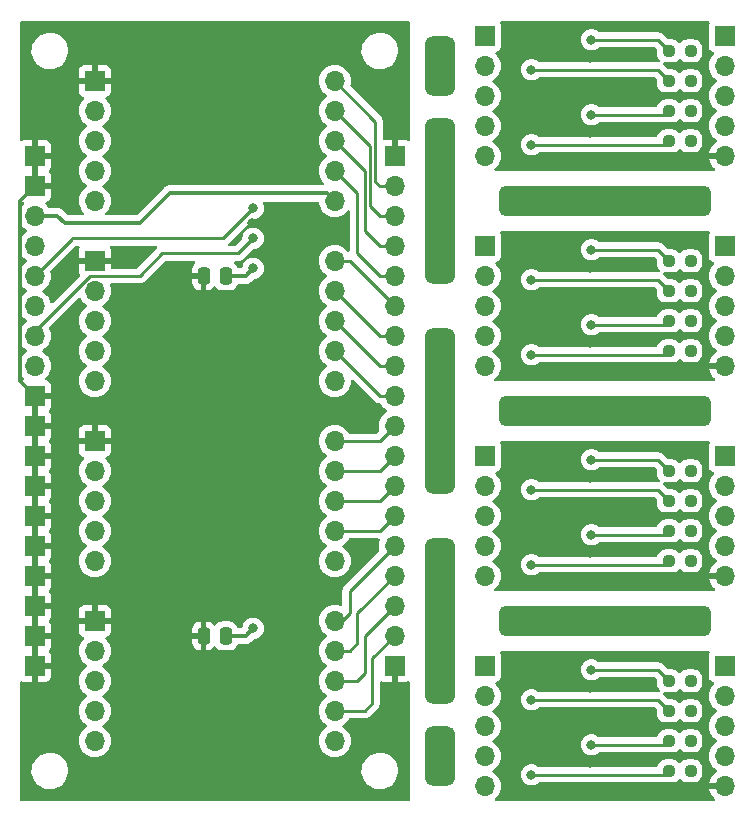
<source format=gbr>
%TF.GenerationSoftware,KiCad,Pcbnew,7.0.5*%
%TF.CreationDate,2023-12-14T14:21:54+09:00*%
%TF.ProjectId,analog_sw2,616e616c-6f67-45f7-9377-322e6b696361,rev?*%
%TF.SameCoordinates,Original*%
%TF.FileFunction,Copper,L2,Bot*%
%TF.FilePolarity,Positive*%
%FSLAX46Y46*%
G04 Gerber Fmt 4.6, Leading zero omitted, Abs format (unit mm)*
G04 Created by KiCad (PCBNEW 7.0.5) date 2023-12-14 14:21:54*
%MOMM*%
%LPD*%
G01*
G04 APERTURE LIST*
G04 Aperture macros list*
%AMRoundRect*
0 Rectangle with rounded corners*
0 $1 Rounding radius*
0 $2 $3 $4 $5 $6 $7 $8 $9 X,Y pos of 4 corners*
0 Add a 4 corners polygon primitive as box body*
4,1,4,$2,$3,$4,$5,$6,$7,$8,$9,$2,$3,0*
0 Add four circle primitives for the rounded corners*
1,1,$1+$1,$2,$3*
1,1,$1+$1,$4,$5*
1,1,$1+$1,$6,$7*
1,1,$1+$1,$8,$9*
0 Add four rect primitives between the rounded corners*
20,1,$1+$1,$2,$3,$4,$5,0*
20,1,$1+$1,$4,$5,$6,$7,0*
20,1,$1+$1,$6,$7,$8,$9,0*
20,1,$1+$1,$8,$9,$2,$3,0*%
G04 Aperture macros list end*
%TA.AperFunction,ComponentPad*%
%ADD10R,1.700000X1.700000*%
%TD*%
%TA.AperFunction,ComponentPad*%
%ADD11O,1.700000X1.700000*%
%TD*%
%TA.AperFunction,SMDPad,CuDef*%
%ADD12RoundRect,0.250000X0.250000X0.475000X-0.250000X0.475000X-0.250000X-0.475000X0.250000X-0.475000X0*%
%TD*%
%TA.AperFunction,ComponentPad*%
%ADD13RoundRect,0.650000X0.650000X-6.350000X0.650000X6.350000X-0.650000X6.350000X-0.650000X-6.350000X0*%
%TD*%
%TA.AperFunction,ComponentPad*%
%ADD14RoundRect,0.650000X-8.350000X-0.650000X8.350000X-0.650000X8.350000X0.650000X-8.350000X0.650000X0*%
%TD*%
%TA.AperFunction,ComponentPad*%
%ADD15RoundRect,0.650000X0.650000X-1.850000X0.650000X1.850000X-0.650000X1.850000X-0.650000X-1.850000X0*%
%TD*%
%TA.AperFunction,SMDPad,CuDef*%
%ADD16RoundRect,0.237500X-0.250000X-0.237500X0.250000X-0.237500X0.250000X0.237500X-0.250000X0.237500X0*%
%TD*%
%TA.AperFunction,ViaPad*%
%ADD17C,0.800000*%
%TD*%
%TA.AperFunction,Conductor*%
%ADD18C,0.250000*%
%TD*%
%TA.AperFunction,Conductor*%
%ADD19C,0.375000*%
%TD*%
G04 APERTURE END LIST*
D10*
%TO.P,J22,1,Pin_1*%
%TO.N,GND*%
X137160000Y-114300000D03*
%TD*%
%TO.P,J21,1,Pin_1*%
%TO.N,GND*%
X137160000Y-71120000D03*
%TD*%
%TO.P,J20,1,Pin_1*%
%TO.N,GND*%
X167640000Y-71120000D03*
%TD*%
%TO.P,J19,1,Pin_1*%
%TO.N,GND*%
X167640000Y-114300000D03*
%TD*%
%TO.P,J17,1,Pin_1*%
%TO.N,GND*%
X137160000Y-73665000D03*
D11*
%TO.P,J17,2,Pin_2*%
%TO.N,VCC*%
X137160000Y-76205000D03*
%TO.P,J17,3,Pin_3*%
%TO.N,unconnected-(J17-Pin_3-Pad3)*%
X137160000Y-78745000D03*
%TO.P,J17,4,Pin_4*%
%TO.N,_SER*%
X137160000Y-81285000D03*
%TO.P,J17,5,Pin_5*%
%TO.N,_SRCLK*%
X137160000Y-83825000D03*
%TO.P,J17,6,Pin_6*%
%TO.N,_RCLK*%
X137160000Y-86365000D03*
%TO.P,J17,7,Pin_7*%
%TO.N,unconnected-(J17-Pin_7-Pad7)*%
X137160000Y-88905000D03*
D10*
%TO.P,J17,8,Pin_8*%
%TO.N,GND*%
X137160000Y-91445000D03*
%TO.P,J17,9,Pin_9*%
X137160000Y-93985000D03*
%TO.P,J17,10,Pin_10*%
X137160000Y-96525000D03*
%TO.P,J17,11,Pin_11*%
X137160000Y-99065000D03*
%TO.P,J17,12,Pin_12*%
X137160000Y-101605000D03*
%TO.P,J17,13,Pin_13*%
X137160000Y-104145000D03*
%TO.P,J17,14,Pin_14*%
X137160000Y-106685000D03*
%TO.P,J17,15,Pin_15*%
X137160000Y-109225000D03*
%TO.P,J17,16,Pin_16*%
X137160000Y-111765000D03*
%TD*%
D12*
%TO.P,C2,1*%
%TO.N,VCC*%
X153350000Y-111760000D03*
%TO.P,C2,2*%
%TO.N,GND*%
X151450000Y-111760000D03*
%TD*%
%TO.P,C1,1*%
%TO.N,VCC*%
X153350000Y-81280000D03*
%TO.P,C1,2*%
%TO.N,GND*%
X151450000Y-81280000D03*
%TD*%
D11*
%TO.P,J16,5,Pin_5*%
%TO.N,VCC*%
X162560000Y-120650000D03*
%TO.P,J16,4,Pin_4*%
%TO.N,_S16*%
X162560000Y-118110000D03*
%TO.P,J16,3,Pin_3*%
%TO.N,_S15*%
X162560000Y-115570000D03*
%TO.P,J16,2,Pin_2*%
%TO.N,_S14*%
X162560000Y-113030000D03*
%TO.P,J16,1,Pin_1*%
%TO.N,_S13*%
X162560000Y-110490000D03*
%TD*%
D10*
%TO.P,J1,1,Pin_1*%
%TO.N,GND1*%
X175260000Y-60965000D03*
D11*
%TO.P,J1,2,Pin_2*%
%TO.N,K1*%
X175260000Y-63505000D03*
%TO.P,J1,3,Pin_3*%
%TO.N,K2*%
X175260000Y-66045000D03*
%TO.P,J1,4,Pin_4*%
%TO.N,K3*%
X175260000Y-68585000D03*
%TO.P,J1,5,Pin_5*%
%TO.N,K4*%
X175260000Y-71125000D03*
%TD*%
D13*
%TO.P,P3,*%
%TO.N,*%
X171450000Y-92710000D03*
%TD*%
D10*
%TO.P,J7,1,Pin_1*%
%TO.N,S9*%
X195580000Y-96525000D03*
D11*
%TO.P,J7,2,Pin_2*%
%TO.N,S10*%
X195580000Y-99065000D03*
%TO.P,J7,3,Pin_3*%
%TO.N,S11*%
X195580000Y-101605000D03*
%TO.P,J7,4,Pin_4*%
%TO.N,S12*%
X195580000Y-104145000D03*
%TO.P,J7,5,Pin_5*%
%TO.N,+3.3VADC*%
X195580000Y-106685000D03*
%TD*%
D14*
%TO.P,P6,*%
%TO.N,*%
X185420000Y-74930000D03*
%TD*%
D15*
%TO.P,P5,*%
%TO.N,*%
X171450000Y-121920000D03*
%TD*%
D11*
%TO.P,J10,5,Pin_5*%
%TO.N,_K8*%
X142240000Y-90170000D03*
%TO.P,J10,4,Pin_4*%
%TO.N,_K7*%
X142240000Y-87630000D03*
%TO.P,J10,3,Pin_3*%
%TO.N,_K6*%
X142240000Y-85090000D03*
%TO.P,J10,2,Pin_2*%
%TO.N,_K5*%
X142240000Y-82550000D03*
D10*
%TO.P,J10,1,Pin_1*%
%TO.N,GND*%
X142240000Y-80010000D03*
%TD*%
D13*
%TO.P,P4,*%
%TO.N,*%
X171450000Y-110490000D03*
%TD*%
D10*
%TO.P,J2,1,Pin_1*%
%TO.N,GND2*%
X175260000Y-78740000D03*
D11*
%TO.P,J2,2,Pin_2*%
%TO.N,K5*%
X175260000Y-81280000D03*
%TO.P,J2,3,Pin_3*%
%TO.N,K6*%
X175260000Y-83820000D03*
%TO.P,J2,4,Pin_4*%
%TO.N,K7*%
X175260000Y-86360000D03*
%TO.P,J2,5,Pin_5*%
%TO.N,K8*%
X175260000Y-88900000D03*
%TD*%
D14*
%TO.P,P7,*%
%TO.N,*%
X185420000Y-92710000D03*
%TD*%
D11*
%TO.P,J14,1,Pin_1*%
%TO.N,_S5*%
X162560000Y-80010000D03*
%TO.P,J14,2,Pin_2*%
%TO.N,_S6*%
X162560000Y-82550000D03*
%TO.P,J14,3,Pin_3*%
%TO.N,_S7*%
X162560000Y-85090000D03*
%TO.P,J14,4,Pin_4*%
%TO.N,_S8*%
X162560000Y-87630000D03*
%TO.P,J14,5,Pin_5*%
%TO.N,VCC*%
X162560000Y-90170000D03*
%TD*%
D10*
%TO.P,J8,1,Pin_1*%
%TO.N,S13*%
X195580000Y-114315000D03*
D11*
%TO.P,J8,2,Pin_2*%
%TO.N,S14*%
X195580000Y-116855000D03*
%TO.P,J8,3,Pin_3*%
%TO.N,S15*%
X195580000Y-119395000D03*
%TO.P,J8,4,Pin_4*%
%TO.N,S16*%
X195580000Y-121935000D03*
%TO.P,J8,5,Pin_5*%
%TO.N,+3.3VDAC*%
X195580000Y-124475000D03*
%TD*%
D13*
%TO.P,P2,*%
%TO.N,*%
X171450000Y-74930000D03*
%TD*%
D11*
%TO.P,J18,1,Pin_1*%
%TO.N,_S1*%
X167640000Y-73660000D03*
%TO.P,J18,2,Pin_2*%
%TO.N,_S2*%
X167640000Y-76200000D03*
%TO.P,J18,3,Pin_3*%
%TO.N,_S3*%
X167640000Y-78740000D03*
%TO.P,J18,4,Pin_4*%
%TO.N,_S4*%
X167640000Y-81280000D03*
%TO.P,J18,5,Pin_5*%
%TO.N,_S5*%
X167640000Y-83820000D03*
%TO.P,J18,6,Pin_6*%
%TO.N,_S6*%
X167640000Y-86360000D03*
%TO.P,J18,7,Pin_7*%
%TO.N,_S7*%
X167640000Y-88900000D03*
%TO.P,J18,8,Pin_8*%
%TO.N,_S8*%
X167640000Y-91440000D03*
%TO.P,J18,9,Pin_9*%
%TO.N,_S9*%
X167640000Y-93980000D03*
%TO.P,J18,10,Pin_10*%
%TO.N,_S10*%
X167640000Y-96520000D03*
%TO.P,J18,11,Pin_11*%
%TO.N,_S11*%
X167640000Y-99060000D03*
%TO.P,J18,12,Pin_12*%
%TO.N,_S12*%
X167640000Y-101600000D03*
%TO.P,J18,13,Pin_13*%
%TO.N,_S13*%
X167640000Y-104140000D03*
%TO.P,J18,14,Pin_14*%
%TO.N,_S14*%
X167640000Y-106680000D03*
%TO.P,J18,15,Pin_15*%
%TO.N,_S15*%
X167640000Y-109220000D03*
%TO.P,J18,16,Pin_16*%
%TO.N,_S16*%
X167640000Y-111760000D03*
%TD*%
%TO.P,J12,5,Pin_5*%
%TO.N,_K16*%
X142240000Y-120650000D03*
%TO.P,J12,4,Pin_4*%
%TO.N,_K15*%
X142240000Y-118110000D03*
%TO.P,J12,3,Pin_3*%
%TO.N,_K14*%
X142240000Y-115570000D03*
%TO.P,J12,2,Pin_2*%
%TO.N,_K13*%
X142240000Y-113030000D03*
D10*
%TO.P,J12,1,Pin_1*%
%TO.N,GND*%
X142240000Y-110490000D03*
%TD*%
%TO.P,J4,1,Pin_1*%
%TO.N,GNDA*%
X175260000Y-114310000D03*
D11*
%TO.P,J4,2,Pin_2*%
%TO.N,K13*%
X175260000Y-116850000D03*
%TO.P,J4,3,Pin_3*%
%TO.N,K14*%
X175260000Y-119390000D03*
%TO.P,J4,4,Pin_4*%
%TO.N,K15*%
X175260000Y-121930000D03*
%TO.P,J4,5,Pin_5*%
%TO.N,K16*%
X175260000Y-124470000D03*
%TD*%
D10*
%TO.P,J3,1,Pin_1*%
%TO.N,GND3*%
X175260000Y-96520000D03*
D11*
%TO.P,J3,2,Pin_2*%
%TO.N,K9*%
X175260000Y-99060000D03*
%TO.P,J3,3,Pin_3*%
%TO.N,K10*%
X175260000Y-101600000D03*
%TO.P,J3,4,Pin_4*%
%TO.N,K11*%
X175260000Y-104140000D03*
%TO.P,J3,5,Pin_5*%
%TO.N,K12*%
X175260000Y-106680000D03*
%TD*%
D10*
%TO.P,J6,1,Pin_1*%
%TO.N,S5*%
X195580000Y-78745000D03*
D11*
%TO.P,J6,2,Pin_2*%
%TO.N,S6*%
X195580000Y-81285000D03*
%TO.P,J6,3,Pin_3*%
%TO.N,S7*%
X195580000Y-83825000D03*
%TO.P,J6,4,Pin_4*%
%TO.N,S8*%
X195580000Y-86365000D03*
%TO.P,J6,5,Pin_5*%
%TO.N,+3.3VA*%
X195580000Y-88905000D03*
%TD*%
D15*
%TO.P,P1,*%
%TO.N,*%
X171450000Y-63500000D03*
%TD*%
D11*
%TO.P,J13,5,Pin_5*%
%TO.N,VCC*%
X162560000Y-74930000D03*
%TO.P,J13,4,Pin_4*%
%TO.N,_S4*%
X162560000Y-72390000D03*
%TO.P,J13,3,Pin_3*%
%TO.N,_S3*%
X162560000Y-69850000D03*
%TO.P,J13,2,Pin_2*%
%TO.N,_S2*%
X162560000Y-67310000D03*
%TO.P,J13,1,Pin_1*%
%TO.N,_S1*%
X162560000Y-64770000D03*
%TD*%
D10*
%TO.P,J5,1,Pin_1*%
%TO.N,S1*%
X195580000Y-60960000D03*
D11*
%TO.P,J5,2,Pin_2*%
%TO.N,S2*%
X195580000Y-63500000D03*
%TO.P,J5,3,Pin_3*%
%TO.N,S3*%
X195580000Y-66040000D03*
%TO.P,J5,4,Pin_4*%
%TO.N,S4*%
X195580000Y-68580000D03*
%TO.P,J5,5,Pin_5*%
%TO.N,+3.3V*%
X195580000Y-71120000D03*
%TD*%
%TO.P,J11,5,Pin_5*%
%TO.N,_K12*%
X142240000Y-105410000D03*
%TO.P,J11,4,Pin_4*%
%TO.N,_K11*%
X142240000Y-102870000D03*
%TO.P,J11,3,Pin_3*%
%TO.N,_K10*%
X142240000Y-100330000D03*
%TO.P,J11,2,Pin_2*%
%TO.N,_K9*%
X142240000Y-97790000D03*
D10*
%TO.P,J11,1,Pin_1*%
%TO.N,GND*%
X142240000Y-95250000D03*
%TD*%
D11*
%TO.P,J15,5,Pin_5*%
%TO.N,VCC*%
X162560000Y-105415000D03*
%TO.P,J15,4,Pin_4*%
%TO.N,_S12*%
X162560000Y-102875000D03*
%TO.P,J15,3,Pin_3*%
%TO.N,_S11*%
X162560000Y-100335000D03*
%TO.P,J15,2,Pin_2*%
%TO.N,_S10*%
X162560000Y-97795000D03*
%TO.P,J15,1,Pin_1*%
%TO.N,_S9*%
X162560000Y-95255000D03*
%TD*%
D14*
%TO.P,P8,*%
%TO.N,*%
X185420000Y-110490000D03*
%TD*%
D11*
%TO.P,J9,5,Pin_5*%
%TO.N,_K4*%
X142240000Y-74930000D03*
%TO.P,J9,4,Pin_4*%
%TO.N,_K3*%
X142240000Y-72390000D03*
%TO.P,J9,3,Pin_3*%
%TO.N,_K2*%
X142240000Y-69850000D03*
%TO.P,J9,2,Pin_2*%
%TO.N,_K1*%
X142240000Y-67310000D03*
D10*
%TO.P,J9,1,Pin_1*%
%TO.N,GND*%
X142240000Y-64770000D03*
%TD*%
D16*
%TO.P,R7,1*%
%TO.N,K7*%
X190857500Y-85090000D03*
%TO.P,R7,2*%
%TO.N,Net-(D7-A)*%
X192682500Y-85090000D03*
%TD*%
%TO.P,R11,1*%
%TO.N,K11*%
X190857500Y-102870000D03*
%TO.P,R11,2*%
%TO.N,Net-(D11-A)*%
X192682500Y-102870000D03*
%TD*%
%TO.P,R3,1*%
%TO.N,K3*%
X190857500Y-67310000D03*
%TO.P,R3,2*%
%TO.N,Net-(D3-A)*%
X192682500Y-67310000D03*
%TD*%
%TO.P,R10,1*%
%TO.N,K10*%
X190857500Y-100330000D03*
%TO.P,R10,2*%
%TO.N,Net-(D10-A)*%
X192682500Y-100330000D03*
%TD*%
%TO.P,R4,1*%
%TO.N,K4*%
X190857500Y-69850000D03*
%TO.P,R4,2*%
%TO.N,Net-(D4-A)*%
X192682500Y-69850000D03*
%TD*%
%TO.P,R12,1*%
%TO.N,K12*%
X190857500Y-105410000D03*
%TO.P,R12,2*%
%TO.N,Net-(D12-A)*%
X192682500Y-105410000D03*
%TD*%
%TO.P,R9,1*%
%TO.N,K9*%
X190857500Y-97790000D03*
%TO.P,R9,2*%
%TO.N,Net-(D9-A)*%
X192682500Y-97790000D03*
%TD*%
%TO.P,R6,1*%
%TO.N,K6*%
X190857500Y-82550000D03*
%TO.P,R6,2*%
%TO.N,Net-(D6-A)*%
X192682500Y-82550000D03*
%TD*%
%TO.P,R14,1*%
%TO.N,K14*%
X190857500Y-118110000D03*
%TO.P,R14,2*%
%TO.N,Net-(D14-A)*%
X192682500Y-118110000D03*
%TD*%
%TO.P,R13,1*%
%TO.N,K13*%
X190857500Y-115570000D03*
%TO.P,R13,2*%
%TO.N,Net-(D13-A)*%
X192682500Y-115570000D03*
%TD*%
%TO.P,R8,1*%
%TO.N,K8*%
X190857500Y-87630000D03*
%TO.P,R8,2*%
%TO.N,Net-(D8-A)*%
X192682500Y-87630000D03*
%TD*%
%TO.P,R15,1*%
%TO.N,K15*%
X190857500Y-120650000D03*
%TO.P,R15,2*%
%TO.N,Net-(D15-A)*%
X192682500Y-120650000D03*
%TD*%
%TO.P,R5,1*%
%TO.N,K5*%
X190857500Y-80010000D03*
%TO.P,R5,2*%
%TO.N,Net-(D5-A)*%
X192682500Y-80010000D03*
%TD*%
%TO.P,R1,1*%
%TO.N,K1*%
X190857500Y-62230000D03*
%TO.P,R1,2*%
%TO.N,Net-(D1-A)*%
X192682500Y-62230000D03*
%TD*%
%TO.P,R16,1*%
%TO.N,K16*%
X190857500Y-123190000D03*
%TO.P,R16,2*%
%TO.N,Net-(D16-A)*%
X192682500Y-123190000D03*
%TD*%
%TO.P,R2,1*%
%TO.N,K2*%
X190857500Y-64770000D03*
%TO.P,R2,2*%
%TO.N,Net-(D2-A)*%
X192682500Y-64770000D03*
%TD*%
D17*
%TO.N,GND*%
X149225000Y-87630000D03*
X149225000Y-92710000D03*
X149225000Y-97790000D03*
X151384000Y-111760000D03*
X151384000Y-81280000D03*
X155575000Y-118110000D03*
X149225000Y-118110000D03*
X155575000Y-67310000D03*
X149225000Y-67310000D03*
X155575000Y-123190000D03*
X149225000Y-123190000D03*
X155575000Y-62230000D03*
X149225000Y-62230000D03*
X155575000Y-76835000D03*
X155575000Y-107315000D03*
%TO.N,_RCLK*%
X155650000Y-78105000D03*
%TO.N,_SER*%
X155650000Y-75565000D03*
%TO.N,VCC*%
X155650000Y-80645000D03*
X155650000Y-111125000D03*
%TO.N,Net-(D1-A)*%
X192682500Y-62230000D03*
%TO.N,Net-(D2-A)*%
X192682500Y-64770000D03*
%TO.N,Net-(D3-A)*%
X192682500Y-67310000D03*
%TO.N,Net-(D4-A)*%
X192682500Y-69850000D03*
%TO.N,Net-(D5-A)*%
X192682500Y-80010000D03*
%TO.N,Net-(D6-A)*%
X192682500Y-82550000D03*
%TO.N,Net-(D7-A)*%
X192682500Y-85090000D03*
%TO.N,Net-(D8-A)*%
X192682500Y-87630000D03*
%TO.N,Net-(D9-A)*%
X192682500Y-97790000D03*
%TO.N,Net-(D10-A)*%
X192682500Y-100330000D03*
%TO.N,Net-(D11-A)*%
X192682500Y-102870000D03*
%TO.N,Net-(D12-A)*%
X192682500Y-105410000D03*
%TO.N,Net-(D13-A)*%
X192682500Y-115570000D03*
%TO.N,Net-(D14-A)*%
X192682500Y-118110000D03*
%TO.N,Net-(D15-A)*%
X192682500Y-120650000D03*
%TO.N,Net-(D16-A)*%
X192682500Y-123190000D03*
%TO.N,K1*%
X184282500Y-61280000D03*
%TO.N,K2*%
X179202500Y-63820000D03*
%TO.N,K3*%
X184282500Y-67630000D03*
%TO.N,K4*%
X179202500Y-70170000D03*
%TO.N,K5*%
X184282500Y-79060000D03*
%TO.N,K6*%
X179202500Y-81600000D03*
%TO.N,K7*%
X184282500Y-85410000D03*
%TO.N,K8*%
X179202500Y-87950000D03*
%TO.N,K9*%
X184282500Y-96840000D03*
%TO.N,K10*%
X179202500Y-99380000D03*
%TO.N,K11*%
X184282500Y-103190000D03*
%TO.N,K12*%
X179202500Y-105730000D03*
%TO.N,K13*%
X184282500Y-114630000D03*
%TO.N,K14*%
X179202500Y-117170000D03*
%TO.N,K15*%
X184282500Y-120980000D03*
%TO.N,K16*%
X179202500Y-123520000D03*
%TO.N,+3.3V*%
X184150000Y-69215000D03*
X184150000Y-62865000D03*
X179070000Y-71755000D03*
X179070000Y-65405000D03*
%TO.N,+3.3VA*%
X184150000Y-86995000D03*
X179070000Y-89535000D03*
X179070000Y-83185000D03*
X184150000Y-80645000D03*
%TO.N,+3.3VADC*%
X184150000Y-98425000D03*
X179070000Y-107315000D03*
X184150000Y-104775000D03*
X179070000Y-100965000D03*
%TO.N,+3.3VDAC*%
X179070000Y-125095000D03*
X184150000Y-122555000D03*
X184150000Y-116205000D03*
X179070000Y-118745000D03*
%TD*%
D18*
%TO.N,_S13*%
X163830000Y-107950000D02*
X167640000Y-104140000D01*
X163195000Y-110490000D02*
X163830000Y-109855000D01*
X163830000Y-109855000D02*
X163830000Y-107950000D01*
X162560000Y-110490000D02*
X163195000Y-110490000D01*
%TO.N,_S14*%
X164465000Y-109855000D02*
X167640000Y-106680000D01*
X164465000Y-112395000D02*
X164465000Y-109855000D01*
X163830000Y-113030000D02*
X164465000Y-112395000D01*
X162560000Y-113030000D02*
X163830000Y-113030000D01*
%TO.N,_S15*%
X165100000Y-111760000D02*
X167640000Y-109220000D01*
X165100000Y-114935000D02*
X165100000Y-111760000D01*
X164465000Y-115570000D02*
X165100000Y-114935000D01*
X162560000Y-115570000D02*
X164465000Y-115570000D01*
%TO.N,_S16*%
X165735000Y-113665000D02*
X167640000Y-111760000D01*
X165735000Y-117475000D02*
X165735000Y-113665000D01*
X165100000Y-118110000D02*
X165735000Y-117475000D01*
X162560000Y-118110000D02*
X165100000Y-118110000D01*
%TO.N,_S1*%
X166000000Y-73290000D02*
X166000000Y-68210000D01*
X166370000Y-73660000D02*
X166000000Y-73290000D01*
X166000000Y-68210000D02*
X162560000Y-64770000D01*
X167640000Y-73660000D02*
X166370000Y-73660000D01*
%TO.N,_S2*%
X165550000Y-70300000D02*
X162560000Y-67310000D01*
X165550000Y-75380000D02*
X165550000Y-70300000D01*
X166370000Y-76200000D02*
X165550000Y-75380000D01*
X167640000Y-76200000D02*
X166370000Y-76200000D01*
%TO.N,_S3*%
X165100000Y-77470000D02*
X165100000Y-72390000D01*
X166370000Y-78740000D02*
X165100000Y-77470000D01*
X167640000Y-78740000D02*
X166370000Y-78740000D01*
X165100000Y-72390000D02*
X162560000Y-69850000D01*
%TO.N,_S4*%
X164465000Y-79375000D02*
X166370000Y-81280000D01*
X166370000Y-81280000D02*
X167640000Y-81280000D01*
X164465000Y-74295000D02*
X164465000Y-79375000D01*
X162560000Y-72390000D02*
X164465000Y-74295000D01*
D19*
%TO.N,GND*%
X135922500Y-90207500D02*
X137160000Y-91445000D01*
X137160000Y-73665000D02*
X135922500Y-74902500D01*
X135922500Y-74902500D02*
X135922500Y-90207500D01*
%TO.N,VCC*%
X161925000Y-74295000D02*
X162560000Y-74930000D01*
X148590000Y-74295000D02*
X161925000Y-74295000D01*
X139700000Y-76835000D02*
X146050000Y-76835000D01*
X137160000Y-76205000D02*
X139070000Y-76205000D01*
X139070000Y-76205000D02*
X139700000Y-76835000D01*
X146050000Y-76835000D02*
X148590000Y-74295000D01*
D18*
%TO.N,_S8*%
X166370000Y-91440000D02*
X167640000Y-91440000D01*
X162560000Y-87630000D02*
X166370000Y-91440000D01*
%TO.N,_S7*%
X162560000Y-85090000D02*
X166370000Y-88900000D01*
X166370000Y-88900000D02*
X167640000Y-88900000D01*
%TO.N,_S6*%
X166370000Y-86360000D02*
X167640000Y-86360000D01*
X162560000Y-82550000D02*
X166370000Y-86360000D01*
%TO.N,_S5*%
X163830000Y-80010000D02*
X167640000Y-83820000D01*
X162560000Y-80010000D02*
X163830000Y-80010000D01*
%TO.N,_S9*%
X162560000Y-95255000D02*
X166365000Y-95255000D01*
X166365000Y-95255000D02*
X167640000Y-93980000D01*
%TO.N,_S10*%
X166365000Y-97795000D02*
X167640000Y-96520000D01*
X162560000Y-97795000D02*
X166365000Y-97795000D01*
%TO.N,_S11*%
X166365000Y-100335000D02*
X167640000Y-99060000D01*
X162560000Y-100335000D02*
X166365000Y-100335000D01*
%TO.N,_S12*%
X162560000Y-102875000D02*
X166365000Y-102875000D01*
X166365000Y-102875000D02*
X167640000Y-101600000D01*
%TO.N,_RCLK*%
X154380000Y-79375000D02*
X155650000Y-78105000D01*
X147955000Y-79375000D02*
X154380000Y-79375000D01*
X146050000Y-81280000D02*
X147955000Y-79375000D01*
X141848299Y-81280000D02*
X146050000Y-81280000D01*
X137160000Y-85968299D02*
X141848299Y-81280000D01*
X137160000Y-86365000D02*
X137160000Y-85968299D01*
%TO.N,_SER*%
X153110000Y-78105000D02*
X155650000Y-75565000D01*
X140335000Y-78105000D02*
X153110000Y-78105000D01*
X140335000Y-78110000D02*
X140335000Y-78105000D01*
X137160000Y-81285000D02*
X140335000Y-78110000D01*
D19*
%TO.N,VCC*%
X155015000Y-81280000D02*
X155650000Y-80645000D01*
X153350000Y-81280000D02*
X155015000Y-81280000D01*
X155015000Y-111760000D02*
X155650000Y-111125000D01*
X153350000Y-111760000D02*
X155015000Y-111760000D01*
D18*
%TO.N,+3.3V*%
X179705000Y-71120000D02*
X195580000Y-71120000D01*
X179070000Y-71755000D02*
X179705000Y-71120000D01*
%TO.N,K1*%
X184282500Y-61280000D02*
X189907500Y-61280000D01*
X189907500Y-61280000D02*
X190857500Y-62230000D01*
%TO.N,K2*%
X189907500Y-63820000D02*
X190857500Y-64770000D01*
X179202500Y-63820000D02*
X189907500Y-63820000D01*
%TO.N,K3*%
X190537500Y-67630000D02*
X190857500Y-67310000D01*
X184282500Y-67630000D02*
X190537500Y-67630000D01*
%TO.N,K4*%
X190537500Y-70170000D02*
X190857500Y-69850000D01*
X179202500Y-70170000D02*
X190537500Y-70170000D01*
%TO.N,K5*%
X189907500Y-79060000D02*
X190857500Y-80010000D01*
X184282500Y-79060000D02*
X189907500Y-79060000D01*
%TO.N,K6*%
X179202500Y-81600000D02*
X189907500Y-81600000D01*
X189907500Y-81600000D02*
X190857500Y-82550000D01*
%TO.N,K7*%
X184282500Y-85410000D02*
X190537500Y-85410000D01*
X190537500Y-85410000D02*
X190857500Y-85090000D01*
%TO.N,K8*%
X179202500Y-87950000D02*
X190537500Y-87950000D01*
X190537500Y-87950000D02*
X190857500Y-87630000D01*
%TO.N,K9*%
X189907500Y-96840000D02*
X190857500Y-97790000D01*
X184282500Y-96840000D02*
X189907500Y-96840000D01*
%TO.N,K10*%
X179202500Y-99380000D02*
X189907500Y-99380000D01*
X189907500Y-99380000D02*
X190857500Y-100330000D01*
%TO.N,K11*%
X190537500Y-103190000D02*
X190857500Y-102870000D01*
X184282500Y-103190000D02*
X190537500Y-103190000D01*
%TO.N,K12*%
X179202500Y-105730000D02*
X190537500Y-105730000D01*
X190537500Y-105730000D02*
X190857500Y-105410000D01*
%TO.N,K13*%
X189917500Y-114630000D02*
X190857500Y-115570000D01*
X184282500Y-114630000D02*
X189917500Y-114630000D01*
%TO.N,K14*%
X179202500Y-117170000D02*
X189917500Y-117170000D01*
X189917500Y-117170000D02*
X190857500Y-118110000D01*
%TO.N,K15*%
X184282500Y-120980000D02*
X190527500Y-120980000D01*
X190527500Y-120980000D02*
X190857500Y-120650000D01*
%TO.N,K16*%
X190527500Y-123520000D02*
X190857500Y-123190000D01*
X179202500Y-123520000D02*
X190527500Y-123520000D01*
%TO.N,+3.3VA*%
X179700000Y-88905000D02*
X179070000Y-89535000D01*
X195580000Y-88905000D02*
X179700000Y-88905000D01*
%TO.N,+3.3VADC*%
X179700000Y-106685000D02*
X179070000Y-107315000D01*
X195580000Y-106685000D02*
X179700000Y-106685000D01*
%TO.N,+3.3VDAC*%
X195580000Y-124475000D02*
X179690000Y-124475000D01*
X179690000Y-124475000D02*
X179070000Y-125095000D01*
%TD*%
%TA.AperFunction,Conductor*%
%TO.N,+3.3VADC*%
G36*
X194243997Y-95269685D02*
G01*
X194289752Y-95322489D01*
X194299696Y-95391647D01*
X194288862Y-95424194D01*
X194289303Y-95424359D01*
X194235908Y-95567517D01*
X194229501Y-95627116D01*
X194229500Y-95627135D01*
X194229500Y-97422870D01*
X194229501Y-97422876D01*
X194235908Y-97482483D01*
X194286202Y-97617328D01*
X194286206Y-97617335D01*
X194372452Y-97732544D01*
X194372455Y-97732547D01*
X194487664Y-97818793D01*
X194487671Y-97818797D01*
X194619081Y-97867810D01*
X194675015Y-97909681D01*
X194699432Y-97975145D01*
X194684580Y-98043418D01*
X194663430Y-98071673D01*
X194541503Y-98193600D01*
X194405965Y-98387169D01*
X194405964Y-98387171D01*
X194312401Y-98587816D01*
X194308430Y-98596335D01*
X194306098Y-98601335D01*
X194306094Y-98601344D01*
X194244938Y-98829586D01*
X194244936Y-98829596D01*
X194224341Y-99064999D01*
X194224341Y-99065000D01*
X194244936Y-99300403D01*
X194244938Y-99300413D01*
X194306094Y-99528655D01*
X194306096Y-99528659D01*
X194306097Y-99528663D01*
X194324560Y-99568256D01*
X194405965Y-99742830D01*
X194405967Y-99742834D01*
X194505029Y-99884308D01*
X194524570Y-99912216D01*
X194541501Y-99936395D01*
X194541506Y-99936402D01*
X194708597Y-100103493D01*
X194708603Y-100103498D01*
X194894158Y-100233425D01*
X194937783Y-100288002D01*
X194944977Y-100357500D01*
X194913454Y-100419855D01*
X194894158Y-100436575D01*
X194708597Y-100566505D01*
X194541505Y-100733597D01*
X194405965Y-100927169D01*
X194405964Y-100927171D01*
X194312401Y-101127816D01*
X194308430Y-101136335D01*
X194306098Y-101141335D01*
X194306094Y-101141344D01*
X194244938Y-101369586D01*
X194244936Y-101369596D01*
X194224341Y-101604999D01*
X194224341Y-101605000D01*
X194244936Y-101840403D01*
X194244938Y-101840413D01*
X194306094Y-102068655D01*
X194306096Y-102068659D01*
X194306097Y-102068663D01*
X194403633Y-102277830D01*
X194405965Y-102282830D01*
X194405967Y-102282834D01*
X194541501Y-102476395D01*
X194541506Y-102476402D01*
X194708597Y-102643493D01*
X194708603Y-102643498D01*
X194894158Y-102773425D01*
X194937783Y-102828002D01*
X194944977Y-102897500D01*
X194913454Y-102959855D01*
X194894158Y-102976575D01*
X194708597Y-103106505D01*
X194541505Y-103273597D01*
X194405965Y-103467169D01*
X194405964Y-103467171D01*
X194312401Y-103667816D01*
X194308430Y-103676335D01*
X194306098Y-103681335D01*
X194306094Y-103681344D01*
X194244938Y-103909586D01*
X194244936Y-103909596D01*
X194224341Y-104144999D01*
X194224341Y-104145000D01*
X194244936Y-104380403D01*
X194244938Y-104380413D01*
X194306094Y-104608655D01*
X194306096Y-104608659D01*
X194306097Y-104608663D01*
X194350381Y-104703629D01*
X194405965Y-104822830D01*
X194405967Y-104822834D01*
X194505029Y-104964308D01*
X194541505Y-105016401D01*
X194708599Y-105183495D01*
X194887017Y-105308425D01*
X194894594Y-105313730D01*
X194938219Y-105368307D01*
X194945413Y-105437805D01*
X194913890Y-105500160D01*
X194894595Y-105516880D01*
X194708922Y-105646890D01*
X194708920Y-105646891D01*
X194541891Y-105813920D01*
X194541886Y-105813926D01*
X194406400Y-106007420D01*
X194406399Y-106007422D01*
X194306570Y-106221507D01*
X194306567Y-106221513D01*
X194249364Y-106434999D01*
X194249364Y-106435000D01*
X195146314Y-106435000D01*
X195120507Y-106475156D01*
X195080000Y-106613111D01*
X195080000Y-106756889D01*
X195120507Y-106894844D01*
X195146314Y-106935000D01*
X194249364Y-106935000D01*
X194306567Y-107148486D01*
X194306570Y-107148492D01*
X194406399Y-107362578D01*
X194541894Y-107556082D01*
X194708918Y-107723106D01*
X194710800Y-107724424D01*
X194711435Y-107725219D01*
X194713067Y-107726588D01*
X194712791Y-107726915D01*
X194754426Y-107779001D01*
X194761620Y-107848499D01*
X194730098Y-107910854D01*
X194669869Y-107946269D01*
X194639678Y-107950000D01*
X176194056Y-107950000D01*
X176127017Y-107930315D01*
X176081262Y-107877511D01*
X176071318Y-107808353D01*
X176100343Y-107744797D01*
X176122931Y-107724426D01*
X176124816Y-107723106D01*
X176131401Y-107718495D01*
X176298495Y-107551401D01*
X176434035Y-107357830D01*
X176533903Y-107143663D01*
X176595063Y-106915408D01*
X176615659Y-106680000D01*
X176595063Y-106444592D01*
X176533903Y-106216337D01*
X176434035Y-106002171D01*
X176405569Y-105961516D01*
X176298494Y-105808597D01*
X176219897Y-105730000D01*
X178297040Y-105730000D01*
X178316826Y-105918256D01*
X178316827Y-105918259D01*
X178375318Y-106098277D01*
X178375321Y-106098284D01*
X178469967Y-106262216D01*
X178559628Y-106361794D01*
X178596629Y-106402888D01*
X178749765Y-106514148D01*
X178749770Y-106514151D01*
X178922692Y-106591142D01*
X178922697Y-106591144D01*
X179107854Y-106630500D01*
X179107855Y-106630500D01*
X179297144Y-106630500D01*
X179297146Y-106630500D01*
X179482303Y-106591144D01*
X179655230Y-106514151D01*
X179808371Y-106402888D01*
X179811288Y-106399647D01*
X179814100Y-106396526D01*
X179873587Y-106359879D01*
X179906248Y-106355500D01*
X190377865Y-106355500D01*
X190416868Y-106361794D01*
X190456516Y-106374932D01*
X190457247Y-106375174D01*
X190558323Y-106385500D01*
X191156676Y-106385499D01*
X191156684Y-106385498D01*
X191156687Y-106385498D01*
X191212030Y-106379844D01*
X191257753Y-106375174D01*
X191421516Y-106320908D01*
X191568350Y-106230340D01*
X191682319Y-106116371D01*
X191743642Y-106082886D01*
X191813334Y-106087870D01*
X191857680Y-106116371D01*
X191971650Y-106230340D01*
X192118484Y-106320908D01*
X192282247Y-106375174D01*
X192383323Y-106385500D01*
X192981676Y-106385499D01*
X192981684Y-106385498D01*
X192981687Y-106385498D01*
X193037030Y-106379844D01*
X193082753Y-106375174D01*
X193246516Y-106320908D01*
X193393350Y-106230340D01*
X193515340Y-106108350D01*
X193605908Y-105961516D01*
X193660174Y-105797753D01*
X193670500Y-105696677D01*
X193670499Y-105123324D01*
X193663735Y-105057112D01*
X193660174Y-105022247D01*
X193653774Y-105002934D01*
X193605908Y-104858484D01*
X193515340Y-104711650D01*
X193393350Y-104589660D01*
X193246516Y-104499092D01*
X193082753Y-104444826D01*
X193082751Y-104444825D01*
X192981678Y-104434500D01*
X192383330Y-104434500D01*
X192383312Y-104434501D01*
X192282247Y-104444825D01*
X192118484Y-104499092D01*
X192118481Y-104499093D01*
X191971648Y-104589661D01*
X191857681Y-104703629D01*
X191796358Y-104737114D01*
X191726666Y-104732130D01*
X191682319Y-104703629D01*
X191568351Y-104589661D01*
X191568350Y-104589660D01*
X191421516Y-104499092D01*
X191257753Y-104444826D01*
X191257751Y-104444825D01*
X191156678Y-104434500D01*
X190558330Y-104434500D01*
X190558312Y-104434501D01*
X190457247Y-104444825D01*
X190293484Y-104499092D01*
X190293481Y-104499093D01*
X190146648Y-104589661D01*
X190024661Y-104711648D01*
X189934093Y-104858481D01*
X189934091Y-104858486D01*
X189880735Y-105019504D01*
X189840962Y-105076949D01*
X189776446Y-105103772D01*
X189763029Y-105104500D01*
X179906248Y-105104500D01*
X179839209Y-105084815D01*
X179814100Y-105063474D01*
X179808373Y-105057114D01*
X179808369Y-105057110D01*
X179655234Y-104945851D01*
X179655229Y-104945848D01*
X179482307Y-104868857D01*
X179482302Y-104868855D01*
X179336500Y-104837865D01*
X179297146Y-104829500D01*
X179107854Y-104829500D01*
X179075397Y-104836398D01*
X178922697Y-104868855D01*
X178922692Y-104868857D01*
X178749770Y-104945848D01*
X178749765Y-104945851D01*
X178596629Y-105057111D01*
X178469966Y-105197785D01*
X178375321Y-105361715D01*
X178375318Y-105361722D01*
X178316827Y-105541740D01*
X178316826Y-105541744D01*
X178297040Y-105730000D01*
X176219897Y-105730000D01*
X176131402Y-105641506D01*
X176131396Y-105641501D01*
X175945842Y-105511575D01*
X175902217Y-105456998D01*
X175895023Y-105387500D01*
X175926546Y-105325145D01*
X175945842Y-105308425D01*
X175968026Y-105292891D01*
X176131401Y-105178495D01*
X176298495Y-105011401D01*
X176434035Y-104817830D01*
X176533903Y-104603663D01*
X176595063Y-104375408D01*
X176615659Y-104140000D01*
X176595063Y-103904592D01*
X176533903Y-103676337D01*
X176434035Y-103462171D01*
X176405569Y-103421516D01*
X176298494Y-103268597D01*
X176219897Y-103190000D01*
X183377040Y-103190000D01*
X183396826Y-103378256D01*
X183396827Y-103378259D01*
X183455318Y-103558277D01*
X183455321Y-103558284D01*
X183549967Y-103722216D01*
X183639628Y-103821794D01*
X183676629Y-103862888D01*
X183829765Y-103974148D01*
X183829770Y-103974151D01*
X184002692Y-104051142D01*
X184002697Y-104051144D01*
X184187854Y-104090500D01*
X184187855Y-104090500D01*
X184377144Y-104090500D01*
X184377146Y-104090500D01*
X184562303Y-104051144D01*
X184735230Y-103974151D01*
X184888371Y-103862888D01*
X184891288Y-103859647D01*
X184894100Y-103856526D01*
X184953587Y-103819879D01*
X184986248Y-103815500D01*
X190377865Y-103815500D01*
X190416868Y-103821794D01*
X190456516Y-103834932D01*
X190457247Y-103835174D01*
X190558323Y-103845500D01*
X191156676Y-103845499D01*
X191156684Y-103845498D01*
X191156687Y-103845498D01*
X191212030Y-103839844D01*
X191257753Y-103835174D01*
X191421516Y-103780908D01*
X191568350Y-103690340D01*
X191682319Y-103576370D01*
X191743642Y-103542886D01*
X191813334Y-103547870D01*
X191857680Y-103576371D01*
X191971650Y-103690340D01*
X192118484Y-103780908D01*
X192282247Y-103835174D01*
X192383323Y-103845500D01*
X192981676Y-103845499D01*
X192981684Y-103845498D01*
X192981687Y-103845498D01*
X193037030Y-103839844D01*
X193082753Y-103835174D01*
X193246516Y-103780908D01*
X193393350Y-103690340D01*
X193515340Y-103568350D01*
X193605908Y-103421516D01*
X193660174Y-103257753D01*
X193670500Y-103156677D01*
X193670499Y-102583324D01*
X193663735Y-102517112D01*
X193660174Y-102482247D01*
X193653774Y-102462934D01*
X193605908Y-102318484D01*
X193515340Y-102171650D01*
X193393350Y-102049660D01*
X193246516Y-101959092D01*
X193082753Y-101904826D01*
X193082751Y-101904825D01*
X192981678Y-101894500D01*
X192383330Y-101894500D01*
X192383312Y-101894501D01*
X192282247Y-101904825D01*
X192118484Y-101959092D01*
X192118481Y-101959093D01*
X191971651Y-102049659D01*
X191857681Y-102163629D01*
X191796358Y-102197113D01*
X191726666Y-102192129D01*
X191682319Y-102163629D01*
X191568350Y-102049660D01*
X191421516Y-101959092D01*
X191257753Y-101904826D01*
X191257751Y-101904825D01*
X191156678Y-101894500D01*
X190558330Y-101894500D01*
X190558312Y-101894501D01*
X190457247Y-101904825D01*
X190293484Y-101959092D01*
X190293481Y-101959093D01*
X190146648Y-102049661D01*
X190024661Y-102171648D01*
X189934093Y-102318481D01*
X189934091Y-102318486D01*
X189880735Y-102479504D01*
X189840962Y-102536949D01*
X189776446Y-102563772D01*
X189763029Y-102564500D01*
X184986248Y-102564500D01*
X184919209Y-102544815D01*
X184894100Y-102523474D01*
X184888373Y-102517114D01*
X184888369Y-102517110D01*
X184735234Y-102405851D01*
X184735229Y-102405848D01*
X184562307Y-102328857D01*
X184562302Y-102328855D01*
X184416500Y-102297865D01*
X184377146Y-102289500D01*
X184187854Y-102289500D01*
X184155397Y-102296398D01*
X184002697Y-102328855D01*
X184002692Y-102328857D01*
X183829770Y-102405848D01*
X183829765Y-102405851D01*
X183676629Y-102517111D01*
X183549966Y-102657785D01*
X183455321Y-102821715D01*
X183455318Y-102821722D01*
X183405004Y-102976575D01*
X183396826Y-103001744D01*
X183377040Y-103190000D01*
X176219897Y-103190000D01*
X176131402Y-103101506D01*
X176131401Y-103101505D01*
X175945842Y-102971575D01*
X175945841Y-102971574D01*
X175902216Y-102916997D01*
X175895024Y-102847498D01*
X175926546Y-102785144D01*
X175945836Y-102768428D01*
X176131401Y-102638495D01*
X176298495Y-102471401D01*
X176434035Y-102277830D01*
X176533903Y-102063663D01*
X176595063Y-101835408D01*
X176615659Y-101600000D01*
X176595063Y-101364592D01*
X176533903Y-101136337D01*
X176434035Y-100922171D01*
X176405569Y-100881516D01*
X176298494Y-100728597D01*
X176131402Y-100561506D01*
X176131396Y-100561501D01*
X175945842Y-100431575D01*
X175902217Y-100376998D01*
X175895023Y-100307500D01*
X175926546Y-100245145D01*
X175945842Y-100228425D01*
X176000331Y-100190271D01*
X176131401Y-100098495D01*
X176298495Y-99931401D01*
X176434035Y-99737830D01*
X176533903Y-99523663D01*
X176572397Y-99380000D01*
X178297040Y-99380000D01*
X178316826Y-99568256D01*
X178316827Y-99568259D01*
X178375318Y-99748277D01*
X178375321Y-99748284D01*
X178469967Y-99912216D01*
X178571685Y-100025185D01*
X178596629Y-100052888D01*
X178749765Y-100164148D01*
X178749770Y-100164151D01*
X178922692Y-100241142D01*
X178922697Y-100241144D01*
X179107854Y-100280500D01*
X179107855Y-100280500D01*
X179297144Y-100280500D01*
X179297146Y-100280500D01*
X179482303Y-100241144D01*
X179655230Y-100164151D01*
X179808371Y-100052888D01*
X179811288Y-100049647D01*
X179814100Y-100046526D01*
X179873587Y-100009879D01*
X179906248Y-100005500D01*
X189597048Y-100005500D01*
X189664087Y-100025185D01*
X189684729Y-100041819D01*
X189833181Y-100190271D01*
X189866666Y-100251594D01*
X189869500Y-100277952D01*
X189869500Y-100616668D01*
X189869501Y-100616687D01*
X189879825Y-100717752D01*
X189934092Y-100881515D01*
X189934093Y-100881518D01*
X189959167Y-100922169D01*
X190024660Y-101028350D01*
X190146650Y-101150340D01*
X190293484Y-101240908D01*
X190457247Y-101295174D01*
X190558323Y-101305500D01*
X191156676Y-101305499D01*
X191156684Y-101305498D01*
X191156687Y-101305498D01*
X191212030Y-101299844D01*
X191257753Y-101295174D01*
X191421516Y-101240908D01*
X191568350Y-101150340D01*
X191682319Y-101036370D01*
X191743642Y-101002886D01*
X191813334Y-101007870D01*
X191857680Y-101036371D01*
X191971650Y-101150340D01*
X192118484Y-101240908D01*
X192282247Y-101295174D01*
X192383323Y-101305500D01*
X192981676Y-101305499D01*
X192981684Y-101305498D01*
X192981687Y-101305498D01*
X193037030Y-101299844D01*
X193082753Y-101295174D01*
X193246516Y-101240908D01*
X193393350Y-101150340D01*
X193515340Y-101028350D01*
X193605908Y-100881516D01*
X193660174Y-100717753D01*
X193670500Y-100616677D01*
X193670499Y-100043324D01*
X193660174Y-99942247D01*
X193605908Y-99778484D01*
X193515340Y-99631650D01*
X193393350Y-99509660D01*
X193246516Y-99419092D01*
X193082753Y-99364826D01*
X193082751Y-99364825D01*
X192981678Y-99354500D01*
X192383330Y-99354500D01*
X192383312Y-99354501D01*
X192282247Y-99364825D01*
X192118484Y-99419092D01*
X192118481Y-99419093D01*
X191971648Y-99509661D01*
X191857681Y-99623629D01*
X191796358Y-99657114D01*
X191726666Y-99652130D01*
X191682319Y-99623629D01*
X191568351Y-99509661D01*
X191568350Y-99509660D01*
X191421516Y-99419092D01*
X191257753Y-99364826D01*
X191257751Y-99364825D01*
X191156684Y-99354500D01*
X191156677Y-99354500D01*
X190817953Y-99354500D01*
X190750914Y-99334815D01*
X190730272Y-99318181D01*
X190408303Y-98996212D01*
X190398480Y-98983950D01*
X190398259Y-98984134D01*
X190393286Y-98978122D01*
X190386387Y-98971644D01*
X190350992Y-98911403D01*
X190353785Y-98841589D01*
X190393879Y-98784368D01*
X190458544Y-98757907D01*
X190483871Y-98757894D01*
X190558323Y-98765500D01*
X191156676Y-98765499D01*
X191156684Y-98765498D01*
X191156687Y-98765498D01*
X191231125Y-98757894D01*
X191257753Y-98755174D01*
X191421516Y-98700908D01*
X191568350Y-98610340D01*
X191682319Y-98496370D01*
X191743642Y-98462886D01*
X191813334Y-98467870D01*
X191857680Y-98496371D01*
X191971650Y-98610340D01*
X192118484Y-98700908D01*
X192282247Y-98755174D01*
X192383323Y-98765500D01*
X192981676Y-98765499D01*
X192981684Y-98765498D01*
X192981687Y-98765498D01*
X193056125Y-98757894D01*
X193082753Y-98755174D01*
X193246516Y-98700908D01*
X193393350Y-98610340D01*
X193515340Y-98488350D01*
X193605908Y-98341516D01*
X193660174Y-98177753D01*
X193670500Y-98076677D01*
X193670499Y-97503324D01*
X193667859Y-97477483D01*
X193660174Y-97402247D01*
X193660174Y-97402246D01*
X193605908Y-97238484D01*
X193515340Y-97091650D01*
X193393350Y-96969660D01*
X193246516Y-96879092D01*
X193082753Y-96824826D01*
X193082751Y-96824825D01*
X192981678Y-96814500D01*
X192383330Y-96814500D01*
X192383312Y-96814501D01*
X192282247Y-96824825D01*
X192118484Y-96879092D01*
X192118481Y-96879093D01*
X191971651Y-96969659D01*
X191857681Y-97083629D01*
X191796358Y-97117113D01*
X191726666Y-97112129D01*
X191682319Y-97083629D01*
X191626946Y-97028256D01*
X191568350Y-96969660D01*
X191421516Y-96879092D01*
X191257753Y-96824826D01*
X191257751Y-96824825D01*
X191156684Y-96814500D01*
X191156677Y-96814500D01*
X190817953Y-96814500D01*
X190750914Y-96794815D01*
X190730272Y-96778181D01*
X190408303Y-96456212D01*
X190398480Y-96443950D01*
X190398259Y-96444134D01*
X190393286Y-96438122D01*
X190343566Y-96391432D01*
X190342166Y-96390075D01*
X190321976Y-96369884D01*
X190316486Y-96365625D01*
X190312061Y-96361847D01*
X190278082Y-96329938D01*
X190278080Y-96329936D01*
X190278077Y-96329935D01*
X190260529Y-96320288D01*
X190244263Y-96309604D01*
X190228433Y-96297325D01*
X190185668Y-96278818D01*
X190180422Y-96276248D01*
X190139593Y-96253803D01*
X190139592Y-96253802D01*
X190120193Y-96248822D01*
X190101781Y-96242518D01*
X190083398Y-96234562D01*
X190083392Y-96234560D01*
X190037374Y-96227272D01*
X190031652Y-96226087D01*
X189986521Y-96214500D01*
X189986519Y-96214500D01*
X189966484Y-96214500D01*
X189947086Y-96212973D01*
X189939662Y-96211797D01*
X189927305Y-96209840D01*
X189927304Y-96209840D01*
X189880916Y-96214225D01*
X189875078Y-96214500D01*
X184986248Y-96214500D01*
X184919209Y-96194815D01*
X184894100Y-96173474D01*
X184888373Y-96167114D01*
X184888369Y-96167110D01*
X184735234Y-96055851D01*
X184735229Y-96055848D01*
X184562307Y-95978857D01*
X184562302Y-95978855D01*
X184416500Y-95947865D01*
X184377146Y-95939500D01*
X184187854Y-95939500D01*
X184155397Y-95946398D01*
X184002697Y-95978855D01*
X184002692Y-95978857D01*
X183829770Y-96055848D01*
X183829765Y-96055851D01*
X183676629Y-96167111D01*
X183549966Y-96307785D01*
X183455321Y-96471715D01*
X183455318Y-96471722D01*
X183396827Y-96651740D01*
X183396826Y-96651744D01*
X183377040Y-96840000D01*
X183396826Y-97028256D01*
X183396827Y-97028259D01*
X183455318Y-97208277D01*
X183455321Y-97208284D01*
X183549967Y-97372216D01*
X183644749Y-97477482D01*
X183676629Y-97512888D01*
X183829765Y-97624148D01*
X183829770Y-97624151D01*
X184002692Y-97701142D01*
X184002697Y-97701144D01*
X184187854Y-97740500D01*
X184187855Y-97740500D01*
X184377144Y-97740500D01*
X184377146Y-97740500D01*
X184562303Y-97701144D01*
X184735230Y-97624151D01*
X184888371Y-97512888D01*
X184891288Y-97509647D01*
X184894100Y-97506526D01*
X184953587Y-97469879D01*
X184986248Y-97465500D01*
X189597048Y-97465500D01*
X189664087Y-97485185D01*
X189684729Y-97501819D01*
X189833181Y-97650271D01*
X189866666Y-97711594D01*
X189869500Y-97737952D01*
X189869500Y-98076668D01*
X189869501Y-98076687D01*
X189879825Y-98177752D01*
X189934092Y-98341515D01*
X189934093Y-98341518D01*
X189959167Y-98382169D01*
X190019201Y-98479500D01*
X190024661Y-98488351D01*
X190079129Y-98542819D01*
X190112614Y-98604142D01*
X190107630Y-98673834D01*
X190065758Y-98729767D01*
X190000294Y-98754184D01*
X189991448Y-98754500D01*
X189966484Y-98754500D01*
X189947086Y-98752973D01*
X189939662Y-98751797D01*
X189927305Y-98749840D01*
X189927304Y-98749840D01*
X189880916Y-98754225D01*
X189875078Y-98754500D01*
X179906248Y-98754500D01*
X179839209Y-98734815D01*
X179814100Y-98713474D01*
X179808373Y-98707114D01*
X179808369Y-98707110D01*
X179655234Y-98595851D01*
X179655229Y-98595848D01*
X179482307Y-98518857D01*
X179482302Y-98518855D01*
X179336500Y-98487865D01*
X179297146Y-98479500D01*
X179107854Y-98479500D01*
X179075397Y-98486398D01*
X178922697Y-98518855D01*
X178922692Y-98518857D01*
X178749770Y-98595848D01*
X178749765Y-98595851D01*
X178596629Y-98707111D01*
X178469966Y-98847785D01*
X178375321Y-99011715D01*
X178375318Y-99011722D01*
X178316827Y-99191740D01*
X178316826Y-99191744D01*
X178297040Y-99380000D01*
X176572397Y-99380000D01*
X176595063Y-99295408D01*
X176615659Y-99060000D01*
X176595063Y-98824592D01*
X176533903Y-98596337D01*
X176434035Y-98382171D01*
X176405568Y-98341516D01*
X176298496Y-98188600D01*
X176240840Y-98130944D01*
X176176567Y-98066671D01*
X176143084Y-98005351D01*
X176148068Y-97935659D01*
X176189939Y-97879725D01*
X176220915Y-97862810D01*
X176352331Y-97813796D01*
X176467546Y-97727546D01*
X176553796Y-97612331D01*
X176604091Y-97477483D01*
X176610500Y-97417873D01*
X176610499Y-95622128D01*
X176605299Y-95573757D01*
X176604091Y-95562516D01*
X176550697Y-95419359D01*
X176553639Y-95418261D01*
X176542090Y-95365141D01*
X176566514Y-95299679D01*
X176622452Y-95257814D01*
X176665773Y-95250000D01*
X194176958Y-95250000D01*
X194243997Y-95269685D01*
G37*
%TD.AperFunction*%
%TD*%
%TA.AperFunction,Conductor*%
%TO.N,+3.3VDAC*%
G36*
X194249752Y-113049685D02*
G01*
X194295507Y-113102489D01*
X194305451Y-113171647D01*
X194288082Y-113213590D01*
X194290454Y-113214886D01*
X194286202Y-113222671D01*
X194235908Y-113357517D01*
X194229501Y-113417116D01*
X194229500Y-113417135D01*
X194229500Y-115212870D01*
X194229501Y-115212876D01*
X194235908Y-115272483D01*
X194286202Y-115407328D01*
X194286206Y-115407335D01*
X194372452Y-115522544D01*
X194372455Y-115522547D01*
X194487664Y-115608793D01*
X194487671Y-115608797D01*
X194619081Y-115657810D01*
X194675015Y-115699681D01*
X194699432Y-115765145D01*
X194684580Y-115833418D01*
X194663430Y-115861673D01*
X194541503Y-115983600D01*
X194405965Y-116177169D01*
X194405964Y-116177171D01*
X194312401Y-116377816D01*
X194308430Y-116386335D01*
X194306098Y-116391335D01*
X194306094Y-116391344D01*
X194244938Y-116619586D01*
X194244936Y-116619596D01*
X194224341Y-116854999D01*
X194224341Y-116855000D01*
X194244936Y-117090403D01*
X194244938Y-117090413D01*
X194306094Y-117318655D01*
X194306096Y-117318659D01*
X194306097Y-117318663D01*
X194403633Y-117527830D01*
X194405965Y-117532830D01*
X194405967Y-117532834D01*
X194505029Y-117674308D01*
X194538596Y-117722247D01*
X194541501Y-117726395D01*
X194541506Y-117726402D01*
X194708597Y-117893493D01*
X194708603Y-117893498D01*
X194894158Y-118023425D01*
X194937783Y-118078002D01*
X194944977Y-118147500D01*
X194913454Y-118209855D01*
X194894158Y-118226575D01*
X194708597Y-118356505D01*
X194541505Y-118523597D01*
X194405965Y-118717169D01*
X194405964Y-118717171D01*
X194312401Y-118917816D01*
X194308430Y-118926335D01*
X194306098Y-118931335D01*
X194306094Y-118931344D01*
X194244938Y-119159586D01*
X194244936Y-119159596D01*
X194224341Y-119394999D01*
X194224341Y-119395000D01*
X194244936Y-119630403D01*
X194244938Y-119630413D01*
X194306094Y-119858655D01*
X194306096Y-119858659D01*
X194306097Y-119858663D01*
X194349457Y-119951648D01*
X194405965Y-120072830D01*
X194405967Y-120072834D01*
X194505029Y-120214308D01*
X194538596Y-120262247D01*
X194541501Y-120266395D01*
X194541506Y-120266402D01*
X194708597Y-120433493D01*
X194708603Y-120433498D01*
X194894158Y-120563425D01*
X194937783Y-120618002D01*
X194944977Y-120687500D01*
X194913454Y-120749855D01*
X194894158Y-120766575D01*
X194708597Y-120896505D01*
X194541505Y-121063597D01*
X194405965Y-121257169D01*
X194405964Y-121257171D01*
X194312401Y-121457816D01*
X194308430Y-121466335D01*
X194306098Y-121471335D01*
X194306094Y-121471344D01*
X194244938Y-121699586D01*
X194244936Y-121699596D01*
X194224341Y-121934999D01*
X194224341Y-121935000D01*
X194244936Y-122170403D01*
X194244938Y-122170413D01*
X194306094Y-122398655D01*
X194306096Y-122398659D01*
X194306097Y-122398663D01*
X194403633Y-122607830D01*
X194405965Y-122612830D01*
X194405967Y-122612834D01*
X194505029Y-122754308D01*
X194541505Y-122806401D01*
X194708599Y-122973495D01*
X194887017Y-123098425D01*
X194894594Y-123103730D01*
X194938219Y-123158307D01*
X194945413Y-123227805D01*
X194913890Y-123290160D01*
X194894595Y-123306880D01*
X194708922Y-123436890D01*
X194708920Y-123436891D01*
X194541891Y-123603920D01*
X194541886Y-123603926D01*
X194406400Y-123797420D01*
X194406399Y-123797422D01*
X194306570Y-124011507D01*
X194306567Y-124011513D01*
X194249364Y-124224999D01*
X194249364Y-124225000D01*
X195146314Y-124225000D01*
X195120507Y-124265156D01*
X195080000Y-124403111D01*
X195080000Y-124546889D01*
X195120507Y-124684844D01*
X195146314Y-124725000D01*
X194249364Y-124725000D01*
X194306567Y-124938486D01*
X194306570Y-124938492D01*
X194406399Y-125152578D01*
X194541894Y-125346082D01*
X194712750Y-125516938D01*
X194711316Y-125518371D01*
X194745121Y-125569175D01*
X194746233Y-125639036D01*
X194709400Y-125698408D01*
X194646314Y-125728441D01*
X194626715Y-125730000D01*
X176208109Y-125730000D01*
X176141070Y-125710315D01*
X176095315Y-125657511D01*
X176085371Y-125588353D01*
X176114396Y-125524797D01*
X176128398Y-125511015D01*
X176131393Y-125508500D01*
X176131401Y-125508495D01*
X176298495Y-125341401D01*
X176434035Y-125147830D01*
X176533903Y-124933663D01*
X176595063Y-124705408D01*
X176615659Y-124470000D01*
X176595063Y-124234592D01*
X176533903Y-124006337D01*
X176434035Y-123792171D01*
X176398567Y-123741516D01*
X176298494Y-123598597D01*
X176219897Y-123520000D01*
X178297040Y-123520000D01*
X178316826Y-123708256D01*
X178316827Y-123708259D01*
X178375318Y-123888277D01*
X178375321Y-123888284D01*
X178469967Y-124052216D01*
X178559628Y-124151794D01*
X178596629Y-124192888D01*
X178749765Y-124304148D01*
X178749770Y-124304151D01*
X178922692Y-124381142D01*
X178922697Y-124381144D01*
X179107854Y-124420500D01*
X179107855Y-124420500D01*
X179297144Y-124420500D01*
X179297146Y-124420500D01*
X179482303Y-124381144D01*
X179655230Y-124304151D01*
X179808371Y-124192888D01*
X179811288Y-124189647D01*
X179814100Y-124186526D01*
X179873587Y-124149879D01*
X179906248Y-124145500D01*
X190408044Y-124145500D01*
X190447045Y-124151793D01*
X190457247Y-124155174D01*
X190558323Y-124165500D01*
X191156676Y-124165499D01*
X191156684Y-124165498D01*
X191156687Y-124165498D01*
X191212030Y-124159844D01*
X191257753Y-124155174D01*
X191421516Y-124100908D01*
X191568350Y-124010340D01*
X191682319Y-123896370D01*
X191743642Y-123862886D01*
X191813334Y-123867870D01*
X191857681Y-123896371D01*
X191971650Y-124010340D01*
X192118484Y-124100908D01*
X192282247Y-124155174D01*
X192383323Y-124165500D01*
X192981676Y-124165499D01*
X192981684Y-124165498D01*
X192981687Y-124165498D01*
X193037030Y-124159844D01*
X193082753Y-124155174D01*
X193246516Y-124100908D01*
X193393350Y-124010340D01*
X193515340Y-123888350D01*
X193605908Y-123741516D01*
X193660174Y-123577753D01*
X193670500Y-123476677D01*
X193670499Y-122903324D01*
X193666998Y-122869055D01*
X193660174Y-122802247D01*
X193652349Y-122778634D01*
X193605908Y-122638484D01*
X193515340Y-122491650D01*
X193393350Y-122369660D01*
X193246516Y-122279092D01*
X193082753Y-122224826D01*
X193082751Y-122224825D01*
X192981678Y-122214500D01*
X192383330Y-122214500D01*
X192383312Y-122214501D01*
X192282247Y-122224825D01*
X192118484Y-122279092D01*
X192118481Y-122279093D01*
X191971651Y-122369659D01*
X191857681Y-122483629D01*
X191796358Y-122517113D01*
X191726666Y-122512129D01*
X191682319Y-122483629D01*
X191682318Y-122483628D01*
X191568350Y-122369660D01*
X191421516Y-122279092D01*
X191257753Y-122224826D01*
X191257751Y-122224825D01*
X191156678Y-122214500D01*
X190558330Y-122214500D01*
X190558312Y-122214501D01*
X190457247Y-122224825D01*
X190293484Y-122279092D01*
X190293481Y-122279093D01*
X190146648Y-122369661D01*
X190024661Y-122491648D01*
X189934093Y-122638481D01*
X189934091Y-122638486D01*
X189927341Y-122658856D01*
X189880107Y-122801401D01*
X189877697Y-122808673D01*
X189874945Y-122807761D01*
X189847773Y-122857901D01*
X189786557Y-122891582D01*
X189759813Y-122894500D01*
X179906248Y-122894500D01*
X179839209Y-122874815D01*
X179814100Y-122853474D01*
X179808373Y-122847114D01*
X179808369Y-122847110D01*
X179655234Y-122735851D01*
X179655229Y-122735848D01*
X179482307Y-122658857D01*
X179482302Y-122658855D01*
X179303257Y-122620799D01*
X179297146Y-122619500D01*
X179107854Y-122619500D01*
X179101743Y-122620799D01*
X178922697Y-122658855D01*
X178922692Y-122658857D01*
X178749770Y-122735848D01*
X178749765Y-122735851D01*
X178596629Y-122847111D01*
X178469966Y-122987785D01*
X178375321Y-123151715D01*
X178375318Y-123151722D01*
X178316827Y-123331740D01*
X178316826Y-123331744D01*
X178297040Y-123520000D01*
X176219897Y-123520000D01*
X176131402Y-123431506D01*
X176131396Y-123431501D01*
X175945842Y-123301575D01*
X175902217Y-123246998D01*
X175895023Y-123177500D01*
X175926546Y-123115145D01*
X175945842Y-123098425D01*
X175968026Y-123082891D01*
X176131401Y-122968495D01*
X176298495Y-122801401D01*
X176434035Y-122607830D01*
X176533903Y-122393663D01*
X176595063Y-122165408D01*
X176615659Y-121930000D01*
X176595063Y-121694592D01*
X176533903Y-121466337D01*
X176434035Y-121252171D01*
X176398567Y-121201516D01*
X176298494Y-121058597D01*
X176219897Y-120980000D01*
X183377040Y-120980000D01*
X183396826Y-121168256D01*
X183396827Y-121168259D01*
X183455318Y-121348277D01*
X183455321Y-121348284D01*
X183549967Y-121512216D01*
X183639628Y-121611794D01*
X183676629Y-121652888D01*
X183829765Y-121764148D01*
X183829770Y-121764151D01*
X184002692Y-121841142D01*
X184002697Y-121841144D01*
X184187854Y-121880500D01*
X184187855Y-121880500D01*
X184377144Y-121880500D01*
X184377146Y-121880500D01*
X184562303Y-121841144D01*
X184735230Y-121764151D01*
X184888371Y-121652888D01*
X184891288Y-121649647D01*
X184894100Y-121646526D01*
X184953587Y-121609879D01*
X184986248Y-121605500D01*
X190408044Y-121605500D01*
X190447045Y-121611793D01*
X190457247Y-121615174D01*
X190558323Y-121625500D01*
X191156676Y-121625499D01*
X191156684Y-121625498D01*
X191156687Y-121625498D01*
X191212030Y-121619844D01*
X191257753Y-121615174D01*
X191421516Y-121560908D01*
X191568350Y-121470340D01*
X191682319Y-121356370D01*
X191743642Y-121322886D01*
X191813334Y-121327870D01*
X191857681Y-121356371D01*
X191971650Y-121470340D01*
X192118484Y-121560908D01*
X192282247Y-121615174D01*
X192383323Y-121625500D01*
X192981676Y-121625499D01*
X192981684Y-121625498D01*
X192981687Y-121625498D01*
X193037030Y-121619844D01*
X193082753Y-121615174D01*
X193246516Y-121560908D01*
X193393350Y-121470340D01*
X193515340Y-121348350D01*
X193605908Y-121201516D01*
X193660174Y-121037753D01*
X193670500Y-120936677D01*
X193670499Y-120363324D01*
X193666998Y-120329055D01*
X193660174Y-120262247D01*
X193652349Y-120238634D01*
X193605908Y-120098484D01*
X193515340Y-119951650D01*
X193393350Y-119829660D01*
X193246516Y-119739092D01*
X193082753Y-119684826D01*
X193082751Y-119684825D01*
X192981678Y-119674500D01*
X192383330Y-119674500D01*
X192383312Y-119674501D01*
X192282247Y-119684825D01*
X192118484Y-119739092D01*
X192118481Y-119739093D01*
X191971648Y-119829661D01*
X191857681Y-119943629D01*
X191796358Y-119977114D01*
X191726666Y-119972130D01*
X191682319Y-119943629D01*
X191568351Y-119829661D01*
X191568350Y-119829660D01*
X191421516Y-119739092D01*
X191257753Y-119684826D01*
X191257751Y-119684825D01*
X191156678Y-119674500D01*
X190558330Y-119674500D01*
X190558312Y-119674501D01*
X190457247Y-119684825D01*
X190293484Y-119739092D01*
X190293481Y-119739093D01*
X190146648Y-119829661D01*
X190024661Y-119951648D01*
X189934093Y-120098481D01*
X189934091Y-120098486D01*
X189927341Y-120118856D01*
X189880107Y-120261401D01*
X189877697Y-120268673D01*
X189874945Y-120267761D01*
X189847773Y-120317901D01*
X189786557Y-120351582D01*
X189759813Y-120354500D01*
X184986248Y-120354500D01*
X184919209Y-120334815D01*
X184894100Y-120313474D01*
X184888373Y-120307114D01*
X184888369Y-120307110D01*
X184735234Y-120195851D01*
X184735229Y-120195848D01*
X184562307Y-120118857D01*
X184562302Y-120118855D01*
X184383257Y-120080799D01*
X184377146Y-120079500D01*
X184187854Y-120079500D01*
X184181743Y-120080799D01*
X184002697Y-120118855D01*
X184002692Y-120118857D01*
X183829770Y-120195848D01*
X183829765Y-120195851D01*
X183676629Y-120307111D01*
X183549966Y-120447785D01*
X183455321Y-120611715D01*
X183455318Y-120611722D01*
X183405004Y-120766575D01*
X183396826Y-120791744D01*
X183377040Y-120980000D01*
X176219897Y-120980000D01*
X176131402Y-120891506D01*
X176131396Y-120891501D01*
X175945842Y-120761575D01*
X175902217Y-120706998D01*
X175895023Y-120637500D01*
X175926546Y-120575145D01*
X175945842Y-120558425D01*
X175968026Y-120542891D01*
X176131401Y-120428495D01*
X176298495Y-120261401D01*
X176434035Y-120067830D01*
X176533903Y-119853663D01*
X176595063Y-119625408D01*
X176615659Y-119390000D01*
X176595063Y-119154592D01*
X176533903Y-118926337D01*
X176434035Y-118712171D01*
X176398567Y-118661516D01*
X176298494Y-118518597D01*
X176131402Y-118351506D01*
X176131396Y-118351501D01*
X175945842Y-118221575D01*
X175902217Y-118166998D01*
X175895023Y-118097500D01*
X175926546Y-118035145D01*
X175945842Y-118018425D01*
X176014613Y-117970271D01*
X176131401Y-117888495D01*
X176298495Y-117721401D01*
X176434035Y-117527830D01*
X176533903Y-117313663D01*
X176572397Y-117170000D01*
X178297040Y-117170000D01*
X178316826Y-117358256D01*
X178316827Y-117358259D01*
X178375318Y-117538277D01*
X178375321Y-117538284D01*
X178469967Y-117702216D01*
X178579019Y-117823330D01*
X178596629Y-117842888D01*
X178749765Y-117954148D01*
X178749770Y-117954151D01*
X178922692Y-118031142D01*
X178922697Y-118031144D01*
X179107854Y-118070500D01*
X179107855Y-118070500D01*
X179297144Y-118070500D01*
X179297146Y-118070500D01*
X179482303Y-118031144D01*
X179655230Y-117954151D01*
X179808371Y-117842888D01*
X179811288Y-117839647D01*
X179814100Y-117836526D01*
X179873587Y-117799879D01*
X179906248Y-117795500D01*
X189607048Y-117795500D01*
X189674087Y-117815185D01*
X189694729Y-117831819D01*
X189833181Y-117970271D01*
X189866666Y-118031594D01*
X189869500Y-118057952D01*
X189869500Y-118396668D01*
X189869501Y-118396687D01*
X189879825Y-118497752D01*
X189934092Y-118661515D01*
X189934093Y-118661518D01*
X189965335Y-118712169D01*
X190024660Y-118808350D01*
X190146650Y-118930340D01*
X190293484Y-119020908D01*
X190457247Y-119075174D01*
X190558323Y-119085500D01*
X191156676Y-119085499D01*
X191156684Y-119085498D01*
X191156687Y-119085498D01*
X191212030Y-119079844D01*
X191257753Y-119075174D01*
X191421516Y-119020908D01*
X191568350Y-118930340D01*
X191682318Y-118816370D01*
X191743642Y-118782886D01*
X191813334Y-118787870D01*
X191857681Y-118816371D01*
X191971650Y-118930340D01*
X192118484Y-119020908D01*
X192282247Y-119075174D01*
X192383323Y-119085500D01*
X192981676Y-119085499D01*
X192981684Y-119085498D01*
X192981687Y-119085498D01*
X193037030Y-119079844D01*
X193082753Y-119075174D01*
X193246516Y-119020908D01*
X193393350Y-118930340D01*
X193515340Y-118808350D01*
X193605908Y-118661516D01*
X193660174Y-118497753D01*
X193670500Y-118396677D01*
X193670499Y-117823324D01*
X193666998Y-117789055D01*
X193660174Y-117722247D01*
X193652349Y-117698634D01*
X193605908Y-117558484D01*
X193515340Y-117411650D01*
X193393350Y-117289660D01*
X193246516Y-117199092D01*
X193082753Y-117144826D01*
X193082751Y-117144825D01*
X192981678Y-117134500D01*
X192383330Y-117134500D01*
X192383312Y-117134501D01*
X192282247Y-117144825D01*
X192118484Y-117199092D01*
X192118481Y-117199093D01*
X191971651Y-117289659D01*
X191857681Y-117403629D01*
X191796358Y-117437113D01*
X191726666Y-117432129D01*
X191682319Y-117403629D01*
X191636946Y-117358256D01*
X191568350Y-117289660D01*
X191421516Y-117199092D01*
X191257753Y-117144826D01*
X191257751Y-117144825D01*
X191156684Y-117134500D01*
X191156677Y-117134500D01*
X190817953Y-117134500D01*
X190750914Y-117114815D01*
X190730272Y-117098181D01*
X190418303Y-116786212D01*
X190408480Y-116773950D01*
X190408259Y-116774134D01*
X190403285Y-116768121D01*
X190385658Y-116751568D01*
X190350264Y-116691326D01*
X190353058Y-116621512D01*
X190393153Y-116564292D01*
X190457818Y-116537832D01*
X190483137Y-116537819D01*
X190558323Y-116545500D01*
X191156676Y-116545499D01*
X191156684Y-116545498D01*
X191156687Y-116545498D01*
X191231732Y-116537832D01*
X191257753Y-116535174D01*
X191421516Y-116480908D01*
X191568350Y-116390340D01*
X191682319Y-116276371D01*
X191743642Y-116242886D01*
X191813334Y-116247870D01*
X191857681Y-116276371D01*
X191971650Y-116390340D01*
X192118484Y-116480908D01*
X192282247Y-116535174D01*
X192383323Y-116545500D01*
X192981676Y-116545499D01*
X192981684Y-116545498D01*
X192981687Y-116545498D01*
X193056732Y-116537832D01*
X193082753Y-116535174D01*
X193246516Y-116480908D01*
X193393350Y-116390340D01*
X193515340Y-116268350D01*
X193605908Y-116121516D01*
X193660174Y-115957753D01*
X193670500Y-115856677D01*
X193670499Y-115283324D01*
X193663302Y-115212873D01*
X193660174Y-115182247D01*
X193653536Y-115162214D01*
X193605908Y-115018484D01*
X193515340Y-114871650D01*
X193393350Y-114749660D01*
X193246516Y-114659092D01*
X193082753Y-114604826D01*
X193082751Y-114604825D01*
X192981678Y-114594500D01*
X192383330Y-114594500D01*
X192383312Y-114594501D01*
X192282247Y-114604825D01*
X192118484Y-114659092D01*
X192118481Y-114659093D01*
X191971648Y-114749661D01*
X191857681Y-114863629D01*
X191796358Y-114897114D01*
X191726666Y-114892130D01*
X191682319Y-114863629D01*
X191568351Y-114749661D01*
X191568350Y-114749660D01*
X191421516Y-114659092D01*
X191257753Y-114604826D01*
X191257751Y-114604825D01*
X191156684Y-114594500D01*
X191156677Y-114594500D01*
X190817953Y-114594500D01*
X190750914Y-114574815D01*
X190730272Y-114558181D01*
X190418303Y-114246212D01*
X190408480Y-114233950D01*
X190408259Y-114234134D01*
X190403286Y-114228122D01*
X190353566Y-114181432D01*
X190352166Y-114180075D01*
X190331976Y-114159884D01*
X190326486Y-114155625D01*
X190322061Y-114151847D01*
X190288082Y-114119938D01*
X190288080Y-114119936D01*
X190288077Y-114119935D01*
X190270529Y-114110288D01*
X190254263Y-114099604D01*
X190238433Y-114087325D01*
X190195668Y-114068818D01*
X190190422Y-114066248D01*
X190149593Y-114043803D01*
X190149592Y-114043802D01*
X190130193Y-114038822D01*
X190111781Y-114032518D01*
X190093398Y-114024562D01*
X190093392Y-114024560D01*
X190047374Y-114017272D01*
X190041652Y-114016087D01*
X189996521Y-114004500D01*
X189996519Y-114004500D01*
X189976484Y-114004500D01*
X189957086Y-114002973D01*
X189949662Y-114001797D01*
X189937305Y-113999840D01*
X189937304Y-113999840D01*
X189890916Y-114004225D01*
X189885078Y-114004500D01*
X184986248Y-114004500D01*
X184919209Y-113984815D01*
X184894100Y-113963474D01*
X184888373Y-113957114D01*
X184888369Y-113957110D01*
X184735234Y-113845851D01*
X184735229Y-113845848D01*
X184562307Y-113768857D01*
X184562302Y-113768855D01*
X184416500Y-113737865D01*
X184377146Y-113729500D01*
X184187854Y-113729500D01*
X184155397Y-113736398D01*
X184002697Y-113768855D01*
X184002692Y-113768857D01*
X183829770Y-113845848D01*
X183829765Y-113845851D01*
X183676629Y-113957111D01*
X183549966Y-114097785D01*
X183455321Y-114261715D01*
X183455318Y-114261722D01*
X183396827Y-114441740D01*
X183396826Y-114441744D01*
X183377040Y-114630000D01*
X183396826Y-114818256D01*
X183396827Y-114818259D01*
X183455318Y-114998277D01*
X183455321Y-114998284D01*
X183549967Y-115162216D01*
X183659019Y-115283330D01*
X183676629Y-115302888D01*
X183829765Y-115414148D01*
X183829770Y-115414151D01*
X184002692Y-115491142D01*
X184002697Y-115491144D01*
X184187854Y-115530500D01*
X184187855Y-115530500D01*
X184377144Y-115530500D01*
X184377146Y-115530500D01*
X184562303Y-115491144D01*
X184735230Y-115414151D01*
X184888371Y-115302888D01*
X184891288Y-115299647D01*
X184894100Y-115296526D01*
X184953587Y-115259879D01*
X184986248Y-115255500D01*
X189607048Y-115255500D01*
X189674087Y-115275185D01*
X189694729Y-115291819D01*
X189833181Y-115430271D01*
X189866666Y-115491594D01*
X189869500Y-115517952D01*
X189869500Y-115856668D01*
X189869501Y-115856671D01*
X189869501Y-115856676D01*
X189870012Y-115861674D01*
X189879825Y-115957752D01*
X189934092Y-116121515D01*
X189934093Y-116121518D01*
X190024661Y-116268351D01*
X190089129Y-116332819D01*
X190122614Y-116394142D01*
X190117630Y-116463834D01*
X190075758Y-116519767D01*
X190010294Y-116544184D01*
X190001448Y-116544500D01*
X189976484Y-116544500D01*
X189957086Y-116542973D01*
X189949662Y-116541797D01*
X189937305Y-116539840D01*
X189937304Y-116539840D01*
X189890916Y-116544225D01*
X189885078Y-116544500D01*
X179906248Y-116544500D01*
X179839209Y-116524815D01*
X179814100Y-116503474D01*
X179808373Y-116497114D01*
X179808369Y-116497110D01*
X179655234Y-116385851D01*
X179655229Y-116385848D01*
X179482307Y-116308857D01*
X179482302Y-116308855D01*
X179329472Y-116276371D01*
X179297146Y-116269500D01*
X179107854Y-116269500D01*
X179075528Y-116276371D01*
X178922697Y-116308855D01*
X178922692Y-116308857D01*
X178749770Y-116385848D01*
X178749765Y-116385851D01*
X178596629Y-116497111D01*
X178469966Y-116637785D01*
X178375321Y-116801715D01*
X178375318Y-116801722D01*
X178316827Y-116981740D01*
X178316826Y-116981744D01*
X178297040Y-117170000D01*
X176572397Y-117170000D01*
X176595063Y-117085408D01*
X176615659Y-116850000D01*
X176595063Y-116614592D01*
X176533903Y-116386337D01*
X176434035Y-116172171D01*
X176398566Y-116121516D01*
X176298496Y-115978600D01*
X176240839Y-115920943D01*
X176176567Y-115856671D01*
X176143084Y-115795351D01*
X176148068Y-115725659D01*
X176189939Y-115669725D01*
X176220915Y-115652810D01*
X176352331Y-115603796D01*
X176467546Y-115517546D01*
X176553796Y-115402331D01*
X176604091Y-115267483D01*
X176610500Y-115207873D01*
X176610499Y-113412128D01*
X176605299Y-113363757D01*
X176604091Y-113352516D01*
X176553796Y-113217669D01*
X176551481Y-113213429D01*
X176536628Y-113145156D01*
X176561043Y-113079692D01*
X176616976Y-113037819D01*
X176660312Y-113030000D01*
X194182713Y-113030000D01*
X194249752Y-113049685D01*
G37*
%TD.AperFunction*%
%TD*%
%TA.AperFunction,Conductor*%
%TO.N,+3.3VA*%
G36*
X194243997Y-77489685D02*
G01*
X194289752Y-77542489D01*
X194299696Y-77611647D01*
X194288862Y-77644194D01*
X194289303Y-77644359D01*
X194235908Y-77787517D01*
X194229501Y-77847116D01*
X194229500Y-77847135D01*
X194229500Y-79642870D01*
X194229501Y-79642876D01*
X194235908Y-79702483D01*
X194286202Y-79837328D01*
X194286206Y-79837335D01*
X194372452Y-79952544D01*
X194372455Y-79952547D01*
X194487664Y-80038793D01*
X194487671Y-80038797D01*
X194619081Y-80087810D01*
X194675015Y-80129681D01*
X194699432Y-80195145D01*
X194684580Y-80263418D01*
X194663430Y-80291673D01*
X194541503Y-80413600D01*
X194405965Y-80607169D01*
X194405964Y-80607171D01*
X194312401Y-80807816D01*
X194308430Y-80816335D01*
X194306098Y-80821335D01*
X194306094Y-80821344D01*
X194244938Y-81049586D01*
X194244936Y-81049596D01*
X194224341Y-81284999D01*
X194224341Y-81285000D01*
X194244936Y-81520403D01*
X194244938Y-81520413D01*
X194306094Y-81748655D01*
X194306096Y-81748659D01*
X194306097Y-81748663D01*
X194403633Y-81957830D01*
X194405965Y-81962830D01*
X194405967Y-81962834D01*
X194505029Y-82104308D01*
X194524570Y-82132216D01*
X194541501Y-82156395D01*
X194541506Y-82156402D01*
X194708597Y-82323493D01*
X194708603Y-82323498D01*
X194894158Y-82453425D01*
X194937783Y-82508002D01*
X194944977Y-82577500D01*
X194913454Y-82639855D01*
X194894158Y-82656575D01*
X194708597Y-82786505D01*
X194541505Y-82953597D01*
X194405965Y-83147169D01*
X194405964Y-83147171D01*
X194312401Y-83347816D01*
X194308430Y-83356335D01*
X194306098Y-83361335D01*
X194306094Y-83361344D01*
X194244938Y-83589586D01*
X194244936Y-83589596D01*
X194224341Y-83824999D01*
X194224341Y-83825000D01*
X194244936Y-84060403D01*
X194244938Y-84060413D01*
X194306094Y-84288655D01*
X194306096Y-84288659D01*
X194306097Y-84288663D01*
X194350381Y-84383629D01*
X194405965Y-84502830D01*
X194405967Y-84502834D01*
X194541501Y-84696395D01*
X194541506Y-84696402D01*
X194708597Y-84863493D01*
X194708603Y-84863498D01*
X194894158Y-84993425D01*
X194937783Y-85048002D01*
X194944977Y-85117500D01*
X194913454Y-85179855D01*
X194894158Y-85196575D01*
X194708597Y-85326505D01*
X194541505Y-85493597D01*
X194405965Y-85687169D01*
X194405964Y-85687171D01*
X194312401Y-85887816D01*
X194308430Y-85896335D01*
X194306098Y-85901335D01*
X194306094Y-85901344D01*
X194244938Y-86129586D01*
X194244936Y-86129596D01*
X194224341Y-86364999D01*
X194224341Y-86365000D01*
X194244936Y-86600403D01*
X194244938Y-86600413D01*
X194306094Y-86828655D01*
X194306096Y-86828659D01*
X194306097Y-86828663D01*
X194403633Y-87037830D01*
X194405965Y-87042830D01*
X194405967Y-87042834D01*
X194505029Y-87184308D01*
X194541505Y-87236401D01*
X194708599Y-87403495D01*
X194887017Y-87528425D01*
X194894594Y-87533730D01*
X194938219Y-87588307D01*
X194945413Y-87657805D01*
X194913890Y-87720160D01*
X194894595Y-87736880D01*
X194708922Y-87866890D01*
X194708920Y-87866891D01*
X194541891Y-88033920D01*
X194541886Y-88033926D01*
X194406400Y-88227420D01*
X194406399Y-88227422D01*
X194306570Y-88441507D01*
X194306567Y-88441513D01*
X194249364Y-88654999D01*
X194249364Y-88655000D01*
X195146314Y-88655000D01*
X195120507Y-88695156D01*
X195080000Y-88833111D01*
X195080000Y-88976889D01*
X195120507Y-89114844D01*
X195146314Y-89155000D01*
X194249364Y-89155000D01*
X194306567Y-89368486D01*
X194306570Y-89368492D01*
X194406399Y-89582578D01*
X194541894Y-89776082D01*
X194708918Y-89943106D01*
X194710800Y-89944424D01*
X194711435Y-89945219D01*
X194713067Y-89946588D01*
X194712791Y-89946915D01*
X194754426Y-89999001D01*
X194761620Y-90068499D01*
X194730098Y-90130854D01*
X194669869Y-90166269D01*
X194639678Y-90170000D01*
X176194056Y-90170000D01*
X176127017Y-90150315D01*
X176081262Y-90097511D01*
X176071318Y-90028353D01*
X176100343Y-89964797D01*
X176122931Y-89944426D01*
X176124816Y-89943106D01*
X176131401Y-89938495D01*
X176298495Y-89771401D01*
X176434035Y-89577830D01*
X176533903Y-89363663D01*
X176595063Y-89135408D01*
X176615659Y-88900000D01*
X176595063Y-88664592D01*
X176533903Y-88436337D01*
X176434035Y-88222171D01*
X176405569Y-88181516D01*
X176298494Y-88028597D01*
X176219897Y-87950000D01*
X178297040Y-87950000D01*
X178316826Y-88138256D01*
X178316827Y-88138259D01*
X178375318Y-88318277D01*
X178375321Y-88318284D01*
X178469967Y-88482216D01*
X178559628Y-88581794D01*
X178596629Y-88622888D01*
X178749765Y-88734148D01*
X178749770Y-88734151D01*
X178922692Y-88811142D01*
X178922697Y-88811144D01*
X179107854Y-88850500D01*
X179107855Y-88850500D01*
X179297144Y-88850500D01*
X179297146Y-88850500D01*
X179482303Y-88811144D01*
X179655230Y-88734151D01*
X179808371Y-88622888D01*
X179811288Y-88619647D01*
X179814100Y-88616526D01*
X179873587Y-88579879D01*
X179906248Y-88575500D01*
X190377865Y-88575500D01*
X190416868Y-88581794D01*
X190456516Y-88594932D01*
X190457247Y-88595174D01*
X190558323Y-88605500D01*
X191156676Y-88605499D01*
X191156684Y-88605498D01*
X191156687Y-88605498D01*
X191212030Y-88599844D01*
X191257753Y-88595174D01*
X191421516Y-88540908D01*
X191568350Y-88450340D01*
X191682319Y-88336371D01*
X191743642Y-88302886D01*
X191813334Y-88307870D01*
X191857680Y-88336371D01*
X191971650Y-88450340D01*
X192118484Y-88540908D01*
X192282247Y-88595174D01*
X192383323Y-88605500D01*
X192981676Y-88605499D01*
X192981684Y-88605498D01*
X192981687Y-88605498D01*
X193037030Y-88599844D01*
X193082753Y-88595174D01*
X193246516Y-88540908D01*
X193393350Y-88450340D01*
X193515340Y-88328350D01*
X193605908Y-88181516D01*
X193660174Y-88017753D01*
X193670500Y-87916677D01*
X193670499Y-87343324D01*
X193663735Y-87277112D01*
X193660174Y-87242247D01*
X193653774Y-87222934D01*
X193605908Y-87078484D01*
X193515340Y-86931650D01*
X193393350Y-86809660D01*
X193246516Y-86719092D01*
X193082753Y-86664826D01*
X193082751Y-86664825D01*
X192981678Y-86654500D01*
X192383330Y-86654500D01*
X192383312Y-86654501D01*
X192282247Y-86664825D01*
X192118484Y-86719092D01*
X192118481Y-86719093D01*
X191971651Y-86809659D01*
X191857681Y-86923629D01*
X191796358Y-86957113D01*
X191726666Y-86952129D01*
X191682319Y-86923629D01*
X191682319Y-86923628D01*
X191568350Y-86809660D01*
X191421516Y-86719092D01*
X191257753Y-86664826D01*
X191257751Y-86664825D01*
X191156678Y-86654500D01*
X190558330Y-86654500D01*
X190558312Y-86654501D01*
X190457247Y-86664825D01*
X190293484Y-86719092D01*
X190293481Y-86719093D01*
X190146648Y-86809661D01*
X190024661Y-86931648D01*
X189934093Y-87078481D01*
X189934091Y-87078486D01*
X189880735Y-87239504D01*
X189840962Y-87296949D01*
X189776446Y-87323772D01*
X189763029Y-87324500D01*
X179906248Y-87324500D01*
X179839209Y-87304815D01*
X179814100Y-87283474D01*
X179808373Y-87277114D01*
X179808369Y-87277110D01*
X179655234Y-87165851D01*
X179655229Y-87165848D01*
X179482307Y-87088857D01*
X179482302Y-87088855D01*
X179336500Y-87057865D01*
X179297146Y-87049500D01*
X179107854Y-87049500D01*
X179075397Y-87056398D01*
X178922697Y-87088855D01*
X178922692Y-87088857D01*
X178749770Y-87165848D01*
X178749765Y-87165851D01*
X178596629Y-87277111D01*
X178469966Y-87417785D01*
X178375321Y-87581715D01*
X178375318Y-87581722D01*
X178316827Y-87761740D01*
X178316826Y-87761744D01*
X178297040Y-87950000D01*
X176219897Y-87950000D01*
X176131402Y-87861506D01*
X176131401Y-87861505D01*
X175988922Y-87761740D01*
X175945841Y-87731574D01*
X175902216Y-87676997D01*
X175895024Y-87607498D01*
X175926546Y-87545144D01*
X175945836Y-87528428D01*
X176131401Y-87398495D01*
X176298495Y-87231401D01*
X176434035Y-87037830D01*
X176533903Y-86823663D01*
X176595063Y-86595408D01*
X176615659Y-86360000D01*
X176595063Y-86124592D01*
X176533903Y-85896337D01*
X176434035Y-85682171D01*
X176405569Y-85641516D01*
X176298494Y-85488597D01*
X176219897Y-85410000D01*
X183377040Y-85410000D01*
X183396826Y-85598256D01*
X183396827Y-85598259D01*
X183455318Y-85778277D01*
X183455321Y-85778284D01*
X183549967Y-85942216D01*
X183639628Y-86041794D01*
X183676629Y-86082888D01*
X183829765Y-86194148D01*
X183829770Y-86194151D01*
X184002692Y-86271142D01*
X184002697Y-86271144D01*
X184187854Y-86310500D01*
X184187855Y-86310500D01*
X184377144Y-86310500D01*
X184377146Y-86310500D01*
X184562303Y-86271144D01*
X184735230Y-86194151D01*
X184888371Y-86082888D01*
X184891288Y-86079647D01*
X184894100Y-86076526D01*
X184953587Y-86039879D01*
X184986248Y-86035500D01*
X190377865Y-86035500D01*
X190416868Y-86041794D01*
X190456516Y-86054932D01*
X190457247Y-86055174D01*
X190558323Y-86065500D01*
X191156676Y-86065499D01*
X191156684Y-86065498D01*
X191156687Y-86065498D01*
X191212030Y-86059844D01*
X191257753Y-86055174D01*
X191421516Y-86000908D01*
X191568350Y-85910340D01*
X191682319Y-85796370D01*
X191743642Y-85762886D01*
X191813334Y-85767870D01*
X191857680Y-85796371D01*
X191971650Y-85910340D01*
X192118484Y-86000908D01*
X192282247Y-86055174D01*
X192383323Y-86065500D01*
X192981676Y-86065499D01*
X192981684Y-86065498D01*
X192981687Y-86065498D01*
X193037030Y-86059844D01*
X193082753Y-86055174D01*
X193246516Y-86000908D01*
X193393350Y-85910340D01*
X193515340Y-85788350D01*
X193605908Y-85641516D01*
X193660174Y-85477753D01*
X193670500Y-85376677D01*
X193670499Y-84803324D01*
X193663735Y-84737112D01*
X193660174Y-84702247D01*
X193653774Y-84682934D01*
X193605908Y-84538484D01*
X193515340Y-84391650D01*
X193393350Y-84269660D01*
X193246516Y-84179092D01*
X193082753Y-84124826D01*
X193082751Y-84124825D01*
X192981678Y-84114500D01*
X192383330Y-84114500D01*
X192383312Y-84114501D01*
X192282247Y-84124825D01*
X192118484Y-84179092D01*
X192118481Y-84179093D01*
X191971648Y-84269661D01*
X191857681Y-84383629D01*
X191796358Y-84417114D01*
X191726666Y-84412130D01*
X191682319Y-84383629D01*
X191568351Y-84269661D01*
X191568351Y-84269660D01*
X191568350Y-84269660D01*
X191421516Y-84179092D01*
X191257753Y-84124826D01*
X191257751Y-84124825D01*
X191156678Y-84114500D01*
X190558330Y-84114500D01*
X190558312Y-84114501D01*
X190457247Y-84124825D01*
X190293484Y-84179092D01*
X190293481Y-84179093D01*
X190146648Y-84269661D01*
X190024661Y-84391648D01*
X189934093Y-84538481D01*
X189934091Y-84538486D01*
X189880735Y-84699504D01*
X189840962Y-84756949D01*
X189776446Y-84783772D01*
X189763029Y-84784500D01*
X184986248Y-84784500D01*
X184919209Y-84764815D01*
X184894100Y-84743474D01*
X184888373Y-84737114D01*
X184888369Y-84737110D01*
X184735234Y-84625851D01*
X184735229Y-84625848D01*
X184562307Y-84548857D01*
X184562302Y-84548855D01*
X184416500Y-84517865D01*
X184377146Y-84509500D01*
X184187854Y-84509500D01*
X184155397Y-84516398D01*
X184002697Y-84548855D01*
X184002692Y-84548857D01*
X183829770Y-84625848D01*
X183829765Y-84625851D01*
X183676629Y-84737111D01*
X183549966Y-84877785D01*
X183455321Y-85041715D01*
X183455318Y-85041722D01*
X183405004Y-85196575D01*
X183396826Y-85221744D01*
X183377040Y-85410000D01*
X176219897Y-85410000D01*
X176131402Y-85321506D01*
X176131396Y-85321501D01*
X175945842Y-85191575D01*
X175902217Y-85136998D01*
X175895023Y-85067500D01*
X175926546Y-85005145D01*
X175945842Y-84988425D01*
X175968026Y-84972891D01*
X176131401Y-84858495D01*
X176298495Y-84691401D01*
X176434035Y-84497830D01*
X176533903Y-84283663D01*
X176595063Y-84055408D01*
X176615659Y-83820000D01*
X176595063Y-83584592D01*
X176533903Y-83356337D01*
X176434035Y-83142171D01*
X176405569Y-83101516D01*
X176298494Y-82948597D01*
X176131402Y-82781506D01*
X176131401Y-82781505D01*
X175945842Y-82651575D01*
X175945841Y-82651574D01*
X175902216Y-82596997D01*
X175895024Y-82527498D01*
X175926546Y-82465144D01*
X175945836Y-82448428D01*
X176131401Y-82318495D01*
X176298495Y-82151401D01*
X176434035Y-81957830D01*
X176533903Y-81743663D01*
X176572397Y-81600000D01*
X178297040Y-81600000D01*
X178316826Y-81788256D01*
X178316827Y-81788259D01*
X178375318Y-81968277D01*
X178375321Y-81968284D01*
X178469967Y-82132216D01*
X178571685Y-82245185D01*
X178596629Y-82272888D01*
X178749765Y-82384148D01*
X178749770Y-82384151D01*
X178922692Y-82461142D01*
X178922697Y-82461144D01*
X179107854Y-82500500D01*
X179107855Y-82500500D01*
X179297144Y-82500500D01*
X179297146Y-82500500D01*
X179482303Y-82461144D01*
X179655230Y-82384151D01*
X179808371Y-82272888D01*
X179811288Y-82269647D01*
X179814100Y-82266526D01*
X179873587Y-82229879D01*
X179906248Y-82225500D01*
X189597048Y-82225500D01*
X189664087Y-82245185D01*
X189684729Y-82261819D01*
X189833181Y-82410271D01*
X189866666Y-82471594D01*
X189869500Y-82497952D01*
X189869500Y-82836668D01*
X189869501Y-82836687D01*
X189879825Y-82937752D01*
X189934092Y-83101515D01*
X189934093Y-83101518D01*
X189959167Y-83142169D01*
X190024660Y-83248350D01*
X190146650Y-83370340D01*
X190293484Y-83460908D01*
X190457247Y-83515174D01*
X190558323Y-83525500D01*
X191156676Y-83525499D01*
X191156684Y-83525498D01*
X191156687Y-83525498D01*
X191212030Y-83519844D01*
X191257753Y-83515174D01*
X191421516Y-83460908D01*
X191568350Y-83370340D01*
X191682319Y-83256370D01*
X191743642Y-83222886D01*
X191813334Y-83227870D01*
X191857680Y-83256371D01*
X191971650Y-83370340D01*
X192118484Y-83460908D01*
X192282247Y-83515174D01*
X192383323Y-83525500D01*
X192981676Y-83525499D01*
X192981684Y-83525498D01*
X192981687Y-83525498D01*
X193037030Y-83519844D01*
X193082753Y-83515174D01*
X193246516Y-83460908D01*
X193393350Y-83370340D01*
X193515340Y-83248350D01*
X193605908Y-83101516D01*
X193660174Y-82937753D01*
X193670500Y-82836677D01*
X193670499Y-82263324D01*
X193660174Y-82162247D01*
X193605908Y-81998484D01*
X193515340Y-81851650D01*
X193393350Y-81729660D01*
X193246516Y-81639092D01*
X193082753Y-81584826D01*
X193082751Y-81584825D01*
X192981678Y-81574500D01*
X192383330Y-81574500D01*
X192383312Y-81574501D01*
X192282247Y-81584825D01*
X192118484Y-81639092D01*
X192118481Y-81639093D01*
X191971651Y-81729659D01*
X191857681Y-81843629D01*
X191796358Y-81877113D01*
X191726666Y-81872129D01*
X191682319Y-81843629D01*
X191626946Y-81788256D01*
X191568350Y-81729660D01*
X191421516Y-81639092D01*
X191257753Y-81584826D01*
X191257751Y-81584825D01*
X191156684Y-81574500D01*
X191156677Y-81574500D01*
X190817953Y-81574500D01*
X190750914Y-81554815D01*
X190730272Y-81538181D01*
X190408303Y-81216212D01*
X190398480Y-81203950D01*
X190398259Y-81204134D01*
X190393286Y-81198122D01*
X190386387Y-81191644D01*
X190350992Y-81131403D01*
X190353785Y-81061589D01*
X190393879Y-81004368D01*
X190458544Y-80977907D01*
X190483871Y-80977894D01*
X190558323Y-80985500D01*
X191156676Y-80985499D01*
X191156684Y-80985498D01*
X191156687Y-80985498D01*
X191231125Y-80977894D01*
X191257753Y-80975174D01*
X191421516Y-80920908D01*
X191568350Y-80830340D01*
X191682319Y-80716370D01*
X191743642Y-80682886D01*
X191813334Y-80687870D01*
X191857680Y-80716371D01*
X191971650Y-80830340D01*
X192118484Y-80920908D01*
X192282247Y-80975174D01*
X192383323Y-80985500D01*
X192981676Y-80985499D01*
X192981684Y-80985498D01*
X192981687Y-80985498D01*
X193056125Y-80977894D01*
X193082753Y-80975174D01*
X193246516Y-80920908D01*
X193393350Y-80830340D01*
X193515340Y-80708350D01*
X193605908Y-80561516D01*
X193660174Y-80397753D01*
X193670500Y-80296677D01*
X193670499Y-79723324D01*
X193667859Y-79697483D01*
X193660174Y-79622247D01*
X193605908Y-79458484D01*
X193515340Y-79311650D01*
X193393350Y-79189660D01*
X193246516Y-79099092D01*
X193082753Y-79044826D01*
X193082751Y-79044825D01*
X192981678Y-79034500D01*
X192383330Y-79034500D01*
X192383312Y-79034501D01*
X192282247Y-79044825D01*
X192118484Y-79099092D01*
X192118481Y-79099093D01*
X191971648Y-79189661D01*
X191857681Y-79303629D01*
X191796358Y-79337114D01*
X191726666Y-79332130D01*
X191682319Y-79303629D01*
X191568351Y-79189661D01*
X191568351Y-79189660D01*
X191568350Y-79189660D01*
X191421516Y-79099092D01*
X191257753Y-79044826D01*
X191257751Y-79044825D01*
X191156684Y-79034500D01*
X191156677Y-79034500D01*
X190817953Y-79034500D01*
X190750914Y-79014815D01*
X190730272Y-78998181D01*
X190408303Y-78676212D01*
X190398480Y-78663950D01*
X190398259Y-78664134D01*
X190393286Y-78658122D01*
X190343566Y-78611432D01*
X190342166Y-78610075D01*
X190321976Y-78589884D01*
X190316486Y-78585625D01*
X190312061Y-78581847D01*
X190278082Y-78549938D01*
X190278080Y-78549936D01*
X190278077Y-78549935D01*
X190260529Y-78540288D01*
X190244263Y-78529604D01*
X190228433Y-78517325D01*
X190185668Y-78498818D01*
X190180422Y-78496248D01*
X190139593Y-78473803D01*
X190139592Y-78473802D01*
X190120193Y-78468822D01*
X190101781Y-78462518D01*
X190083398Y-78454562D01*
X190083392Y-78454560D01*
X190037374Y-78447272D01*
X190031652Y-78446087D01*
X189986521Y-78434500D01*
X189986519Y-78434500D01*
X189966484Y-78434500D01*
X189947086Y-78432973D01*
X189939662Y-78431797D01*
X189927305Y-78429840D01*
X189927304Y-78429840D01*
X189880916Y-78434225D01*
X189875078Y-78434500D01*
X184986248Y-78434500D01*
X184919209Y-78414815D01*
X184894100Y-78393474D01*
X184888373Y-78387114D01*
X184888369Y-78387110D01*
X184735234Y-78275851D01*
X184735229Y-78275848D01*
X184562307Y-78198857D01*
X184562302Y-78198855D01*
X184416500Y-78167865D01*
X184377146Y-78159500D01*
X184187854Y-78159500D01*
X184155397Y-78166398D01*
X184002697Y-78198855D01*
X184002692Y-78198857D01*
X183829770Y-78275848D01*
X183829765Y-78275851D01*
X183676629Y-78387111D01*
X183549966Y-78527785D01*
X183455321Y-78691715D01*
X183455318Y-78691722D01*
X183396827Y-78871740D01*
X183396826Y-78871744D01*
X183377040Y-79060000D01*
X183396826Y-79248256D01*
X183396827Y-79248259D01*
X183455318Y-79428277D01*
X183455321Y-79428284D01*
X183549967Y-79592216D01*
X183644749Y-79697482D01*
X183676629Y-79732888D01*
X183829765Y-79844148D01*
X183829770Y-79844151D01*
X184002692Y-79921142D01*
X184002697Y-79921144D01*
X184187854Y-79960500D01*
X184187855Y-79960500D01*
X184377144Y-79960500D01*
X184377146Y-79960500D01*
X184562303Y-79921144D01*
X184735230Y-79844151D01*
X184888371Y-79732888D01*
X184891288Y-79729647D01*
X184894100Y-79726526D01*
X184953587Y-79689879D01*
X184986248Y-79685500D01*
X189597048Y-79685500D01*
X189664087Y-79705185D01*
X189684729Y-79721819D01*
X189833181Y-79870271D01*
X189866666Y-79931594D01*
X189869500Y-79957952D01*
X189869500Y-80296668D01*
X189869501Y-80296687D01*
X189879825Y-80397752D01*
X189934092Y-80561515D01*
X189934093Y-80561518D01*
X189959167Y-80602169D01*
X190019201Y-80699500D01*
X190024661Y-80708351D01*
X190079129Y-80762819D01*
X190112614Y-80824142D01*
X190107630Y-80893834D01*
X190065758Y-80949767D01*
X190000294Y-80974184D01*
X189991448Y-80974500D01*
X189966484Y-80974500D01*
X189947086Y-80972973D01*
X189939662Y-80971797D01*
X189927305Y-80969840D01*
X189927304Y-80969840D01*
X189880916Y-80974225D01*
X189875078Y-80974500D01*
X179906248Y-80974500D01*
X179839209Y-80954815D01*
X179814100Y-80933474D01*
X179808373Y-80927114D01*
X179808369Y-80927110D01*
X179655234Y-80815851D01*
X179655229Y-80815848D01*
X179482307Y-80738857D01*
X179482302Y-80738855D01*
X179336500Y-80707865D01*
X179297146Y-80699500D01*
X179107854Y-80699500D01*
X179075397Y-80706398D01*
X178922697Y-80738855D01*
X178922692Y-80738857D01*
X178749770Y-80815848D01*
X178749765Y-80815851D01*
X178596629Y-80927111D01*
X178469966Y-81067785D01*
X178375321Y-81231715D01*
X178375318Y-81231722D01*
X178316827Y-81411740D01*
X178316826Y-81411744D01*
X178297040Y-81600000D01*
X176572397Y-81600000D01*
X176595063Y-81515408D01*
X176615659Y-81280000D01*
X176595063Y-81044592D01*
X176533903Y-80816337D01*
X176434035Y-80602171D01*
X176405568Y-80561516D01*
X176298496Y-80408600D01*
X176240840Y-80350944D01*
X176176567Y-80286671D01*
X176143084Y-80225351D01*
X176148068Y-80155659D01*
X176189939Y-80099725D01*
X176220915Y-80082810D01*
X176352331Y-80033796D01*
X176467546Y-79947546D01*
X176553796Y-79832331D01*
X176604091Y-79697483D01*
X176610500Y-79637873D01*
X176610499Y-77842128D01*
X176605299Y-77793757D01*
X176604091Y-77782516D01*
X176550697Y-77639359D01*
X176553639Y-77638261D01*
X176542090Y-77585141D01*
X176566514Y-77519679D01*
X176622452Y-77477814D01*
X176665773Y-77470000D01*
X194176958Y-77470000D01*
X194243997Y-77489685D01*
G37*
%TD.AperFunction*%
%TD*%
%TA.AperFunction,Conductor*%
%TO.N,+3.3V*%
G36*
X194241266Y-59709685D02*
G01*
X194287021Y-59762489D01*
X194296965Y-59831647D01*
X194287915Y-59858841D01*
X194289303Y-59859359D01*
X194235908Y-60002517D01*
X194229501Y-60062116D01*
X194229500Y-60062135D01*
X194229500Y-61857870D01*
X194229501Y-61857876D01*
X194235908Y-61917483D01*
X194286202Y-62052328D01*
X194286206Y-62052335D01*
X194372452Y-62167544D01*
X194372455Y-62167547D01*
X194487664Y-62253793D01*
X194487671Y-62253797D01*
X194619081Y-62302810D01*
X194675015Y-62344681D01*
X194699432Y-62410145D01*
X194684580Y-62478418D01*
X194663430Y-62506673D01*
X194541503Y-62628600D01*
X194405965Y-62822169D01*
X194405964Y-62822171D01*
X194306098Y-63036335D01*
X194306094Y-63036344D01*
X194244938Y-63264586D01*
X194244936Y-63264596D01*
X194224341Y-63499999D01*
X194224341Y-63500000D01*
X194244936Y-63735403D01*
X194244938Y-63735413D01*
X194306094Y-63963655D01*
X194306096Y-63963659D01*
X194306097Y-63963663D01*
X194405965Y-64177830D01*
X194405967Y-64177834D01*
X194434429Y-64218481D01*
X194539077Y-64367934D01*
X194541501Y-64371395D01*
X194541506Y-64371402D01*
X194708597Y-64538493D01*
X194708603Y-64538498D01*
X194894158Y-64668425D01*
X194937783Y-64723002D01*
X194944977Y-64792500D01*
X194913454Y-64854855D01*
X194894158Y-64871575D01*
X194708597Y-65001505D01*
X194541505Y-65168597D01*
X194405965Y-65362169D01*
X194405964Y-65362171D01*
X194306098Y-65576335D01*
X194306094Y-65576344D01*
X194244938Y-65804586D01*
X194244936Y-65804596D01*
X194224341Y-66039999D01*
X194224341Y-66040000D01*
X194244936Y-66275403D01*
X194244938Y-66275413D01*
X194306094Y-66503655D01*
X194306096Y-66503659D01*
X194306097Y-66503663D01*
X194405965Y-66717829D01*
X194405965Y-66717830D01*
X194405967Y-66717834D01*
X194495604Y-66845848D01*
X194539077Y-66907934D01*
X194541501Y-66911395D01*
X194541506Y-66911402D01*
X194708597Y-67078493D01*
X194708603Y-67078498D01*
X194894158Y-67208425D01*
X194937783Y-67263002D01*
X194944977Y-67332500D01*
X194913454Y-67394855D01*
X194894158Y-67411575D01*
X194708597Y-67541505D01*
X194541505Y-67708597D01*
X194405965Y-67902169D01*
X194405964Y-67902171D01*
X194306098Y-68116335D01*
X194306094Y-68116344D01*
X194244938Y-68344586D01*
X194244936Y-68344596D01*
X194224341Y-68579999D01*
X194224341Y-68580000D01*
X194244936Y-68815403D01*
X194244938Y-68815413D01*
X194306094Y-69043655D01*
X194306096Y-69043659D01*
X194306097Y-69043663D01*
X194405964Y-69257830D01*
X194405965Y-69257830D01*
X194405967Y-69257834D01*
X194495604Y-69385848D01*
X194539077Y-69447934D01*
X194541501Y-69451395D01*
X194541506Y-69451402D01*
X194708597Y-69618493D01*
X194708603Y-69618498D01*
X194894594Y-69748730D01*
X194938219Y-69803307D01*
X194945413Y-69872805D01*
X194913890Y-69935160D01*
X194894595Y-69951880D01*
X194708922Y-70081890D01*
X194708920Y-70081891D01*
X194541891Y-70248920D01*
X194541886Y-70248926D01*
X194406400Y-70442420D01*
X194406399Y-70442422D01*
X194306570Y-70656507D01*
X194306567Y-70656513D01*
X194249364Y-70869999D01*
X194249364Y-70870000D01*
X195146314Y-70870000D01*
X195120507Y-70910156D01*
X195080000Y-71048111D01*
X195080000Y-71191889D01*
X195120507Y-71329844D01*
X195146314Y-71370000D01*
X194249364Y-71370000D01*
X194306567Y-71583486D01*
X194306570Y-71583492D01*
X194406399Y-71797578D01*
X194541894Y-71991082D01*
X194708920Y-72158108D01*
X194717944Y-72164427D01*
X194761567Y-72219004D01*
X194768759Y-72288503D01*
X194737235Y-72350857D01*
X194677005Y-72386270D01*
X194646818Y-72390000D01*
X176201196Y-72390000D01*
X176134157Y-72370315D01*
X176088402Y-72317511D01*
X176078458Y-72248353D01*
X176107483Y-72184797D01*
X176130076Y-72164423D01*
X176130483Y-72164137D01*
X176131401Y-72163495D01*
X176298495Y-71996401D01*
X176434035Y-71802830D01*
X176533903Y-71588663D01*
X176595063Y-71360408D01*
X176615659Y-71125000D01*
X176595063Y-70889592D01*
X176533903Y-70661337D01*
X176434035Y-70447171D01*
X176430709Y-70442420D01*
X176298494Y-70253597D01*
X176214896Y-70170000D01*
X178297040Y-70170000D01*
X178316826Y-70358256D01*
X178316827Y-70358259D01*
X178375318Y-70538277D01*
X178375321Y-70538284D01*
X178469967Y-70702216D01*
X178559628Y-70801794D01*
X178596629Y-70842888D01*
X178749765Y-70954148D01*
X178749770Y-70954151D01*
X178922692Y-71031142D01*
X178922697Y-71031144D01*
X179107854Y-71070500D01*
X179107855Y-71070500D01*
X179297144Y-71070500D01*
X179297146Y-71070500D01*
X179482303Y-71031144D01*
X179655230Y-70954151D01*
X179808371Y-70842888D01*
X179811288Y-70839647D01*
X179814100Y-70836526D01*
X179873587Y-70799879D01*
X179906248Y-70795500D01*
X190377865Y-70795500D01*
X190416868Y-70801794D01*
X190456516Y-70814932D01*
X190457247Y-70815174D01*
X190558323Y-70825500D01*
X191156676Y-70825499D01*
X191156684Y-70825498D01*
X191156687Y-70825498D01*
X191212030Y-70819844D01*
X191257753Y-70815174D01*
X191421516Y-70760908D01*
X191568350Y-70670340D01*
X191682319Y-70556370D01*
X191743642Y-70522886D01*
X191813334Y-70527870D01*
X191857680Y-70556371D01*
X191971650Y-70670340D01*
X192118484Y-70760908D01*
X192282247Y-70815174D01*
X192383323Y-70825500D01*
X192981676Y-70825499D01*
X192981684Y-70825498D01*
X192981687Y-70825498D01*
X193037030Y-70819844D01*
X193082753Y-70815174D01*
X193246516Y-70760908D01*
X193393350Y-70670340D01*
X193515340Y-70548350D01*
X193605908Y-70401516D01*
X193660174Y-70237753D01*
X193670500Y-70136677D01*
X193670499Y-69563324D01*
X193663735Y-69497112D01*
X193660174Y-69462247D01*
X193639318Y-69399308D01*
X193605908Y-69298484D01*
X193515340Y-69151650D01*
X193393350Y-69029660D01*
X193246516Y-68939092D01*
X193082753Y-68884826D01*
X193082751Y-68884825D01*
X192981678Y-68874500D01*
X192383330Y-68874500D01*
X192383312Y-68874501D01*
X192282247Y-68884825D01*
X192118484Y-68939092D01*
X192118481Y-68939093D01*
X191971648Y-69029661D01*
X191857681Y-69143629D01*
X191796358Y-69177114D01*
X191726666Y-69172130D01*
X191682319Y-69143629D01*
X191568351Y-69029661D01*
X191568351Y-69029660D01*
X191568350Y-69029660D01*
X191421516Y-68939092D01*
X191257753Y-68884826D01*
X191257751Y-68884825D01*
X191156678Y-68874500D01*
X190558330Y-68874500D01*
X190558312Y-68874501D01*
X190457247Y-68884825D01*
X190293484Y-68939092D01*
X190293481Y-68939093D01*
X190146648Y-69029661D01*
X190024661Y-69151648D01*
X189934093Y-69298481D01*
X189934091Y-69298486D01*
X189880735Y-69459504D01*
X189840962Y-69516949D01*
X189776446Y-69543772D01*
X189763029Y-69544500D01*
X179906248Y-69544500D01*
X179839209Y-69524815D01*
X179814100Y-69503474D01*
X179808373Y-69497114D01*
X179808369Y-69497110D01*
X179655234Y-69385851D01*
X179655229Y-69385848D01*
X179482307Y-69308857D01*
X179482302Y-69308855D01*
X179336501Y-69277865D01*
X179297146Y-69269500D01*
X179107854Y-69269500D01*
X179075397Y-69276398D01*
X178922697Y-69308855D01*
X178922692Y-69308857D01*
X178749770Y-69385848D01*
X178749765Y-69385851D01*
X178596629Y-69497111D01*
X178469966Y-69637785D01*
X178375321Y-69801715D01*
X178375318Y-69801722D01*
X178326529Y-69951880D01*
X178316826Y-69981744D01*
X178297040Y-70170000D01*
X176214896Y-70170000D01*
X176131402Y-70086506D01*
X176131396Y-70086501D01*
X175945842Y-69956575D01*
X175902217Y-69901998D01*
X175895023Y-69832500D01*
X175926546Y-69770145D01*
X175945842Y-69753425D01*
X175968026Y-69737891D01*
X176131401Y-69623495D01*
X176298495Y-69456401D01*
X176434035Y-69262830D01*
X176533903Y-69048663D01*
X176595063Y-68820408D01*
X176615659Y-68585000D01*
X176615221Y-68579999D01*
X176595063Y-68349596D01*
X176595063Y-68349592D01*
X176533903Y-68121337D01*
X176434035Y-67907171D01*
X176402068Y-67861516D01*
X176298494Y-67713597D01*
X176214896Y-67630000D01*
X183377040Y-67630000D01*
X183396826Y-67818256D01*
X183396827Y-67818259D01*
X183455318Y-67998277D01*
X183455321Y-67998284D01*
X183549967Y-68162216D01*
X183639628Y-68261794D01*
X183676629Y-68302888D01*
X183829765Y-68414148D01*
X183829770Y-68414151D01*
X184002692Y-68491142D01*
X184002697Y-68491144D01*
X184187854Y-68530500D01*
X184187855Y-68530500D01*
X184377144Y-68530500D01*
X184377146Y-68530500D01*
X184562303Y-68491144D01*
X184735230Y-68414151D01*
X184888371Y-68302888D01*
X184891288Y-68299647D01*
X184894100Y-68296526D01*
X184953587Y-68259879D01*
X184986248Y-68255500D01*
X190377865Y-68255500D01*
X190416868Y-68261794D01*
X190456516Y-68274932D01*
X190457247Y-68275174D01*
X190558323Y-68285500D01*
X191156676Y-68285499D01*
X191156684Y-68285498D01*
X191156687Y-68285498D01*
X191212030Y-68279844D01*
X191257753Y-68275174D01*
X191421516Y-68220908D01*
X191568350Y-68130340D01*
X191682319Y-68016371D01*
X191743642Y-67982886D01*
X191813334Y-67987870D01*
X191857681Y-68016371D01*
X191971650Y-68130340D01*
X192118484Y-68220908D01*
X192282247Y-68275174D01*
X192383323Y-68285500D01*
X192981676Y-68285499D01*
X192981684Y-68285498D01*
X192981687Y-68285498D01*
X193037030Y-68279844D01*
X193082753Y-68275174D01*
X193246516Y-68220908D01*
X193393350Y-68130340D01*
X193515340Y-68008350D01*
X193605908Y-67861516D01*
X193660174Y-67697753D01*
X193670500Y-67596677D01*
X193670499Y-67023324D01*
X193663735Y-66957112D01*
X193660174Y-66922247D01*
X193639318Y-66859308D01*
X193605908Y-66758484D01*
X193515340Y-66611650D01*
X193393350Y-66489660D01*
X193246516Y-66399092D01*
X193082753Y-66344826D01*
X193082751Y-66344825D01*
X192981678Y-66334500D01*
X192383330Y-66334500D01*
X192383312Y-66334501D01*
X192282247Y-66344825D01*
X192118484Y-66399092D01*
X192118481Y-66399093D01*
X191971648Y-66489661D01*
X191857681Y-66603629D01*
X191796358Y-66637114D01*
X191726666Y-66632130D01*
X191682319Y-66603629D01*
X191568351Y-66489661D01*
X191568351Y-66489660D01*
X191568350Y-66489660D01*
X191421516Y-66399092D01*
X191257753Y-66344826D01*
X191257751Y-66344825D01*
X191156678Y-66334500D01*
X190558330Y-66334500D01*
X190558312Y-66334501D01*
X190457247Y-66344825D01*
X190293484Y-66399092D01*
X190293481Y-66399093D01*
X190146648Y-66489661D01*
X190024661Y-66611648D01*
X189934093Y-66758481D01*
X189934091Y-66758486D01*
X189880735Y-66919504D01*
X189840962Y-66976949D01*
X189776446Y-67003772D01*
X189763029Y-67004500D01*
X184986248Y-67004500D01*
X184919209Y-66984815D01*
X184894100Y-66963474D01*
X184888373Y-66957114D01*
X184888369Y-66957110D01*
X184735234Y-66845851D01*
X184735229Y-66845848D01*
X184562307Y-66768857D01*
X184562302Y-66768855D01*
X184416500Y-66737865D01*
X184377146Y-66729500D01*
X184187854Y-66729500D01*
X184155397Y-66736398D01*
X184002697Y-66768855D01*
X184002692Y-66768857D01*
X183829770Y-66845848D01*
X183829765Y-66845851D01*
X183676629Y-66957111D01*
X183549966Y-67097785D01*
X183455321Y-67261715D01*
X183455318Y-67261722D01*
X183405004Y-67416575D01*
X183396826Y-67441744D01*
X183377040Y-67630000D01*
X176214896Y-67630000D01*
X176131402Y-67546506D01*
X176131396Y-67546501D01*
X175945842Y-67416575D01*
X175902217Y-67361998D01*
X175895023Y-67292500D01*
X175926546Y-67230145D01*
X175945842Y-67213425D01*
X175968026Y-67197891D01*
X176131401Y-67083495D01*
X176298495Y-66916401D01*
X176434035Y-66722830D01*
X176533903Y-66508663D01*
X176595063Y-66280408D01*
X176615659Y-66045000D01*
X176615221Y-66039999D01*
X176595063Y-65809596D01*
X176595063Y-65809592D01*
X176533903Y-65581337D01*
X176434035Y-65367171D01*
X176402068Y-65321516D01*
X176298494Y-65173597D01*
X176131402Y-65006506D01*
X176131401Y-65006505D01*
X175945842Y-64876575D01*
X175945841Y-64876574D01*
X175902216Y-64821997D01*
X175895024Y-64752498D01*
X175926546Y-64690144D01*
X175945836Y-64673428D01*
X176131401Y-64543495D01*
X176298495Y-64376401D01*
X176434035Y-64182830D01*
X176533903Y-63968663D01*
X176573737Y-63820000D01*
X178297040Y-63820000D01*
X178316826Y-64008256D01*
X178316827Y-64008259D01*
X178375318Y-64188277D01*
X178375321Y-64188284D01*
X178469967Y-64352216D01*
X178571685Y-64465185D01*
X178596629Y-64492888D01*
X178749765Y-64604148D01*
X178749770Y-64604151D01*
X178922692Y-64681142D01*
X178922697Y-64681144D01*
X179107854Y-64720500D01*
X179107855Y-64720500D01*
X179297144Y-64720500D01*
X179297146Y-64720500D01*
X179482303Y-64681144D01*
X179655230Y-64604151D01*
X179808371Y-64492888D01*
X179811288Y-64489647D01*
X179814100Y-64486526D01*
X179873587Y-64449879D01*
X179906248Y-64445500D01*
X189597048Y-64445500D01*
X189664087Y-64465185D01*
X189684729Y-64481819D01*
X189833181Y-64630271D01*
X189866666Y-64691594D01*
X189869500Y-64717952D01*
X189869500Y-65056668D01*
X189869501Y-65056687D01*
X189879825Y-65157752D01*
X189934092Y-65321515D01*
X189934093Y-65321518D01*
X189959167Y-65362169D01*
X190024660Y-65468350D01*
X190146650Y-65590340D01*
X190293484Y-65680908D01*
X190457247Y-65735174D01*
X190558323Y-65745500D01*
X191156676Y-65745499D01*
X191156684Y-65745498D01*
X191156687Y-65745498D01*
X191212030Y-65739844D01*
X191257753Y-65735174D01*
X191421516Y-65680908D01*
X191568350Y-65590340D01*
X191682319Y-65476370D01*
X191743642Y-65442886D01*
X191813334Y-65447870D01*
X191857680Y-65476371D01*
X191971650Y-65590340D01*
X192118484Y-65680908D01*
X192282247Y-65735174D01*
X192383323Y-65745500D01*
X192981676Y-65745499D01*
X192981684Y-65745498D01*
X192981687Y-65745498D01*
X193037030Y-65739844D01*
X193082753Y-65735174D01*
X193246516Y-65680908D01*
X193393350Y-65590340D01*
X193515340Y-65468350D01*
X193605908Y-65321516D01*
X193660174Y-65157753D01*
X193670500Y-65056677D01*
X193670499Y-64483324D01*
X193660174Y-64382247D01*
X193605908Y-64218484D01*
X193515340Y-64071650D01*
X193393350Y-63949660D01*
X193246516Y-63859092D01*
X193082753Y-63804826D01*
X193082751Y-63804825D01*
X192981678Y-63794500D01*
X192383330Y-63794500D01*
X192383312Y-63794501D01*
X192282247Y-63804825D01*
X192118484Y-63859092D01*
X192118481Y-63859093D01*
X191971648Y-63949661D01*
X191857681Y-64063629D01*
X191796358Y-64097114D01*
X191726666Y-64092130D01*
X191682319Y-64063629D01*
X191568351Y-63949661D01*
X191568351Y-63949660D01*
X191568350Y-63949660D01*
X191421516Y-63859092D01*
X191257753Y-63804826D01*
X191257751Y-63804825D01*
X191156684Y-63794500D01*
X191156677Y-63794500D01*
X190817953Y-63794500D01*
X190750914Y-63774815D01*
X190730272Y-63758181D01*
X190408303Y-63436212D01*
X190398480Y-63423950D01*
X190398259Y-63424134D01*
X190393286Y-63418122D01*
X190386387Y-63411644D01*
X190350992Y-63351403D01*
X190353785Y-63281589D01*
X190393879Y-63224368D01*
X190458544Y-63197907D01*
X190483871Y-63197894D01*
X190558323Y-63205500D01*
X191156676Y-63205499D01*
X191156684Y-63205498D01*
X191156687Y-63205498D01*
X191231125Y-63197894D01*
X191257753Y-63195174D01*
X191421516Y-63140908D01*
X191568350Y-63050340D01*
X191682319Y-62936370D01*
X191743642Y-62902886D01*
X191813334Y-62907870D01*
X191857681Y-62936371D01*
X191971650Y-63050340D01*
X192118484Y-63140908D01*
X192282247Y-63195174D01*
X192383323Y-63205500D01*
X192981676Y-63205499D01*
X192981684Y-63205498D01*
X192981687Y-63205498D01*
X193056125Y-63197894D01*
X193082753Y-63195174D01*
X193246516Y-63140908D01*
X193393350Y-63050340D01*
X193515340Y-62928350D01*
X193605908Y-62781516D01*
X193660174Y-62617753D01*
X193670500Y-62516677D01*
X193670499Y-61943324D01*
X193667859Y-61917483D01*
X193660174Y-61842247D01*
X193605908Y-61678484D01*
X193515340Y-61531650D01*
X193393350Y-61409660D01*
X193246516Y-61319092D01*
X193082753Y-61264826D01*
X193082751Y-61264825D01*
X192981678Y-61254500D01*
X192383330Y-61254500D01*
X192383312Y-61254501D01*
X192282247Y-61264825D01*
X192118484Y-61319092D01*
X192118481Y-61319093D01*
X191971648Y-61409661D01*
X191857681Y-61523629D01*
X191796358Y-61557114D01*
X191726666Y-61552130D01*
X191682319Y-61523629D01*
X191568351Y-61409661D01*
X191568351Y-61409660D01*
X191568350Y-61409660D01*
X191421516Y-61319092D01*
X191257753Y-61264826D01*
X191257751Y-61264825D01*
X191156684Y-61254500D01*
X191156677Y-61254500D01*
X190817953Y-61254500D01*
X190750914Y-61234815D01*
X190730272Y-61218181D01*
X190408303Y-60896212D01*
X190398480Y-60883950D01*
X190398259Y-60884134D01*
X190393286Y-60878122D01*
X190343566Y-60831432D01*
X190342166Y-60830075D01*
X190321976Y-60809884D01*
X190316486Y-60805625D01*
X190312061Y-60801847D01*
X190278082Y-60769938D01*
X190278080Y-60769936D01*
X190278077Y-60769935D01*
X190260529Y-60760288D01*
X190244263Y-60749604D01*
X190228433Y-60737325D01*
X190185668Y-60718818D01*
X190180422Y-60716248D01*
X190139593Y-60693803D01*
X190139592Y-60693802D01*
X190120193Y-60688822D01*
X190101781Y-60682518D01*
X190083398Y-60674562D01*
X190083392Y-60674560D01*
X190037374Y-60667272D01*
X190031652Y-60666087D01*
X189986521Y-60654500D01*
X189986519Y-60654500D01*
X189966484Y-60654500D01*
X189947086Y-60652973D01*
X189939662Y-60651797D01*
X189927305Y-60649840D01*
X189927304Y-60649840D01*
X189880916Y-60654225D01*
X189875078Y-60654500D01*
X184986248Y-60654500D01*
X184919209Y-60634815D01*
X184894100Y-60613474D01*
X184888373Y-60607114D01*
X184888369Y-60607110D01*
X184735234Y-60495851D01*
X184735229Y-60495848D01*
X184562307Y-60418857D01*
X184562302Y-60418855D01*
X184416500Y-60387865D01*
X184377146Y-60379500D01*
X184187854Y-60379500D01*
X184155397Y-60386398D01*
X184002697Y-60418855D01*
X184002692Y-60418857D01*
X183829770Y-60495848D01*
X183829765Y-60495851D01*
X183676629Y-60607111D01*
X183549966Y-60747785D01*
X183455321Y-60911715D01*
X183455318Y-60911722D01*
X183396827Y-61091740D01*
X183396826Y-61091744D01*
X183377040Y-61280000D01*
X183396826Y-61468256D01*
X183396827Y-61468259D01*
X183455318Y-61648277D01*
X183455321Y-61648284D01*
X183549967Y-61812216D01*
X183644750Y-61917483D01*
X183676629Y-61952888D01*
X183829765Y-62064148D01*
X183829770Y-62064151D01*
X184002692Y-62141142D01*
X184002697Y-62141144D01*
X184187854Y-62180500D01*
X184187855Y-62180500D01*
X184377144Y-62180500D01*
X184377146Y-62180500D01*
X184562303Y-62141144D01*
X184735230Y-62064151D01*
X184888371Y-61952888D01*
X184891288Y-61949647D01*
X184894100Y-61946526D01*
X184953587Y-61909879D01*
X184986248Y-61905500D01*
X189597048Y-61905500D01*
X189664087Y-61925185D01*
X189684729Y-61941819D01*
X189833181Y-62090271D01*
X189866666Y-62151594D01*
X189869500Y-62177952D01*
X189869500Y-62516668D01*
X189869501Y-62516687D01*
X189879825Y-62617752D01*
X189934092Y-62781515D01*
X189934093Y-62781518D01*
X189959167Y-62822169D01*
X190019201Y-62919500D01*
X190024661Y-62928351D01*
X190079129Y-62982819D01*
X190112614Y-63044142D01*
X190107630Y-63113834D01*
X190065758Y-63169767D01*
X190000294Y-63194184D01*
X189991448Y-63194500D01*
X189966484Y-63194500D01*
X189947086Y-63192973D01*
X189939662Y-63191797D01*
X189927305Y-63189840D01*
X189927304Y-63189840D01*
X189880916Y-63194225D01*
X189875078Y-63194500D01*
X179906248Y-63194500D01*
X179839209Y-63174815D01*
X179814100Y-63153474D01*
X179808373Y-63147114D01*
X179808369Y-63147110D01*
X179655234Y-63035851D01*
X179655229Y-63035848D01*
X179482307Y-62958857D01*
X179482302Y-62958855D01*
X179336500Y-62927865D01*
X179297146Y-62919500D01*
X179107854Y-62919500D01*
X179075397Y-62926398D01*
X178922697Y-62958855D01*
X178922692Y-62958857D01*
X178749770Y-63035848D01*
X178749765Y-63035851D01*
X178596629Y-63147111D01*
X178469966Y-63287785D01*
X178375321Y-63451715D01*
X178375318Y-63451722D01*
X178316827Y-63631740D01*
X178316826Y-63631744D01*
X178297040Y-63820000D01*
X176573737Y-63820000D01*
X176595063Y-63740408D01*
X176615659Y-63505000D01*
X176615221Y-63499999D01*
X176603915Y-63370773D01*
X176595063Y-63269592D01*
X176533903Y-63041337D01*
X176434035Y-62827171D01*
X176402067Y-62781516D01*
X176298496Y-62633600D01*
X176266028Y-62601132D01*
X176176567Y-62511671D01*
X176143084Y-62450351D01*
X176148068Y-62380659D01*
X176189939Y-62324725D01*
X176220915Y-62307810D01*
X176352331Y-62258796D01*
X176467546Y-62172546D01*
X176553796Y-62057331D01*
X176604091Y-61922483D01*
X176610500Y-61862873D01*
X176610499Y-60067128D01*
X176604091Y-60007517D01*
X176553796Y-59872669D01*
X176550697Y-59864359D01*
X176552122Y-59863827D01*
X176539357Y-59805161D01*
X176563771Y-59739695D01*
X176619702Y-59697821D01*
X176663042Y-59690000D01*
X194174227Y-59690000D01*
X194241266Y-59709685D01*
G37*
%TD.AperFunction*%
%TD*%
%TA.AperFunction,Conductor*%
%TO.N,GND*%
G36*
X161162392Y-75002685D02*
G01*
X161208147Y-75055489D01*
X161218881Y-75096192D01*
X161224936Y-75165403D01*
X161224938Y-75165413D01*
X161286094Y-75393655D01*
X161286096Y-75393659D01*
X161286097Y-75393663D01*
X161355887Y-75543327D01*
X161385965Y-75607830D01*
X161385967Y-75607834D01*
X161475947Y-75736337D01*
X161521505Y-75801401D01*
X161688599Y-75968495D01*
X161690166Y-75969592D01*
X161882165Y-76104032D01*
X161882167Y-76104033D01*
X161882170Y-76104035D01*
X162096337Y-76203903D01*
X162324592Y-76265063D01*
X162512918Y-76281539D01*
X162559999Y-76285659D01*
X162560000Y-76285659D01*
X162560001Y-76285659D01*
X162599234Y-76282226D01*
X162795408Y-76265063D01*
X163023663Y-76203903D01*
X163237830Y-76104035D01*
X163431401Y-75968495D01*
X163598495Y-75801401D01*
X163613924Y-75779365D01*
X163668501Y-75735740D01*
X163738000Y-75728546D01*
X163800355Y-75760069D01*
X163835769Y-75820298D01*
X163839500Y-75850488D01*
X163839500Y-79089511D01*
X163819815Y-79156550D01*
X163767011Y-79202305D01*
X163697853Y-79212249D01*
X163634297Y-79183224D01*
X163613926Y-79160636D01*
X163598493Y-79138596D01*
X163431402Y-78971506D01*
X163431395Y-78971501D01*
X163423744Y-78966144D01*
X163354857Y-78917908D01*
X163237834Y-78835967D01*
X163237830Y-78835965D01*
X163152944Y-78796382D01*
X163023663Y-78736097D01*
X163023659Y-78736096D01*
X163023655Y-78736094D01*
X162795413Y-78674938D01*
X162795403Y-78674936D01*
X162560001Y-78654341D01*
X162559999Y-78654341D01*
X162324596Y-78674936D01*
X162324586Y-78674938D01*
X162096344Y-78736094D01*
X162096335Y-78736098D01*
X161882171Y-78835964D01*
X161882169Y-78835965D01*
X161688597Y-78971505D01*
X161521505Y-79138597D01*
X161385965Y-79332169D01*
X161385964Y-79332171D01*
X161286098Y-79546335D01*
X161286094Y-79546344D01*
X161224938Y-79774586D01*
X161224936Y-79774596D01*
X161204341Y-80009999D01*
X161204341Y-80010000D01*
X161224936Y-80245403D01*
X161224938Y-80245413D01*
X161286094Y-80473655D01*
X161286096Y-80473659D01*
X161286097Y-80473663D01*
X161348353Y-80607171D01*
X161385965Y-80687830D01*
X161385967Y-80687834D01*
X161521501Y-80881395D01*
X161521506Y-80881402D01*
X161688597Y-81048493D01*
X161688603Y-81048498D01*
X161874158Y-81178425D01*
X161917783Y-81233002D01*
X161924977Y-81302500D01*
X161893454Y-81364855D01*
X161874158Y-81381575D01*
X161688597Y-81511505D01*
X161521505Y-81678597D01*
X161385965Y-81872169D01*
X161385964Y-81872171D01*
X161286098Y-82086335D01*
X161286094Y-82086344D01*
X161224938Y-82314586D01*
X161224936Y-82314596D01*
X161204341Y-82549999D01*
X161204341Y-82550000D01*
X161224936Y-82785403D01*
X161224938Y-82785413D01*
X161286094Y-83013655D01*
X161286096Y-83013659D01*
X161286097Y-83013663D01*
X161348352Y-83147169D01*
X161385965Y-83227830D01*
X161385967Y-83227834D01*
X161481559Y-83364352D01*
X161517005Y-83414975D01*
X161521501Y-83421395D01*
X161521506Y-83421402D01*
X161688597Y-83588493D01*
X161688603Y-83588498D01*
X161874158Y-83718425D01*
X161917783Y-83773002D01*
X161924977Y-83842500D01*
X161893454Y-83904855D01*
X161874158Y-83921575D01*
X161688597Y-84051505D01*
X161521505Y-84218597D01*
X161385965Y-84412169D01*
X161385964Y-84412171D01*
X161286098Y-84626335D01*
X161286094Y-84626344D01*
X161224938Y-84854586D01*
X161224936Y-84854596D01*
X161204341Y-85089999D01*
X161204341Y-85090000D01*
X161224936Y-85325403D01*
X161224938Y-85325413D01*
X161286094Y-85553655D01*
X161286096Y-85553659D01*
X161286097Y-85553663D01*
X161346072Y-85682279D01*
X161385965Y-85767830D01*
X161385967Y-85767834D01*
X161521501Y-85961395D01*
X161521506Y-85961402D01*
X161688597Y-86128493D01*
X161688603Y-86128498D01*
X161874158Y-86258425D01*
X161917783Y-86313002D01*
X161924977Y-86382500D01*
X161893454Y-86444855D01*
X161874158Y-86461575D01*
X161688597Y-86591505D01*
X161521505Y-86758597D01*
X161385965Y-86952169D01*
X161385964Y-86952171D01*
X161286098Y-87166335D01*
X161286094Y-87166344D01*
X161224938Y-87394586D01*
X161224936Y-87394596D01*
X161204341Y-87629999D01*
X161204341Y-87630000D01*
X161224936Y-87865403D01*
X161224938Y-87865413D01*
X161286094Y-88093655D01*
X161286096Y-88093659D01*
X161286097Y-88093663D01*
X161348352Y-88227169D01*
X161385965Y-88307830D01*
X161385967Y-88307834D01*
X161521501Y-88501395D01*
X161521506Y-88501402D01*
X161688597Y-88668493D01*
X161688603Y-88668498D01*
X161874158Y-88798425D01*
X161917783Y-88853002D01*
X161924977Y-88922500D01*
X161893454Y-88984855D01*
X161874158Y-89001575D01*
X161688597Y-89131505D01*
X161521505Y-89298597D01*
X161385965Y-89492169D01*
X161385964Y-89492171D01*
X161286098Y-89706335D01*
X161286094Y-89706344D01*
X161224938Y-89934586D01*
X161224936Y-89934596D01*
X161204341Y-90169999D01*
X161204341Y-90170000D01*
X161224936Y-90405403D01*
X161224938Y-90405413D01*
X161286094Y-90633655D01*
X161286096Y-90633659D01*
X161286097Y-90633663D01*
X161385964Y-90847830D01*
X161385965Y-90847830D01*
X161385967Y-90847834D01*
X161454004Y-90945000D01*
X161521505Y-91041401D01*
X161688599Y-91208495D01*
X161726675Y-91235156D01*
X161882165Y-91344032D01*
X161882167Y-91344033D01*
X161882170Y-91344035D01*
X162096337Y-91443903D01*
X162324592Y-91505063D01*
X162512918Y-91521539D01*
X162559999Y-91525659D01*
X162560000Y-91525659D01*
X162560001Y-91525659D01*
X162599234Y-91522226D01*
X162795408Y-91505063D01*
X163023663Y-91443903D01*
X163237830Y-91344035D01*
X163431401Y-91208495D01*
X163598495Y-91041401D01*
X163734035Y-90847830D01*
X163833903Y-90633663D01*
X163895063Y-90405408D01*
X163915659Y-90170000D01*
X163915659Y-90169999D01*
X163915659Y-90169611D01*
X163915707Y-90169445D01*
X163916131Y-90164606D01*
X163917103Y-90164691D01*
X163935344Y-90102572D01*
X163988148Y-90056817D01*
X164057306Y-90046873D01*
X164120862Y-90075898D01*
X164127340Y-90081930D01*
X165869194Y-91823784D01*
X165879019Y-91836048D01*
X165879240Y-91835866D01*
X165884210Y-91841874D01*
X165933949Y-91888582D01*
X165935316Y-91889906D01*
X165955530Y-91910120D01*
X165961004Y-91914366D01*
X165965442Y-91918156D01*
X165999418Y-91950062D01*
X165999422Y-91950064D01*
X166016973Y-91959713D01*
X166033231Y-91970392D01*
X166049064Y-91982674D01*
X166071015Y-91992172D01*
X166091837Y-92001183D01*
X166097081Y-92003752D01*
X166137908Y-92026197D01*
X166157312Y-92031179D01*
X166175710Y-92037478D01*
X166194105Y-92045438D01*
X166240129Y-92052726D01*
X166245832Y-92053907D01*
X166290981Y-92065500D01*
X166311016Y-92065500D01*
X166330413Y-92067026D01*
X166350196Y-92070160D01*
X166355615Y-92069647D01*
X166424208Y-92082930D01*
X166468866Y-92121973D01*
X166601501Y-92311396D01*
X166601506Y-92311402D01*
X166768597Y-92478493D01*
X166768603Y-92478498D01*
X166954158Y-92608425D01*
X166997783Y-92663002D01*
X167004977Y-92732500D01*
X166973454Y-92794855D01*
X166954158Y-92811575D01*
X166768597Y-92941505D01*
X166601505Y-93108597D01*
X166465965Y-93302169D01*
X166465964Y-93302171D01*
X166366098Y-93516335D01*
X166366094Y-93516344D01*
X166304938Y-93744586D01*
X166304936Y-93744596D01*
X166284341Y-93979999D01*
X166284341Y-93980000D01*
X166304937Y-94215408D01*
X166331855Y-94315873D01*
X166330192Y-94385723D01*
X166299761Y-94435646D01*
X166142226Y-94593182D01*
X166080906Y-94626666D01*
X166054547Y-94629500D01*
X163835227Y-94629500D01*
X163768188Y-94609815D01*
X163733652Y-94576623D01*
X163598494Y-94383597D01*
X163431402Y-94216506D01*
X163431395Y-94216501D01*
X163237834Y-94080967D01*
X163237830Y-94080965D01*
X163186199Y-94056889D01*
X163023663Y-93981097D01*
X163023659Y-93981096D01*
X163023655Y-93981094D01*
X162795413Y-93919938D01*
X162795403Y-93919936D01*
X162560001Y-93899341D01*
X162559999Y-93899341D01*
X162324596Y-93919936D01*
X162324586Y-93919938D01*
X162096344Y-93981094D01*
X162096335Y-93981098D01*
X161882171Y-94080964D01*
X161882169Y-94080965D01*
X161688597Y-94216505D01*
X161521505Y-94383597D01*
X161385965Y-94577169D01*
X161385964Y-94577171D01*
X161286098Y-94791335D01*
X161286094Y-94791344D01*
X161224938Y-95019586D01*
X161224936Y-95019596D01*
X161204341Y-95254999D01*
X161204341Y-95255000D01*
X161224936Y-95490403D01*
X161224938Y-95490413D01*
X161286094Y-95718655D01*
X161286096Y-95718659D01*
X161286097Y-95718663D01*
X161293566Y-95734680D01*
X161385965Y-95932830D01*
X161385967Y-95932834D01*
X161494281Y-96087521D01*
X161521501Y-96126396D01*
X161521506Y-96126402D01*
X161688597Y-96293493D01*
X161688603Y-96293498D01*
X161874158Y-96423425D01*
X161917783Y-96478002D01*
X161924977Y-96547500D01*
X161893454Y-96609855D01*
X161874158Y-96626575D01*
X161688597Y-96756505D01*
X161521505Y-96923597D01*
X161385965Y-97117169D01*
X161385964Y-97117171D01*
X161292401Y-97317816D01*
X161288430Y-97326335D01*
X161286098Y-97331335D01*
X161286094Y-97331344D01*
X161224938Y-97559586D01*
X161224936Y-97559596D01*
X161204341Y-97794999D01*
X161204341Y-97795000D01*
X161224936Y-98030403D01*
X161224938Y-98030413D01*
X161286094Y-98258655D01*
X161286096Y-98258659D01*
X161286097Y-98258663D01*
X161343690Y-98382171D01*
X161385965Y-98472830D01*
X161385967Y-98472834D01*
X161494281Y-98627521D01*
X161521501Y-98666396D01*
X161521506Y-98666402D01*
X161688597Y-98833493D01*
X161688603Y-98833498D01*
X161874158Y-98963425D01*
X161917783Y-99018002D01*
X161924977Y-99087500D01*
X161893454Y-99149855D01*
X161874158Y-99166575D01*
X161688597Y-99296505D01*
X161521505Y-99463597D01*
X161385965Y-99657169D01*
X161385964Y-99657171D01*
X161292401Y-99857816D01*
X161288430Y-99866335D01*
X161286098Y-99871335D01*
X161286094Y-99871344D01*
X161224938Y-100099586D01*
X161224936Y-100099596D01*
X161204341Y-100334999D01*
X161204341Y-100335000D01*
X161224936Y-100570403D01*
X161224938Y-100570413D01*
X161286094Y-100798655D01*
X161286096Y-100798659D01*
X161286097Y-100798663D01*
X161343690Y-100922171D01*
X161385965Y-101012830D01*
X161385967Y-101012834D01*
X161494281Y-101167521D01*
X161521501Y-101206396D01*
X161521506Y-101206402D01*
X161688597Y-101373493D01*
X161688603Y-101373498D01*
X161874158Y-101503425D01*
X161917783Y-101558002D01*
X161924977Y-101627500D01*
X161893454Y-101689855D01*
X161874158Y-101706575D01*
X161688597Y-101836505D01*
X161521505Y-102003597D01*
X161385965Y-102197169D01*
X161385964Y-102197171D01*
X161292401Y-102397816D01*
X161288430Y-102406335D01*
X161286098Y-102411335D01*
X161286094Y-102411344D01*
X161224938Y-102639586D01*
X161224936Y-102639596D01*
X161204341Y-102874999D01*
X161204341Y-102875000D01*
X161224936Y-103110403D01*
X161224938Y-103110413D01*
X161286094Y-103338655D01*
X161286096Y-103338659D01*
X161286097Y-103338663D01*
X161343690Y-103462171D01*
X161385965Y-103552830D01*
X161385967Y-103552834D01*
X161494281Y-103707521D01*
X161521501Y-103746396D01*
X161521506Y-103746402D01*
X161688597Y-103913493D01*
X161688603Y-103913498D01*
X161874158Y-104043425D01*
X161917783Y-104098002D01*
X161924977Y-104167500D01*
X161893454Y-104229855D01*
X161874158Y-104246575D01*
X161688597Y-104376505D01*
X161521505Y-104543597D01*
X161385965Y-104737169D01*
X161385964Y-104737171D01*
X161292401Y-104937816D01*
X161288430Y-104946335D01*
X161286098Y-104951335D01*
X161286094Y-104951344D01*
X161224938Y-105179586D01*
X161224936Y-105179596D01*
X161204341Y-105414999D01*
X161204341Y-105415000D01*
X161224936Y-105650403D01*
X161224938Y-105650413D01*
X161286094Y-105878655D01*
X161286096Y-105878659D01*
X161286097Y-105878663D01*
X161343690Y-106002171D01*
X161385965Y-106092830D01*
X161385967Y-106092834D01*
X161494281Y-106247521D01*
X161521505Y-106286401D01*
X161688599Y-106453495D01*
X161785384Y-106521265D01*
X161882165Y-106589032D01*
X161882167Y-106589033D01*
X161882170Y-106589035D01*
X162096337Y-106688903D01*
X162324592Y-106750063D01*
X162502851Y-106765659D01*
X162559999Y-106770659D01*
X162560000Y-106770659D01*
X162560001Y-106770659D01*
X162617149Y-106765659D01*
X162795408Y-106750063D01*
X163023663Y-106688903D01*
X163237830Y-106589035D01*
X163431401Y-106453495D01*
X163598495Y-106286401D01*
X163734035Y-106092830D01*
X163833903Y-105878663D01*
X163895063Y-105650408D01*
X163915659Y-105415000D01*
X163915221Y-105409999D01*
X163907797Y-105325144D01*
X163895063Y-105179592D01*
X163833903Y-104951337D01*
X163734035Y-104737171D01*
X163669497Y-104645000D01*
X163598494Y-104543597D01*
X163431402Y-104376506D01*
X163431396Y-104376501D01*
X163245842Y-104246575D01*
X163202217Y-104191998D01*
X163195023Y-104122500D01*
X163226546Y-104060145D01*
X163245842Y-104043425D01*
X163268026Y-104027891D01*
X163431401Y-103913495D01*
X163598495Y-103746401D01*
X163733651Y-103553377D01*
X163788229Y-103509752D01*
X163835227Y-103500500D01*
X166253450Y-103500500D01*
X166320489Y-103520185D01*
X166366244Y-103572989D01*
X166376188Y-103642147D01*
X166367558Y-103671114D01*
X166367947Y-103671256D01*
X166366094Y-103676344D01*
X166304938Y-103904586D01*
X166304936Y-103904596D01*
X166284341Y-104139999D01*
X166284341Y-104140000D01*
X166304936Y-104375403D01*
X166304938Y-104375413D01*
X166331856Y-104475872D01*
X166330193Y-104545722D01*
X166299762Y-104595646D01*
X163446208Y-107449199D01*
X163433951Y-107459020D01*
X163434134Y-107459241D01*
X163428122Y-107464214D01*
X163381432Y-107513932D01*
X163380079Y-107515329D01*
X163359889Y-107535519D01*
X163359877Y-107535532D01*
X163355621Y-107541017D01*
X163351837Y-107545447D01*
X163319937Y-107579418D01*
X163319936Y-107579420D01*
X163310284Y-107596976D01*
X163299610Y-107613226D01*
X163287329Y-107629061D01*
X163287324Y-107629068D01*
X163268815Y-107671838D01*
X163266245Y-107677084D01*
X163243803Y-107717906D01*
X163238822Y-107737307D01*
X163232521Y-107755710D01*
X163224562Y-107774102D01*
X163224561Y-107774105D01*
X163217271Y-107820127D01*
X163216087Y-107825846D01*
X163204501Y-107870972D01*
X163204499Y-107870984D01*
X163204499Y-107891020D01*
X163202973Y-107910411D01*
X163199840Y-107930194D01*
X163199840Y-107930195D01*
X163204225Y-107976583D01*
X163204500Y-107982421D01*
X163204499Y-109105781D01*
X163184814Y-109172821D01*
X163132010Y-109218575D01*
X163062852Y-109228519D01*
X163028098Y-109218165D01*
X163023665Y-109216098D01*
X163023655Y-109216094D01*
X162795413Y-109154938D01*
X162795403Y-109154936D01*
X162560001Y-109134341D01*
X162559999Y-109134341D01*
X162324596Y-109154936D01*
X162324586Y-109154938D01*
X162096344Y-109216094D01*
X162096335Y-109216098D01*
X161882171Y-109315964D01*
X161882169Y-109315965D01*
X161688597Y-109451505D01*
X161521505Y-109618597D01*
X161385965Y-109812169D01*
X161385964Y-109812171D01*
X161286098Y-110026335D01*
X161286094Y-110026344D01*
X161224938Y-110254586D01*
X161224936Y-110254596D01*
X161204341Y-110489999D01*
X161204341Y-110490000D01*
X161224936Y-110725403D01*
X161224938Y-110725413D01*
X161286094Y-110953655D01*
X161286096Y-110953659D01*
X161286097Y-110953663D01*
X161365993Y-111125000D01*
X161385965Y-111167830D01*
X161385967Y-111167834D01*
X161475947Y-111296337D01*
X161521501Y-111361396D01*
X161521506Y-111361402D01*
X161688597Y-111528493D01*
X161688603Y-111528498D01*
X161874158Y-111658425D01*
X161917783Y-111713002D01*
X161924977Y-111782500D01*
X161893454Y-111844855D01*
X161874158Y-111861575D01*
X161688597Y-111991505D01*
X161521505Y-112158597D01*
X161385965Y-112352169D01*
X161385964Y-112352171D01*
X161286098Y-112566335D01*
X161286094Y-112566344D01*
X161224938Y-112794586D01*
X161224936Y-112794596D01*
X161204341Y-113029999D01*
X161204341Y-113030000D01*
X161224936Y-113265403D01*
X161224938Y-113265413D01*
X161286094Y-113493655D01*
X161286096Y-113493659D01*
X161286097Y-113493663D01*
X161362576Y-113657673D01*
X161385965Y-113707830D01*
X161385967Y-113707834D01*
X161450503Y-113800000D01*
X161521501Y-113901396D01*
X161521506Y-113901402D01*
X161688597Y-114068493D01*
X161688603Y-114068498D01*
X161874158Y-114198425D01*
X161917783Y-114253002D01*
X161924977Y-114322500D01*
X161893454Y-114384855D01*
X161874158Y-114401575D01*
X161688597Y-114531505D01*
X161521505Y-114698597D01*
X161385965Y-114892169D01*
X161385964Y-114892171D01*
X161286098Y-115106335D01*
X161286094Y-115106344D01*
X161224938Y-115334586D01*
X161224936Y-115334596D01*
X161204341Y-115569999D01*
X161204341Y-115570000D01*
X161224936Y-115805403D01*
X161224938Y-115805413D01*
X161286094Y-116033655D01*
X161286096Y-116033659D01*
X161286097Y-116033663D01*
X161332630Y-116133453D01*
X161385965Y-116247830D01*
X161385967Y-116247834D01*
X161494281Y-116402521D01*
X161521501Y-116441396D01*
X161521506Y-116441402D01*
X161688597Y-116608493D01*
X161688603Y-116608498D01*
X161874158Y-116738425D01*
X161917783Y-116793002D01*
X161924977Y-116862500D01*
X161893454Y-116924855D01*
X161874158Y-116941575D01*
X161688597Y-117071505D01*
X161521505Y-117238597D01*
X161385965Y-117432169D01*
X161385964Y-117432171D01*
X161286098Y-117646335D01*
X161286094Y-117646344D01*
X161224938Y-117874586D01*
X161224936Y-117874596D01*
X161204341Y-118109999D01*
X161204341Y-118110000D01*
X161224936Y-118345403D01*
X161224938Y-118345413D01*
X161286094Y-118573655D01*
X161286096Y-118573659D01*
X161286097Y-118573663D01*
X161332630Y-118673453D01*
X161385965Y-118787830D01*
X161385967Y-118787834D01*
X161494281Y-118942521D01*
X161521501Y-118981396D01*
X161521506Y-118981402D01*
X161688597Y-119148493D01*
X161688603Y-119148498D01*
X161874158Y-119278425D01*
X161917783Y-119333002D01*
X161924977Y-119402500D01*
X161893454Y-119464855D01*
X161874158Y-119481575D01*
X161688597Y-119611505D01*
X161521505Y-119778597D01*
X161385965Y-119972169D01*
X161385964Y-119972171D01*
X161286098Y-120186335D01*
X161286094Y-120186344D01*
X161224938Y-120414586D01*
X161224936Y-120414596D01*
X161204341Y-120649999D01*
X161204341Y-120650000D01*
X161224936Y-120885403D01*
X161224938Y-120885413D01*
X161286094Y-121113655D01*
X161286096Y-121113659D01*
X161286097Y-121113663D01*
X161385965Y-121327830D01*
X161385967Y-121327834D01*
X161494281Y-121482521D01*
X161521505Y-121521401D01*
X161688599Y-121688495D01*
X161785384Y-121756264D01*
X161882165Y-121824032D01*
X161882167Y-121824033D01*
X161882170Y-121824035D01*
X162096337Y-121923903D01*
X162324592Y-121985063D01*
X162512918Y-122001539D01*
X162559999Y-122005659D01*
X162560000Y-122005659D01*
X162560001Y-122005659D01*
X162599234Y-122002226D01*
X162795408Y-121985063D01*
X163023663Y-121923903D01*
X163237830Y-121824035D01*
X163431401Y-121688495D01*
X163598495Y-121521401D01*
X163734035Y-121327830D01*
X163833903Y-121113663D01*
X163895063Y-120885408D01*
X163915659Y-120650000D01*
X163895063Y-120414592D01*
X163833903Y-120186337D01*
X163734035Y-119972171D01*
X163598495Y-119778599D01*
X163598494Y-119778597D01*
X163431402Y-119611506D01*
X163431396Y-119611501D01*
X163245842Y-119481575D01*
X163202217Y-119426998D01*
X163195023Y-119357500D01*
X163226546Y-119295145D01*
X163245842Y-119278425D01*
X163268026Y-119262891D01*
X163431401Y-119148495D01*
X163598495Y-118981401D01*
X163733651Y-118788377D01*
X163788229Y-118744752D01*
X163835227Y-118735500D01*
X165017257Y-118735500D01*
X165032877Y-118737224D01*
X165032904Y-118736939D01*
X165040666Y-118737673D01*
X165040666Y-118737672D01*
X165040667Y-118737673D01*
X165043999Y-118737568D01*
X165108847Y-118735531D01*
X165110794Y-118735500D01*
X165139347Y-118735500D01*
X165139350Y-118735500D01*
X165146228Y-118734630D01*
X165152041Y-118734172D01*
X165198627Y-118732709D01*
X165217869Y-118727117D01*
X165236912Y-118723174D01*
X165256792Y-118720664D01*
X165300122Y-118703507D01*
X165305646Y-118701617D01*
X165309396Y-118700527D01*
X165350390Y-118688618D01*
X165367629Y-118678422D01*
X165385103Y-118669862D01*
X165403727Y-118662488D01*
X165403727Y-118662487D01*
X165403732Y-118662486D01*
X165441449Y-118635082D01*
X165446305Y-118631892D01*
X165486420Y-118608170D01*
X165500589Y-118593999D01*
X165515379Y-118581368D01*
X165531587Y-118569594D01*
X165561299Y-118533676D01*
X165565212Y-118529376D01*
X166118786Y-117975802D01*
X166131048Y-117965980D01*
X166130865Y-117965759D01*
X166136873Y-117960788D01*
X166136877Y-117960786D01*
X166183649Y-117910977D01*
X166184891Y-117909697D01*
X166205120Y-117889470D01*
X166209373Y-117883986D01*
X166213150Y-117879563D01*
X166245062Y-117845582D01*
X166254714Y-117828023D01*
X166265389Y-117811772D01*
X166277674Y-117795936D01*
X166296186Y-117753152D01*
X166298742Y-117747935D01*
X166321197Y-117707092D01*
X166326180Y-117687680D01*
X166332477Y-117669291D01*
X166340438Y-117650895D01*
X166347729Y-117604853D01*
X166348908Y-117599162D01*
X166360500Y-117554019D01*
X166360500Y-117533983D01*
X166362027Y-117514582D01*
X166365160Y-117494804D01*
X166360775Y-117448415D01*
X166360500Y-117442577D01*
X166360500Y-115700010D01*
X166380185Y-115632971D01*
X166432989Y-115587216D01*
X166502147Y-115577272D01*
X166543928Y-115591179D01*
X166547908Y-115593352D01*
X166682620Y-115643596D01*
X166682627Y-115643598D01*
X166742155Y-115649999D01*
X166742172Y-115650000D01*
X167390000Y-115650000D01*
X167390000Y-114735501D01*
X167497685Y-114784680D01*
X167604237Y-114800000D01*
X167675763Y-114800000D01*
X167782315Y-114784680D01*
X167890000Y-114735501D01*
X167890000Y-115650000D01*
X168537828Y-115650000D01*
X168537844Y-115649999D01*
X168597372Y-115643598D01*
X168597379Y-115643596D01*
X168740399Y-115590254D01*
X168741470Y-115593127D01*
X168794822Y-115581511D01*
X168860291Y-115605915D01*
X168902173Y-115661841D01*
X168910000Y-115705197D01*
X168910000Y-125606000D01*
X168890315Y-125673039D01*
X168837511Y-125718794D01*
X168786000Y-125730000D01*
X136014000Y-125730000D01*
X135946961Y-125710315D01*
X135901206Y-125657511D01*
X135890000Y-125606000D01*
X135890000Y-123252629D01*
X136875717Y-123252629D01*
X136905892Y-123501150D01*
X136975540Y-123741601D01*
X137082860Y-123967775D01*
X137155941Y-124073650D01*
X137225068Y-124173797D01*
X137398484Y-124354341D01*
X137598615Y-124504730D01*
X137820279Y-124621069D01*
X138057734Y-124700343D01*
X138057737Y-124700343D01*
X138057739Y-124700344D01*
X138304828Y-124740500D01*
X138304831Y-124740500D01*
X138492471Y-124740500D01*
X138492481Y-124740500D01*
X138679527Y-124725400D01*
X138922591Y-124665490D01*
X139152897Y-124567366D01*
X139364481Y-124433568D01*
X139551862Y-124267563D01*
X139710188Y-124073650D01*
X139835357Y-123856850D01*
X139924128Y-123622780D01*
X139974202Y-123377500D01*
X139979234Y-123252629D01*
X164815717Y-123252629D01*
X164845892Y-123501150D01*
X164915540Y-123741601D01*
X165022860Y-123967775D01*
X165095941Y-124073650D01*
X165165068Y-124173797D01*
X165338484Y-124354341D01*
X165538615Y-124504730D01*
X165760279Y-124621069D01*
X165997734Y-124700343D01*
X165997737Y-124700343D01*
X165997739Y-124700344D01*
X166244828Y-124740500D01*
X166244831Y-124740500D01*
X166432471Y-124740500D01*
X166432481Y-124740500D01*
X166619527Y-124725400D01*
X166862591Y-124665490D01*
X167092897Y-124567366D01*
X167304481Y-124433568D01*
X167491862Y-124267563D01*
X167650188Y-124073650D01*
X167775357Y-123856850D01*
X167864128Y-123622780D01*
X167914202Y-123377500D01*
X167924282Y-123127365D01*
X167894107Y-122878851D01*
X167894107Y-122878849D01*
X167858876Y-122757220D01*
X167824459Y-122638396D01*
X167717141Y-122412228D01*
X167717140Y-122412227D01*
X167717139Y-122412224D01*
X167574933Y-122206205D01*
X167574932Y-122206203D01*
X167401516Y-122025659D01*
X167201385Y-121875270D01*
X167201383Y-121875269D01*
X167201382Y-121875268D01*
X166979726Y-121758933D01*
X166979722Y-121758931D01*
X166979721Y-121758931D01*
X166742266Y-121679657D01*
X166742265Y-121679656D01*
X166742260Y-121679655D01*
X166495172Y-121639500D01*
X166495169Y-121639500D01*
X166307519Y-121639500D01*
X166307508Y-121639500D01*
X166120473Y-121654599D01*
X165877411Y-121714509D01*
X165647106Y-121812632D01*
X165435514Y-121946435D01*
X165248143Y-122112431D01*
X165089809Y-122306353D01*
X164964643Y-122523148D01*
X164875871Y-122757222D01*
X164825798Y-123002493D01*
X164825797Y-123002503D01*
X164815717Y-123252628D01*
X164815717Y-123252629D01*
X139979234Y-123252629D01*
X139984282Y-123127365D01*
X139954107Y-122878851D01*
X139954107Y-122878849D01*
X139918876Y-122757220D01*
X139884459Y-122638396D01*
X139777141Y-122412228D01*
X139777140Y-122412227D01*
X139777139Y-122412224D01*
X139634933Y-122206205D01*
X139634932Y-122206203D01*
X139461516Y-122025659D01*
X139261385Y-121875270D01*
X139261383Y-121875269D01*
X139261382Y-121875268D01*
X139039726Y-121758933D01*
X139039722Y-121758931D01*
X139039721Y-121758931D01*
X138802266Y-121679657D01*
X138802265Y-121679656D01*
X138802260Y-121679655D01*
X138555172Y-121639500D01*
X138555169Y-121639500D01*
X138367519Y-121639500D01*
X138367508Y-121639500D01*
X138180473Y-121654599D01*
X137937411Y-121714509D01*
X137707106Y-121812632D01*
X137495514Y-121946435D01*
X137308143Y-122112431D01*
X137149809Y-122306353D01*
X137024643Y-122523148D01*
X136935871Y-122757222D01*
X136885798Y-123002493D01*
X136885797Y-123002503D01*
X136875717Y-123252628D01*
X136875717Y-123252629D01*
X135890000Y-123252629D01*
X135890000Y-120650000D01*
X140884341Y-120650000D01*
X140904936Y-120885403D01*
X140904938Y-120885413D01*
X140966094Y-121113655D01*
X140966096Y-121113659D01*
X140966097Y-121113663D01*
X141065965Y-121327829D01*
X141065965Y-121327830D01*
X141065967Y-121327834D01*
X141174281Y-121482521D01*
X141201505Y-121521401D01*
X141368599Y-121688495D01*
X141465384Y-121756264D01*
X141562165Y-121824032D01*
X141562167Y-121824033D01*
X141562170Y-121824035D01*
X141776337Y-121923903D01*
X142004592Y-121985063D01*
X142192918Y-122001539D01*
X142239999Y-122005659D01*
X142240000Y-122005659D01*
X142240001Y-122005659D01*
X142279234Y-122002226D01*
X142475408Y-121985063D01*
X142703663Y-121923903D01*
X142917830Y-121824035D01*
X143111401Y-121688495D01*
X143278495Y-121521401D01*
X143414035Y-121327830D01*
X143513903Y-121113663D01*
X143575063Y-120885408D01*
X143595659Y-120650000D01*
X143575063Y-120414592D01*
X143513903Y-120186337D01*
X143414035Y-119972171D01*
X143278495Y-119778599D01*
X143278494Y-119778597D01*
X143111402Y-119611506D01*
X143111396Y-119611501D01*
X142925842Y-119481575D01*
X142882217Y-119426998D01*
X142875023Y-119357500D01*
X142906546Y-119295145D01*
X142925842Y-119278425D01*
X142948026Y-119262891D01*
X143111401Y-119148495D01*
X143278495Y-118981401D01*
X143414035Y-118787830D01*
X143513903Y-118573663D01*
X143575063Y-118345408D01*
X143595659Y-118110000D01*
X143575063Y-117874592D01*
X143513903Y-117646337D01*
X143414035Y-117432171D01*
X143413652Y-117431623D01*
X143278494Y-117238597D01*
X143111402Y-117071506D01*
X143111396Y-117071501D01*
X142925842Y-116941575D01*
X142882217Y-116886998D01*
X142875023Y-116817500D01*
X142906546Y-116755145D01*
X142925842Y-116738425D01*
X142948026Y-116722891D01*
X143111401Y-116608495D01*
X143278495Y-116441401D01*
X143414035Y-116247830D01*
X143513903Y-116033663D01*
X143575063Y-115805408D01*
X143595659Y-115570000D01*
X143575063Y-115334592D01*
X143513903Y-115106337D01*
X143414035Y-114892171D01*
X143413652Y-114891623D01*
X143278494Y-114698597D01*
X143111402Y-114531506D01*
X143111396Y-114531501D01*
X142925842Y-114401575D01*
X142882217Y-114346998D01*
X142875023Y-114277500D01*
X142906546Y-114215145D01*
X142925842Y-114198425D01*
X142960724Y-114174000D01*
X143111401Y-114068495D01*
X143278495Y-113901401D01*
X143414035Y-113707830D01*
X143513903Y-113493663D01*
X143575063Y-113265408D01*
X143595659Y-113030000D01*
X143575063Y-112794592D01*
X143513903Y-112566337D01*
X143414035Y-112352171D01*
X143388403Y-112315565D01*
X143278496Y-112158600D01*
X143255805Y-112135909D01*
X143156179Y-112036283D01*
X143141828Y-112010000D01*
X150450001Y-112010000D01*
X150450001Y-112284986D01*
X150460494Y-112387697D01*
X150515641Y-112554119D01*
X150515643Y-112554124D01*
X150607684Y-112703345D01*
X150731654Y-112827315D01*
X150880875Y-112919356D01*
X150880880Y-112919358D01*
X151047302Y-112974505D01*
X151047309Y-112974506D01*
X151150019Y-112984999D01*
X151700000Y-112984999D01*
X151749972Y-112984999D01*
X151749986Y-112984998D01*
X151852697Y-112974505D01*
X152019119Y-112919358D01*
X152019124Y-112919356D01*
X152168345Y-112827315D01*
X152292318Y-112703342D01*
X152294165Y-112700348D01*
X152295969Y-112698724D01*
X152296798Y-112697677D01*
X152296976Y-112697818D01*
X152346110Y-112653621D01*
X152415073Y-112642396D01*
X152479156Y-112670236D01*
X152505243Y-112700341D01*
X152507288Y-112703656D01*
X152631344Y-112827712D01*
X152780666Y-112919814D01*
X152947203Y-112974999D01*
X153049991Y-112985500D01*
X153650008Y-112985499D01*
X153650016Y-112985498D01*
X153650019Y-112985498D01*
X153706302Y-112979748D01*
X153752797Y-112974999D01*
X153919334Y-112919814D01*
X154068656Y-112827712D01*
X154192712Y-112703656D01*
X154284814Y-112554334D01*
X154284885Y-112554119D01*
X154291886Y-112532994D01*
X154331659Y-112475550D01*
X154396175Y-112448728D01*
X154409591Y-112448000D01*
X154992335Y-112448000D01*
X154996080Y-112448113D01*
X155056845Y-112451789D01*
X155056845Y-112451788D01*
X155056846Y-112451789D01*
X155116761Y-112440807D01*
X155120411Y-112440252D01*
X155180858Y-112432914D01*
X155189967Y-112429458D01*
X155211594Y-112423429D01*
X155221185Y-112421672D01*
X155276712Y-112396680D01*
X155280130Y-112395264D01*
X155337078Y-112373668D01*
X155345101Y-112368129D01*
X155364651Y-112357102D01*
X155373543Y-112353101D01*
X155421463Y-112315557D01*
X155424472Y-112313344D01*
X155432803Y-112307592D01*
X155474579Y-112278758D01*
X155514961Y-112233174D01*
X155517495Y-112230482D01*
X155690524Y-112057453D01*
X155751846Y-112023970D01*
X155751952Y-112023947D01*
X155929803Y-111986144D01*
X155929807Y-111986142D01*
X155929808Y-111986142D01*
X155988058Y-111960206D01*
X156102730Y-111909151D01*
X156255871Y-111797888D01*
X156382533Y-111657216D01*
X156477179Y-111493284D01*
X156535674Y-111313256D01*
X156555460Y-111125000D01*
X156535674Y-110936744D01*
X156477179Y-110756716D01*
X156382533Y-110592784D01*
X156255871Y-110452112D01*
X156233107Y-110435573D01*
X156102734Y-110340851D01*
X156102729Y-110340848D01*
X155929807Y-110263857D01*
X155929802Y-110263855D01*
X155784000Y-110232865D01*
X155744646Y-110224500D01*
X155555354Y-110224500D01*
X155522897Y-110231398D01*
X155370197Y-110263855D01*
X155370192Y-110263857D01*
X155197270Y-110340848D01*
X155197265Y-110340851D01*
X155044129Y-110452111D01*
X154917466Y-110592785D01*
X154822821Y-110756715D01*
X154822818Y-110756722D01*
X154764327Y-110936739D01*
X154764327Y-110936740D01*
X154764326Y-110936744D01*
X154761780Y-110960965D01*
X154735196Y-111025577D01*
X154677898Y-111065561D01*
X154638460Y-111072000D01*
X154409591Y-111072000D01*
X154342552Y-111052315D01*
X154296797Y-110999511D01*
X154291886Y-110987006D01*
X154284815Y-110965668D01*
X154277411Y-110953664D01*
X154192712Y-110816344D01*
X154068656Y-110692288D01*
X153919334Y-110600186D01*
X153752797Y-110545001D01*
X153752795Y-110545000D01*
X153650010Y-110534500D01*
X153049998Y-110534500D01*
X153049980Y-110534501D01*
X152947203Y-110545000D01*
X152947200Y-110545001D01*
X152780668Y-110600185D01*
X152780663Y-110600187D01*
X152631342Y-110692289D01*
X152507288Y-110816343D01*
X152507283Y-110816349D01*
X152505241Y-110819661D01*
X152503247Y-110821453D01*
X152502807Y-110822011D01*
X152502711Y-110821935D01*
X152453291Y-110866383D01*
X152384328Y-110877602D01*
X152320247Y-110849755D01*
X152294168Y-110819656D01*
X152292319Y-110816659D01*
X152292316Y-110816655D01*
X152168345Y-110692684D01*
X152019124Y-110600643D01*
X152019119Y-110600641D01*
X151852697Y-110545494D01*
X151852690Y-110545493D01*
X151749986Y-110535000D01*
X151700000Y-110535000D01*
X151700000Y-112984999D01*
X151150019Y-112984999D01*
X151199999Y-112984998D01*
X151200000Y-112984998D01*
X151200000Y-112010000D01*
X150450001Y-112010000D01*
X143141828Y-112010000D01*
X143122696Y-111974963D01*
X143127680Y-111905271D01*
X143169551Y-111849337D01*
X143200529Y-111832422D01*
X143332086Y-111783354D01*
X143332093Y-111783350D01*
X143447187Y-111697190D01*
X143447190Y-111697187D01*
X143533350Y-111582093D01*
X143533354Y-111582086D01*
X143560240Y-111510000D01*
X150450000Y-111510000D01*
X151200000Y-111510000D01*
X151200000Y-110535000D01*
X151199999Y-110534999D01*
X151150029Y-110535000D01*
X151150011Y-110535001D01*
X151047302Y-110545494D01*
X150880880Y-110600641D01*
X150880875Y-110600643D01*
X150731654Y-110692684D01*
X150607684Y-110816654D01*
X150515643Y-110965875D01*
X150515641Y-110965880D01*
X150460494Y-111132302D01*
X150460493Y-111132309D01*
X150450000Y-111235013D01*
X150450000Y-111510000D01*
X143560240Y-111510000D01*
X143583596Y-111447379D01*
X143583598Y-111447372D01*
X143589999Y-111387844D01*
X143590000Y-111387827D01*
X143590000Y-110740000D01*
X142673686Y-110740000D01*
X142699493Y-110699844D01*
X142740000Y-110561889D01*
X142740000Y-110418111D01*
X142699493Y-110280156D01*
X142673686Y-110240000D01*
X143590000Y-110240000D01*
X143590000Y-109592172D01*
X143589999Y-109592155D01*
X143583598Y-109532627D01*
X143583596Y-109532620D01*
X143533354Y-109397913D01*
X143533350Y-109397906D01*
X143447190Y-109282812D01*
X143447187Y-109282809D01*
X143332093Y-109196649D01*
X143332086Y-109196645D01*
X143197379Y-109146403D01*
X143197372Y-109146401D01*
X143137844Y-109140000D01*
X142490000Y-109140000D01*
X142490000Y-110054498D01*
X142382315Y-110005320D01*
X142275763Y-109990000D01*
X142204237Y-109990000D01*
X142097685Y-110005320D01*
X141990000Y-110054498D01*
X141990000Y-109140000D01*
X141342155Y-109140000D01*
X141282627Y-109146401D01*
X141282620Y-109146403D01*
X141147913Y-109196645D01*
X141147906Y-109196649D01*
X141032812Y-109282809D01*
X141032809Y-109282812D01*
X140946649Y-109397906D01*
X140946645Y-109397913D01*
X140896403Y-109532620D01*
X140896401Y-109532627D01*
X140890000Y-109592155D01*
X140890000Y-110240000D01*
X141806314Y-110240000D01*
X141780507Y-110280156D01*
X141740000Y-110418111D01*
X141740000Y-110561889D01*
X141780507Y-110699844D01*
X141806314Y-110740000D01*
X140890000Y-110740000D01*
X140890000Y-111387844D01*
X140896401Y-111447372D01*
X140896403Y-111447379D01*
X140946645Y-111582086D01*
X140946649Y-111582093D01*
X141032809Y-111697187D01*
X141032812Y-111697190D01*
X141147906Y-111783350D01*
X141147913Y-111783354D01*
X141279470Y-111832421D01*
X141335403Y-111874292D01*
X141359821Y-111939756D01*
X141344970Y-112008029D01*
X141323819Y-112036284D01*
X141201503Y-112158600D01*
X141065965Y-112352169D01*
X141065964Y-112352171D01*
X140966098Y-112566335D01*
X140966094Y-112566344D01*
X140904938Y-112794586D01*
X140904936Y-112794596D01*
X140884341Y-113029999D01*
X140884341Y-113030000D01*
X140904936Y-113265403D01*
X140904938Y-113265413D01*
X140966094Y-113493655D01*
X140966096Y-113493659D01*
X140966097Y-113493663D01*
X141042576Y-113657673D01*
X141065965Y-113707830D01*
X141065967Y-113707834D01*
X141130503Y-113800000D01*
X141201501Y-113901396D01*
X141201506Y-113901402D01*
X141368597Y-114068493D01*
X141368603Y-114068498D01*
X141554158Y-114198425D01*
X141597783Y-114253002D01*
X141604977Y-114322500D01*
X141573454Y-114384855D01*
X141554158Y-114401575D01*
X141368597Y-114531505D01*
X141201505Y-114698597D01*
X141065965Y-114892169D01*
X141065964Y-114892171D01*
X140966098Y-115106335D01*
X140966094Y-115106344D01*
X140904938Y-115334586D01*
X140904936Y-115334596D01*
X140884341Y-115569999D01*
X140884341Y-115570000D01*
X140904936Y-115805403D01*
X140904938Y-115805413D01*
X140966094Y-116033655D01*
X140966096Y-116033659D01*
X140966097Y-116033663D01*
X141012630Y-116133453D01*
X141065965Y-116247830D01*
X141065967Y-116247834D01*
X141174281Y-116402521D01*
X141201501Y-116441396D01*
X141201506Y-116441402D01*
X141368597Y-116608493D01*
X141368603Y-116608498D01*
X141554158Y-116738425D01*
X141597783Y-116793002D01*
X141604977Y-116862500D01*
X141573454Y-116924855D01*
X141554158Y-116941575D01*
X141368597Y-117071505D01*
X141201505Y-117238597D01*
X141065965Y-117432169D01*
X141065964Y-117432171D01*
X140966098Y-117646335D01*
X140966094Y-117646344D01*
X140904938Y-117874586D01*
X140904936Y-117874596D01*
X140884341Y-118109999D01*
X140884341Y-118110000D01*
X140904936Y-118345403D01*
X140904938Y-118345413D01*
X140966094Y-118573655D01*
X140966096Y-118573659D01*
X140966097Y-118573663D01*
X141012630Y-118673453D01*
X141065965Y-118787830D01*
X141065967Y-118787834D01*
X141174281Y-118942521D01*
X141201501Y-118981396D01*
X141201506Y-118981402D01*
X141368597Y-119148493D01*
X141368603Y-119148498D01*
X141554158Y-119278425D01*
X141597783Y-119333002D01*
X141604977Y-119402500D01*
X141573454Y-119464855D01*
X141554158Y-119481575D01*
X141368597Y-119611505D01*
X141201505Y-119778597D01*
X141065965Y-119972169D01*
X141065964Y-119972171D01*
X140966098Y-120186335D01*
X140966094Y-120186344D01*
X140904938Y-120414586D01*
X140904936Y-120414596D01*
X140884341Y-120649999D01*
X140884341Y-120650000D01*
X135890000Y-120650000D01*
X135890000Y-115705197D01*
X135909685Y-115638158D01*
X135962489Y-115592403D01*
X136031647Y-115582459D01*
X136059099Y-115591598D01*
X136059601Y-115590254D01*
X136202620Y-115643596D01*
X136202627Y-115643598D01*
X136262155Y-115649999D01*
X136262172Y-115650000D01*
X136910000Y-115650000D01*
X136910000Y-114735501D01*
X137017685Y-114784680D01*
X137124237Y-114800000D01*
X137195763Y-114800000D01*
X137302315Y-114784680D01*
X137410000Y-114735501D01*
X137410000Y-115650000D01*
X138057828Y-115650000D01*
X138057844Y-115649999D01*
X138117372Y-115643598D01*
X138117379Y-115643596D01*
X138252086Y-115593354D01*
X138252093Y-115593350D01*
X138367187Y-115507190D01*
X138367190Y-115507187D01*
X138453350Y-115392093D01*
X138453354Y-115392086D01*
X138503596Y-115257379D01*
X138503598Y-115257372D01*
X138509999Y-115197844D01*
X138510000Y-115197827D01*
X138510000Y-114550000D01*
X137593686Y-114550000D01*
X137619493Y-114509844D01*
X137660000Y-114371889D01*
X137660000Y-114228111D01*
X137619493Y-114090156D01*
X137593686Y-114050000D01*
X138510000Y-114050000D01*
X138510000Y-113402172D01*
X138509999Y-113402155D01*
X138503598Y-113342627D01*
X138503596Y-113342620D01*
X138453354Y-113207913D01*
X138453352Y-113207910D01*
X138377669Y-113106812D01*
X138353251Y-113041348D01*
X138368102Y-112973075D01*
X138377669Y-112958188D01*
X138453352Y-112857089D01*
X138453354Y-112857086D01*
X138503596Y-112722379D01*
X138503598Y-112722372D01*
X138509999Y-112662844D01*
X138510000Y-112662827D01*
X138510000Y-112015000D01*
X137593686Y-112015000D01*
X137619493Y-111974844D01*
X137660000Y-111836889D01*
X137660000Y-111693111D01*
X137619493Y-111555156D01*
X137593686Y-111515000D01*
X138510000Y-111515000D01*
X138510000Y-110867172D01*
X138509999Y-110867155D01*
X138503598Y-110807627D01*
X138503596Y-110807620D01*
X138453354Y-110672913D01*
X138453353Y-110672911D01*
X138375797Y-110569310D01*
X138351380Y-110503846D01*
X138366231Y-110435573D01*
X138375798Y-110420687D01*
X138453352Y-110317089D01*
X138453354Y-110317086D01*
X138503596Y-110182379D01*
X138503598Y-110182372D01*
X138509999Y-110122844D01*
X138510000Y-110122827D01*
X138510000Y-109475000D01*
X137593686Y-109475000D01*
X137619493Y-109434844D01*
X137660000Y-109296889D01*
X137660000Y-109153111D01*
X137619493Y-109015156D01*
X137593686Y-108975000D01*
X138510000Y-108975000D01*
X138510000Y-108327172D01*
X138509999Y-108327155D01*
X138503598Y-108267627D01*
X138503596Y-108267620D01*
X138453354Y-108132913D01*
X138453352Y-108132910D01*
X138375798Y-108029312D01*
X138351380Y-107963848D01*
X138366231Y-107895574D01*
X138375798Y-107880688D01*
X138453352Y-107777089D01*
X138453354Y-107777086D01*
X138503596Y-107642379D01*
X138503598Y-107642372D01*
X138509999Y-107582844D01*
X138510000Y-107582827D01*
X138510000Y-106935000D01*
X137593686Y-106935000D01*
X137619493Y-106894844D01*
X137660000Y-106756889D01*
X137660000Y-106613111D01*
X137619493Y-106475156D01*
X137593686Y-106435000D01*
X138510000Y-106435000D01*
X138510000Y-105787172D01*
X138509999Y-105787155D01*
X138503598Y-105727627D01*
X138503596Y-105727620D01*
X138453354Y-105592913D01*
X138453353Y-105592911D01*
X138375797Y-105489310D01*
X138351380Y-105423846D01*
X138354392Y-105410000D01*
X140884341Y-105410000D01*
X140904936Y-105645403D01*
X140904938Y-105645413D01*
X140966094Y-105873655D01*
X140966096Y-105873659D01*
X140966097Y-105873663D01*
X141065965Y-106087830D01*
X141065967Y-106087834D01*
X141134004Y-106185000D01*
X141201505Y-106281401D01*
X141368599Y-106448495D01*
X141406675Y-106475156D01*
X141562165Y-106584032D01*
X141562167Y-106584033D01*
X141562170Y-106584035D01*
X141776337Y-106683903D01*
X142004592Y-106745063D01*
X142192918Y-106761539D01*
X142239999Y-106765659D01*
X142240000Y-106765659D01*
X142240001Y-106765659D01*
X142279234Y-106762226D01*
X142475408Y-106745063D01*
X142703663Y-106683903D01*
X142917830Y-106584035D01*
X143111401Y-106448495D01*
X143278495Y-106281401D01*
X143414035Y-106087830D01*
X143513903Y-105873663D01*
X143575063Y-105645408D01*
X143595659Y-105410000D01*
X143575063Y-105174592D01*
X143513903Y-104946337D01*
X143414035Y-104732171D01*
X143352998Y-104645000D01*
X143278494Y-104538597D01*
X143111402Y-104371506D01*
X143111396Y-104371501D01*
X142925842Y-104241575D01*
X142882217Y-104186998D01*
X142875023Y-104117500D01*
X142906546Y-104055145D01*
X142925842Y-104038425D01*
X143073325Y-103935156D01*
X143111401Y-103908495D01*
X143278495Y-103741401D01*
X143414035Y-103547830D01*
X143513903Y-103333663D01*
X143575063Y-103105408D01*
X143595659Y-102870000D01*
X143593690Y-102847500D01*
X143580531Y-102697089D01*
X143575063Y-102634592D01*
X143513903Y-102406337D01*
X143414035Y-102192171D01*
X143352998Y-102105000D01*
X143278494Y-101998597D01*
X143111402Y-101831506D01*
X143111396Y-101831501D01*
X142925842Y-101701575D01*
X142882217Y-101646998D01*
X142875023Y-101577500D01*
X142906546Y-101515145D01*
X142925842Y-101498425D01*
X143073325Y-101395156D01*
X143111401Y-101368495D01*
X143278495Y-101201401D01*
X143414035Y-101007830D01*
X143513903Y-100793663D01*
X143575063Y-100565408D01*
X143595659Y-100330000D01*
X143575063Y-100094592D01*
X143513903Y-99866337D01*
X143414035Y-99652171D01*
X143352998Y-99565000D01*
X143278494Y-99458597D01*
X143111402Y-99291506D01*
X143111396Y-99291501D01*
X142925842Y-99161575D01*
X142882217Y-99106998D01*
X142875023Y-99037500D01*
X142906546Y-98975145D01*
X142925842Y-98958425D01*
X143073325Y-98855156D01*
X143111401Y-98828495D01*
X143278495Y-98661401D01*
X143414035Y-98467830D01*
X143513903Y-98253663D01*
X143575063Y-98025408D01*
X143595659Y-97790000D01*
X143593690Y-97767500D01*
X143580531Y-97617089D01*
X143575063Y-97554592D01*
X143513903Y-97326337D01*
X143414035Y-97112171D01*
X143352997Y-97025000D01*
X143278496Y-96918600D01*
X143278495Y-96918599D01*
X143156179Y-96796283D01*
X143122696Y-96734963D01*
X143127680Y-96665271D01*
X143169551Y-96609337D01*
X143200529Y-96592422D01*
X143332086Y-96543354D01*
X143332093Y-96543350D01*
X143447187Y-96457190D01*
X143447190Y-96457187D01*
X143533350Y-96342093D01*
X143533354Y-96342086D01*
X143583596Y-96207379D01*
X143583598Y-96207372D01*
X143589999Y-96147844D01*
X143590000Y-96147827D01*
X143590000Y-95500000D01*
X142673686Y-95500000D01*
X142699493Y-95459844D01*
X142740000Y-95321889D01*
X142740000Y-95178111D01*
X142699493Y-95040156D01*
X142673686Y-95000000D01*
X143590000Y-95000000D01*
X143590000Y-94352172D01*
X143589999Y-94352155D01*
X143583598Y-94292627D01*
X143583596Y-94292620D01*
X143533354Y-94157913D01*
X143533350Y-94157906D01*
X143447190Y-94042812D01*
X143447187Y-94042809D01*
X143332093Y-93956649D01*
X143332086Y-93956645D01*
X143197379Y-93906403D01*
X143197372Y-93906401D01*
X143137844Y-93900000D01*
X142490000Y-93900000D01*
X142490000Y-94814498D01*
X142382315Y-94765320D01*
X142275763Y-94750000D01*
X142204237Y-94750000D01*
X142097685Y-94765320D01*
X141990000Y-94814498D01*
X141990000Y-93900000D01*
X141342155Y-93900000D01*
X141282627Y-93906401D01*
X141282620Y-93906403D01*
X141147913Y-93956645D01*
X141147906Y-93956649D01*
X141032812Y-94042809D01*
X141032809Y-94042812D01*
X140946649Y-94157906D01*
X140946645Y-94157913D01*
X140896403Y-94292620D01*
X140896401Y-94292627D01*
X140890000Y-94352155D01*
X140890000Y-95000000D01*
X141806314Y-95000000D01*
X141780507Y-95040156D01*
X141740000Y-95178111D01*
X141740000Y-95321889D01*
X141780507Y-95459844D01*
X141806314Y-95500000D01*
X140890000Y-95500000D01*
X140890000Y-96147844D01*
X140896401Y-96207372D01*
X140896403Y-96207379D01*
X140946645Y-96342086D01*
X140946649Y-96342093D01*
X141032809Y-96457187D01*
X141032812Y-96457190D01*
X141147906Y-96543350D01*
X141147913Y-96543354D01*
X141279470Y-96592421D01*
X141335403Y-96634292D01*
X141359821Y-96699756D01*
X141344970Y-96768029D01*
X141323819Y-96796284D01*
X141201503Y-96918600D01*
X141065965Y-97112169D01*
X141065964Y-97112171D01*
X140966098Y-97326335D01*
X140966094Y-97326344D01*
X140904938Y-97554586D01*
X140904936Y-97554596D01*
X140884341Y-97789999D01*
X140884341Y-97790000D01*
X140904936Y-98025403D01*
X140904938Y-98025413D01*
X140966094Y-98253655D01*
X140966096Y-98253659D01*
X140966097Y-98253663D01*
X141042804Y-98418162D01*
X141065965Y-98467830D01*
X141065967Y-98467834D01*
X141174281Y-98622521D01*
X141186553Y-98640048D01*
X141201501Y-98661395D01*
X141201506Y-98661402D01*
X141368597Y-98828493D01*
X141368603Y-98828498D01*
X141554158Y-98958425D01*
X141597783Y-99013002D01*
X141604977Y-99082500D01*
X141573454Y-99144855D01*
X141554158Y-99161575D01*
X141368597Y-99291505D01*
X141201505Y-99458597D01*
X141065965Y-99652169D01*
X141065964Y-99652171D01*
X140966098Y-99866335D01*
X140966094Y-99866344D01*
X140904938Y-100094586D01*
X140904936Y-100094596D01*
X140884341Y-100329999D01*
X140884341Y-100330000D01*
X140904936Y-100565403D01*
X140904938Y-100565413D01*
X140966094Y-100793655D01*
X140966096Y-100793659D01*
X140966097Y-100793663D01*
X141042804Y-100958162D01*
X141065965Y-101007830D01*
X141065967Y-101007834D01*
X141174281Y-101162521D01*
X141186553Y-101180048D01*
X141201501Y-101201395D01*
X141201506Y-101201402D01*
X141368597Y-101368493D01*
X141368603Y-101368498D01*
X141554158Y-101498425D01*
X141597783Y-101553002D01*
X141604977Y-101622500D01*
X141573454Y-101684855D01*
X141554158Y-101701575D01*
X141368597Y-101831505D01*
X141201505Y-101998597D01*
X141065965Y-102192169D01*
X141065964Y-102192171D01*
X140966098Y-102406335D01*
X140966094Y-102406344D01*
X140904938Y-102634586D01*
X140904936Y-102634596D01*
X140884341Y-102869999D01*
X140884341Y-102870000D01*
X140904936Y-103105403D01*
X140904938Y-103105413D01*
X140966094Y-103333655D01*
X140966096Y-103333659D01*
X140966097Y-103333663D01*
X141042804Y-103498162D01*
X141065965Y-103547830D01*
X141065967Y-103547834D01*
X141174281Y-103702521D01*
X141186553Y-103720048D01*
X141201501Y-103741395D01*
X141201506Y-103741402D01*
X141368597Y-103908493D01*
X141368603Y-103908498D01*
X141554158Y-104038425D01*
X141597783Y-104093002D01*
X141604977Y-104162500D01*
X141573454Y-104224855D01*
X141554158Y-104241575D01*
X141368597Y-104371505D01*
X141201505Y-104538597D01*
X141065965Y-104732169D01*
X141065964Y-104732171D01*
X140966098Y-104946335D01*
X140966094Y-104946344D01*
X140904938Y-105174586D01*
X140904936Y-105174596D01*
X140884341Y-105409999D01*
X140884341Y-105410000D01*
X138354392Y-105410000D01*
X138366231Y-105355573D01*
X138375798Y-105340687D01*
X138453352Y-105237089D01*
X138453354Y-105237086D01*
X138503596Y-105102379D01*
X138503598Y-105102372D01*
X138509999Y-105042844D01*
X138510000Y-105042827D01*
X138510000Y-104395000D01*
X137593686Y-104395000D01*
X137619493Y-104354844D01*
X137660000Y-104216889D01*
X137660000Y-104073111D01*
X137619493Y-103935156D01*
X137593686Y-103895000D01*
X138510000Y-103895000D01*
X138510000Y-103247172D01*
X138509999Y-103247155D01*
X138503598Y-103187627D01*
X138503596Y-103187620D01*
X138453354Y-103052913D01*
X138453352Y-103052910D01*
X138375798Y-102949312D01*
X138351380Y-102883848D01*
X138366231Y-102815574D01*
X138375798Y-102800688D01*
X138453352Y-102697089D01*
X138453354Y-102697086D01*
X138503596Y-102562379D01*
X138503598Y-102562372D01*
X138509999Y-102502844D01*
X138510000Y-102502827D01*
X138510000Y-101855000D01*
X137593686Y-101855000D01*
X137619493Y-101814844D01*
X137660000Y-101676889D01*
X137660000Y-101533111D01*
X137619493Y-101395156D01*
X137593686Y-101355000D01*
X138510000Y-101355000D01*
X138510000Y-100707172D01*
X138509999Y-100707155D01*
X138503598Y-100647627D01*
X138503596Y-100647620D01*
X138453354Y-100512913D01*
X138453353Y-100512911D01*
X138375797Y-100409310D01*
X138351380Y-100343846D01*
X138366231Y-100275573D01*
X138375798Y-100260687D01*
X138453352Y-100157089D01*
X138453354Y-100157086D01*
X138503596Y-100022379D01*
X138503598Y-100022372D01*
X138509999Y-99962844D01*
X138510000Y-99962827D01*
X138510000Y-99315000D01*
X137593686Y-99315000D01*
X137619493Y-99274844D01*
X137660000Y-99136889D01*
X137660000Y-98993111D01*
X137619493Y-98855156D01*
X137593686Y-98815000D01*
X138510000Y-98815000D01*
X138510000Y-98167172D01*
X138509999Y-98167155D01*
X138503598Y-98107627D01*
X138503596Y-98107620D01*
X138453354Y-97972913D01*
X138453352Y-97972910D01*
X138375798Y-97869312D01*
X138351380Y-97803848D01*
X138366231Y-97735574D01*
X138375798Y-97720688D01*
X138453352Y-97617089D01*
X138453354Y-97617086D01*
X138503596Y-97482379D01*
X138503598Y-97482372D01*
X138509999Y-97422844D01*
X138510000Y-97422827D01*
X138510000Y-96775000D01*
X137593686Y-96775000D01*
X137619493Y-96734844D01*
X137660000Y-96596889D01*
X137660000Y-96453111D01*
X137619493Y-96315156D01*
X137593686Y-96275000D01*
X138510000Y-96275000D01*
X138510000Y-95627172D01*
X138509999Y-95627155D01*
X138503598Y-95567627D01*
X138503596Y-95567620D01*
X138453354Y-95432913D01*
X138453353Y-95432911D01*
X138375797Y-95329310D01*
X138351380Y-95263846D01*
X138366231Y-95195573D01*
X138375798Y-95180687D01*
X138453352Y-95077089D01*
X138453354Y-95077086D01*
X138503596Y-94942379D01*
X138503598Y-94942372D01*
X138509999Y-94882844D01*
X138510000Y-94882827D01*
X138510000Y-94235000D01*
X137593686Y-94235000D01*
X137619493Y-94194844D01*
X137660000Y-94056889D01*
X137660000Y-93913111D01*
X137619493Y-93775156D01*
X137593686Y-93735000D01*
X138510000Y-93735000D01*
X138510000Y-93087172D01*
X138509999Y-93087155D01*
X138503598Y-93027627D01*
X138503596Y-93027620D01*
X138453354Y-92892913D01*
X138453352Y-92892910D01*
X138375798Y-92789312D01*
X138351380Y-92723848D01*
X138366231Y-92655574D01*
X138375798Y-92640688D01*
X138453352Y-92537089D01*
X138453354Y-92537086D01*
X138503596Y-92402379D01*
X138503598Y-92402372D01*
X138509999Y-92342844D01*
X138510000Y-92342827D01*
X138510000Y-91695000D01*
X137593686Y-91695000D01*
X137619493Y-91654844D01*
X137660000Y-91516889D01*
X137660000Y-91373111D01*
X137619493Y-91235156D01*
X137593686Y-91195000D01*
X138510000Y-91195000D01*
X138510000Y-90547172D01*
X138509999Y-90547155D01*
X138503598Y-90487627D01*
X138503596Y-90487620D01*
X138453354Y-90352913D01*
X138453350Y-90352906D01*
X138367190Y-90237812D01*
X138367187Y-90237809D01*
X138252093Y-90151649D01*
X138252088Y-90151646D01*
X138120528Y-90102577D01*
X138064595Y-90060705D01*
X138040178Y-89995241D01*
X138055030Y-89926968D01*
X138076175Y-89898720D01*
X138198495Y-89776401D01*
X138334035Y-89582830D01*
X138433903Y-89368663D01*
X138495063Y-89140408D01*
X138515659Y-88905000D01*
X138495063Y-88669592D01*
X138433903Y-88441337D01*
X138334035Y-88227171D01*
X138240547Y-88093655D01*
X138198494Y-88033597D01*
X138031402Y-87866506D01*
X138031396Y-87866501D01*
X137845842Y-87736575D01*
X137802217Y-87681998D01*
X137795023Y-87612500D01*
X137826546Y-87550145D01*
X137845842Y-87533425D01*
X137883762Y-87506873D01*
X138031401Y-87403495D01*
X138198495Y-87236401D01*
X138334035Y-87042830D01*
X138433903Y-86828663D01*
X138495063Y-86600408D01*
X138515659Y-86365000D01*
X138495063Y-86129592D01*
X138433903Y-85901337D01*
X138368084Y-85760188D01*
X138357592Y-85691110D01*
X138386112Y-85627326D01*
X138392772Y-85620115D01*
X140851412Y-83161475D01*
X140912733Y-83127992D01*
X140982425Y-83132976D01*
X141038358Y-83174848D01*
X141051473Y-83196752D01*
X141065966Y-83227832D01*
X141155947Y-83356337D01*
X141197005Y-83414975D01*
X141201501Y-83421395D01*
X141201506Y-83421402D01*
X141368597Y-83588493D01*
X141368603Y-83588498D01*
X141554158Y-83718425D01*
X141597783Y-83773002D01*
X141604977Y-83842500D01*
X141573454Y-83904855D01*
X141554158Y-83921575D01*
X141368597Y-84051505D01*
X141201505Y-84218597D01*
X141065965Y-84412169D01*
X141065964Y-84412171D01*
X140966098Y-84626335D01*
X140966094Y-84626344D01*
X140904938Y-84854586D01*
X140904936Y-84854596D01*
X140884341Y-85089999D01*
X140884341Y-85090000D01*
X140904936Y-85325403D01*
X140904938Y-85325413D01*
X140966094Y-85553655D01*
X140966096Y-85553659D01*
X140966097Y-85553663D01*
X141026072Y-85682279D01*
X141065965Y-85767830D01*
X141065967Y-85767834D01*
X141201501Y-85961395D01*
X141201506Y-85961402D01*
X141368597Y-86128493D01*
X141368603Y-86128498D01*
X141554158Y-86258425D01*
X141597783Y-86313002D01*
X141604977Y-86382500D01*
X141573454Y-86444855D01*
X141554158Y-86461575D01*
X141368597Y-86591505D01*
X141201505Y-86758597D01*
X141065965Y-86952169D01*
X141065964Y-86952171D01*
X140966098Y-87166335D01*
X140966094Y-87166344D01*
X140904938Y-87394586D01*
X140904936Y-87394596D01*
X140884341Y-87629999D01*
X140884341Y-87630000D01*
X140904936Y-87865403D01*
X140904938Y-87865413D01*
X140966094Y-88093655D01*
X140966096Y-88093659D01*
X140966097Y-88093663D01*
X141028352Y-88227169D01*
X141065965Y-88307830D01*
X141065967Y-88307834D01*
X141201501Y-88501395D01*
X141201506Y-88501402D01*
X141368597Y-88668493D01*
X141368603Y-88668498D01*
X141554158Y-88798425D01*
X141597783Y-88853002D01*
X141604977Y-88922500D01*
X141573454Y-88984855D01*
X141554158Y-89001575D01*
X141368597Y-89131505D01*
X141201505Y-89298597D01*
X141065965Y-89492169D01*
X141065964Y-89492171D01*
X140966098Y-89706335D01*
X140966094Y-89706344D01*
X140904938Y-89934586D01*
X140904936Y-89934596D01*
X140884341Y-90169999D01*
X140884341Y-90170000D01*
X140904936Y-90405403D01*
X140904938Y-90405413D01*
X140966094Y-90633655D01*
X140966096Y-90633659D01*
X140966097Y-90633663D01*
X141065965Y-90847830D01*
X141065967Y-90847834D01*
X141134004Y-90945000D01*
X141201505Y-91041401D01*
X141368599Y-91208495D01*
X141406675Y-91235156D01*
X141562165Y-91344032D01*
X141562167Y-91344033D01*
X141562170Y-91344035D01*
X141776337Y-91443903D01*
X142004592Y-91505063D01*
X142192918Y-91521539D01*
X142239999Y-91525659D01*
X142240000Y-91525659D01*
X142240001Y-91525659D01*
X142279234Y-91522226D01*
X142475408Y-91505063D01*
X142703663Y-91443903D01*
X142917830Y-91344035D01*
X143111401Y-91208495D01*
X143278495Y-91041401D01*
X143414035Y-90847830D01*
X143513903Y-90633663D01*
X143575063Y-90405408D01*
X143595659Y-90170000D01*
X143595610Y-90169445D01*
X143586097Y-90060705D01*
X143575063Y-89934592D01*
X143513903Y-89706337D01*
X143414035Y-89492171D01*
X143413339Y-89491176D01*
X143278494Y-89298597D01*
X143111402Y-89131506D01*
X143111396Y-89131501D01*
X142925842Y-89001575D01*
X142882217Y-88946998D01*
X142875023Y-88877500D01*
X142906546Y-88815145D01*
X142925842Y-88798425D01*
X142948026Y-88782891D01*
X143111401Y-88668495D01*
X143278495Y-88501401D01*
X143414035Y-88307830D01*
X143513903Y-88093663D01*
X143575063Y-87865408D01*
X143595659Y-87630000D01*
X143595610Y-87629445D01*
X143587263Y-87534035D01*
X143575063Y-87394592D01*
X143513903Y-87166337D01*
X143414035Y-86952171D01*
X143413339Y-86951176D01*
X143278494Y-86758597D01*
X143111402Y-86591506D01*
X143111396Y-86591501D01*
X142925842Y-86461575D01*
X142882217Y-86406998D01*
X142875023Y-86337500D01*
X142906546Y-86275145D01*
X142925842Y-86258425D01*
X142948026Y-86242891D01*
X143111401Y-86128495D01*
X143278495Y-85961401D01*
X143414035Y-85767830D01*
X143513903Y-85553663D01*
X143575063Y-85325408D01*
X143595659Y-85090000D01*
X143595610Y-85089445D01*
X143587263Y-84994035D01*
X143575063Y-84854592D01*
X143513903Y-84626337D01*
X143414035Y-84412171D01*
X143327555Y-84288663D01*
X143278494Y-84218597D01*
X143111402Y-84051506D01*
X143111396Y-84051501D01*
X142925842Y-83921575D01*
X142882217Y-83866998D01*
X142875023Y-83797500D01*
X142906546Y-83735145D01*
X142925842Y-83718425D01*
X142948026Y-83702891D01*
X143111401Y-83588495D01*
X143278495Y-83421401D01*
X143414035Y-83227830D01*
X143513903Y-83013663D01*
X143575063Y-82785408D01*
X143595659Y-82550000D01*
X143593690Y-82527500D01*
X143587263Y-82454035D01*
X143575063Y-82314592D01*
X143513903Y-82086337D01*
X143511837Y-82081906D01*
X143501344Y-82012829D01*
X143529863Y-81949045D01*
X143588339Y-81910804D01*
X143624218Y-81905500D01*
X145967257Y-81905500D01*
X145982877Y-81907224D01*
X145982904Y-81906939D01*
X145990666Y-81907673D01*
X145990666Y-81907672D01*
X145990667Y-81907673D01*
X145993999Y-81907568D01*
X146058847Y-81905531D01*
X146060794Y-81905500D01*
X146089347Y-81905500D01*
X146089350Y-81905500D01*
X146096228Y-81904630D01*
X146102041Y-81904172D01*
X146148627Y-81902709D01*
X146167869Y-81897117D01*
X146186912Y-81893174D01*
X146206792Y-81890664D01*
X146250122Y-81873507D01*
X146255646Y-81871617D01*
X146259396Y-81870527D01*
X146300390Y-81858618D01*
X146317629Y-81848422D01*
X146335103Y-81839862D01*
X146353727Y-81832488D01*
X146353727Y-81832487D01*
X146353732Y-81832486D01*
X146391449Y-81805082D01*
X146396305Y-81801892D01*
X146436420Y-81778170D01*
X146450589Y-81763999D01*
X146465379Y-81751368D01*
X146481587Y-81739594D01*
X146511299Y-81703676D01*
X146515212Y-81699376D01*
X146684588Y-81530000D01*
X150450001Y-81530000D01*
X150450001Y-81804986D01*
X150460494Y-81907697D01*
X150515641Y-82074119D01*
X150515643Y-82074124D01*
X150607684Y-82223345D01*
X150731654Y-82347315D01*
X150880875Y-82439356D01*
X150880880Y-82439358D01*
X151047302Y-82494505D01*
X151047309Y-82494506D01*
X151150019Y-82504999D01*
X151199999Y-82504998D01*
X151200000Y-82504998D01*
X151200000Y-81530000D01*
X150450001Y-81530000D01*
X146684588Y-81530000D01*
X148177771Y-80036819D01*
X148239095Y-80003334D01*
X148265453Y-80000500D01*
X150644477Y-80000500D01*
X150711516Y-80020185D01*
X150757271Y-80072989D01*
X150767215Y-80142147D01*
X150738190Y-80205703D01*
X150732158Y-80212181D01*
X150607684Y-80336654D01*
X150515643Y-80485875D01*
X150515641Y-80485880D01*
X150460494Y-80652302D01*
X150460493Y-80652309D01*
X150450000Y-80755013D01*
X150450000Y-81030000D01*
X151576000Y-81030000D01*
X151643039Y-81049685D01*
X151688794Y-81102489D01*
X151700000Y-81154000D01*
X151700000Y-82504999D01*
X151749972Y-82504999D01*
X151749986Y-82504998D01*
X151852697Y-82494505D01*
X152019119Y-82439358D01*
X152019124Y-82439356D01*
X152168345Y-82347315D01*
X152292318Y-82223342D01*
X152294165Y-82220348D01*
X152295969Y-82218724D01*
X152296798Y-82217677D01*
X152296976Y-82217818D01*
X152346110Y-82173621D01*
X152415073Y-82162396D01*
X152479156Y-82190236D01*
X152505243Y-82220341D01*
X152507288Y-82223656D01*
X152631344Y-82347712D01*
X152780666Y-82439814D01*
X152947203Y-82494999D01*
X153049991Y-82505500D01*
X153650008Y-82505499D01*
X153650016Y-82505498D01*
X153650019Y-82505498D01*
X153706302Y-82499748D01*
X153752797Y-82494999D01*
X153919334Y-82439814D01*
X154068656Y-82347712D01*
X154192712Y-82223656D01*
X154284814Y-82074334D01*
X154284885Y-82074119D01*
X154291886Y-82052994D01*
X154331659Y-81995550D01*
X154396175Y-81968728D01*
X154409591Y-81968000D01*
X154992335Y-81968000D01*
X154996080Y-81968113D01*
X155056845Y-81971789D01*
X155056845Y-81971788D01*
X155056846Y-81971789D01*
X155116761Y-81960807D01*
X155120411Y-81960252D01*
X155180858Y-81952914D01*
X155189967Y-81949458D01*
X155211594Y-81943429D01*
X155221185Y-81941672D01*
X155276712Y-81916680D01*
X155280130Y-81915264D01*
X155337078Y-81893668D01*
X155345101Y-81888129D01*
X155364651Y-81877102D01*
X155373543Y-81873101D01*
X155421463Y-81835557D01*
X155424472Y-81833344D01*
X155432803Y-81827592D01*
X155474579Y-81798758D01*
X155514961Y-81753174D01*
X155517495Y-81750482D01*
X155690524Y-81577453D01*
X155751846Y-81543970D01*
X155751952Y-81543947D01*
X155929803Y-81506144D01*
X155929807Y-81506142D01*
X155929808Y-81506142D01*
X155988058Y-81480206D01*
X156102730Y-81429151D01*
X156255871Y-81317888D01*
X156382533Y-81177216D01*
X156477179Y-81013284D01*
X156535674Y-80833256D01*
X156555460Y-80645000D01*
X156535674Y-80456744D01*
X156477179Y-80276716D01*
X156382533Y-80112784D01*
X156255871Y-79972112D01*
X156255870Y-79972111D01*
X156102734Y-79860851D01*
X156102729Y-79860848D01*
X155929807Y-79783857D01*
X155929802Y-79783855D01*
X155784000Y-79752865D01*
X155744646Y-79744500D01*
X155555354Y-79744500D01*
X155522897Y-79751398D01*
X155370197Y-79783855D01*
X155370192Y-79783857D01*
X155197270Y-79860848D01*
X155197265Y-79860851D01*
X155044129Y-79972111D01*
X154917466Y-80112785D01*
X154822821Y-80276715D01*
X154822818Y-80276722D01*
X154764327Y-80456739D01*
X154764327Y-80456740D01*
X154764326Y-80456744D01*
X154761780Y-80480965D01*
X154735196Y-80545577D01*
X154677898Y-80585561D01*
X154638460Y-80592000D01*
X154409591Y-80592000D01*
X154342552Y-80572315D01*
X154296797Y-80519511D01*
X154291886Y-80507006D01*
X154284815Y-80485668D01*
X154277411Y-80473664D01*
X154192712Y-80336344D01*
X154068656Y-80212288D01*
X154068549Y-80212181D01*
X154035064Y-80150858D01*
X154040048Y-80081166D01*
X154081920Y-80025233D01*
X154147384Y-80000816D01*
X154156230Y-80000500D01*
X154297257Y-80000500D01*
X154312877Y-80002224D01*
X154312904Y-80001939D01*
X154320666Y-80002673D01*
X154320666Y-80002672D01*
X154320667Y-80002673D01*
X154323999Y-80002568D01*
X154388847Y-80000531D01*
X154390794Y-80000500D01*
X154419347Y-80000500D01*
X154419350Y-80000500D01*
X154426228Y-79999630D01*
X154432041Y-79999172D01*
X154478627Y-79997709D01*
X154497869Y-79992117D01*
X154516912Y-79988174D01*
X154536792Y-79985664D01*
X154580122Y-79968507D01*
X154585646Y-79966617D01*
X154598089Y-79963002D01*
X154630390Y-79953618D01*
X154647629Y-79943422D01*
X154665103Y-79934862D01*
X154683727Y-79927488D01*
X154683727Y-79927487D01*
X154683732Y-79927486D01*
X154721449Y-79900082D01*
X154726305Y-79896892D01*
X154766420Y-79873170D01*
X154780586Y-79859003D01*
X154795381Y-79846368D01*
X154798619Y-79844014D01*
X154811587Y-79834594D01*
X154841302Y-79798674D01*
X154845202Y-79794387D01*
X155597771Y-79041819D01*
X155659095Y-79008334D01*
X155685453Y-79005500D01*
X155744644Y-79005500D01*
X155744646Y-79005500D01*
X155929803Y-78966144D01*
X156102730Y-78889151D01*
X156255871Y-78777888D01*
X156382533Y-78637216D01*
X156477179Y-78473284D01*
X156535674Y-78293256D01*
X156555460Y-78105000D01*
X156535674Y-77916744D01*
X156477179Y-77736716D01*
X156382533Y-77572784D01*
X156255871Y-77432112D01*
X156250352Y-77428102D01*
X156102734Y-77320851D01*
X156102729Y-77320848D01*
X155929807Y-77243857D01*
X155929802Y-77243855D01*
X155784000Y-77212865D01*
X155744646Y-77204500D01*
X155555354Y-77204500D01*
X155522897Y-77211398D01*
X155370197Y-77243855D01*
X155370192Y-77243857D01*
X155197270Y-77320848D01*
X155197265Y-77320851D01*
X155044129Y-77432111D01*
X154917466Y-77572785D01*
X154822821Y-77736715D01*
X154822818Y-77736722D01*
X154769878Y-77899657D01*
X154764326Y-77916744D01*
X154748516Y-78067169D01*
X154746679Y-78084649D01*
X154720094Y-78149263D01*
X154711039Y-78159368D01*
X154157228Y-78713181D01*
X154095905Y-78746666D01*
X154069547Y-78749500D01*
X153652133Y-78749500D01*
X153585094Y-78729815D01*
X153539339Y-78677011D01*
X153529395Y-78607853D01*
X153556583Y-78546467D01*
X153560733Y-78541449D01*
X153571302Y-78528673D01*
X153575211Y-78524377D01*
X155597771Y-76501819D01*
X155659095Y-76468334D01*
X155685453Y-76465500D01*
X155744644Y-76465500D01*
X155744646Y-76465500D01*
X155929803Y-76426144D01*
X156102730Y-76349151D01*
X156255871Y-76237888D01*
X156382533Y-76097216D01*
X156477179Y-75933284D01*
X156535674Y-75753256D01*
X156555460Y-75565000D01*
X156535674Y-75376744D01*
X156477179Y-75196716D01*
X156461176Y-75168999D01*
X156444704Y-75101099D01*
X156467557Y-75035073D01*
X156522478Y-74991882D01*
X156568564Y-74983000D01*
X161095353Y-74983000D01*
X161162392Y-75002685D01*
G37*
%TD.AperFunction*%
%TA.AperFunction,Conductor*%
G36*
X137410000Y-113864498D02*
G01*
X137302315Y-113815320D01*
X137195763Y-113800000D01*
X137124237Y-113800000D01*
X137017685Y-113815320D01*
X136910000Y-113864498D01*
X136910000Y-112200501D01*
X137017685Y-112249680D01*
X137124237Y-112265000D01*
X137195763Y-112265000D01*
X137302315Y-112249680D01*
X137410000Y-112200501D01*
X137410000Y-113864498D01*
G37*
%TD.AperFunction*%
%TA.AperFunction,Conductor*%
G36*
X137410000Y-111329498D02*
G01*
X137302315Y-111280320D01*
X137195763Y-111265000D01*
X137124237Y-111265000D01*
X137017685Y-111280320D01*
X136910000Y-111329498D01*
X136910000Y-109660501D01*
X137017685Y-109709680D01*
X137124237Y-109725000D01*
X137195763Y-109725000D01*
X137302315Y-109709680D01*
X137410000Y-109660501D01*
X137410000Y-111329498D01*
G37*
%TD.AperFunction*%
%TA.AperFunction,Conductor*%
G36*
X137410000Y-108789498D02*
G01*
X137302315Y-108740320D01*
X137195763Y-108725000D01*
X137124237Y-108725000D01*
X137017685Y-108740320D01*
X136910000Y-108789498D01*
X136910000Y-107120501D01*
X137017685Y-107169680D01*
X137124237Y-107185000D01*
X137195763Y-107185000D01*
X137302315Y-107169680D01*
X137410000Y-107120501D01*
X137410000Y-108789498D01*
G37*
%TD.AperFunction*%
%TA.AperFunction,Conductor*%
G36*
X137410000Y-106249498D02*
G01*
X137302315Y-106200320D01*
X137195763Y-106185000D01*
X137124237Y-106185000D01*
X137017685Y-106200320D01*
X136910000Y-106249498D01*
X136910000Y-104580501D01*
X137017685Y-104629680D01*
X137124237Y-104645000D01*
X137195763Y-104645000D01*
X137302315Y-104629680D01*
X137410000Y-104580501D01*
X137410000Y-106249498D01*
G37*
%TD.AperFunction*%
%TA.AperFunction,Conductor*%
G36*
X137410000Y-103709498D02*
G01*
X137302315Y-103660320D01*
X137195763Y-103645000D01*
X137124237Y-103645000D01*
X137017685Y-103660320D01*
X136910000Y-103709498D01*
X136910000Y-102040501D01*
X137017685Y-102089680D01*
X137124237Y-102105000D01*
X137195763Y-102105000D01*
X137302315Y-102089680D01*
X137410000Y-102040501D01*
X137410000Y-103709498D01*
G37*
%TD.AperFunction*%
%TA.AperFunction,Conductor*%
G36*
X137410000Y-101169498D02*
G01*
X137302315Y-101120320D01*
X137195763Y-101105000D01*
X137124237Y-101105000D01*
X137017685Y-101120320D01*
X136910000Y-101169498D01*
X136910000Y-99500501D01*
X137017685Y-99549680D01*
X137124237Y-99565000D01*
X137195763Y-99565000D01*
X137302315Y-99549680D01*
X137410000Y-99500501D01*
X137410000Y-101169498D01*
G37*
%TD.AperFunction*%
%TA.AperFunction,Conductor*%
G36*
X137410000Y-98629498D02*
G01*
X137302315Y-98580320D01*
X137195763Y-98565000D01*
X137124237Y-98565000D01*
X137017685Y-98580320D01*
X136910000Y-98629498D01*
X136910000Y-96960501D01*
X137017685Y-97009680D01*
X137124237Y-97025000D01*
X137195763Y-97025000D01*
X137302315Y-97009680D01*
X137410000Y-96960501D01*
X137410000Y-98629498D01*
G37*
%TD.AperFunction*%
%TA.AperFunction,Conductor*%
G36*
X137410000Y-96089498D02*
G01*
X137302315Y-96040320D01*
X137195763Y-96025000D01*
X137124237Y-96025000D01*
X137017685Y-96040320D01*
X136910000Y-96089498D01*
X136910000Y-94420501D01*
X137017685Y-94469680D01*
X137124237Y-94485000D01*
X137195763Y-94485000D01*
X137302315Y-94469680D01*
X137410000Y-94420501D01*
X137410000Y-96089498D01*
G37*
%TD.AperFunction*%
%TA.AperFunction,Conductor*%
G36*
X137410000Y-93549498D02*
G01*
X137302315Y-93500320D01*
X137195763Y-93485000D01*
X137124237Y-93485000D01*
X137017685Y-93500320D01*
X136910000Y-93549498D01*
X136910000Y-91880501D01*
X137017685Y-91929680D01*
X137124237Y-91945000D01*
X137195763Y-91945000D01*
X137302315Y-91929680D01*
X137410000Y-91880501D01*
X137410000Y-93549498D01*
G37*
%TD.AperFunction*%
%TA.AperFunction,Conductor*%
G36*
X136095203Y-89745342D02*
G01*
X136115574Y-89767930D01*
X136118004Y-89771401D01*
X136121505Y-89776401D01*
X136243818Y-89898714D01*
X136277303Y-89960037D01*
X136272319Y-90029729D01*
X136230447Y-90085662D01*
X136199471Y-90102577D01*
X136059602Y-90154746D01*
X136058532Y-90151877D01*
X136005136Y-90163485D01*
X135939675Y-90139058D01*
X135897812Y-90083119D01*
X135890000Y-90039802D01*
X135890000Y-89839055D01*
X135909685Y-89772016D01*
X135962489Y-89726261D01*
X136031647Y-89716317D01*
X136095203Y-89745342D01*
G37*
%TD.AperFunction*%
%TA.AperFunction,Conductor*%
G36*
X136095203Y-87205342D02*
G01*
X136115574Y-87227930D01*
X136118004Y-87231401D01*
X136121505Y-87236401D01*
X136288597Y-87403493D01*
X136288603Y-87403498D01*
X136474158Y-87533425D01*
X136517783Y-87588002D01*
X136524977Y-87657500D01*
X136493454Y-87719855D01*
X136474158Y-87736575D01*
X136288597Y-87866505D01*
X136121507Y-88033595D01*
X136115574Y-88042069D01*
X136060997Y-88085693D01*
X135991498Y-88092885D01*
X135929144Y-88061362D01*
X135893731Y-88001132D01*
X135890000Y-87970944D01*
X135890000Y-87299055D01*
X135909685Y-87232016D01*
X135962489Y-87186261D01*
X136031647Y-87176317D01*
X136095203Y-87205342D01*
G37*
%TD.AperFunction*%
%TA.AperFunction,Conductor*%
G36*
X136095203Y-84665342D02*
G01*
X136115574Y-84687930D01*
X136118000Y-84691395D01*
X136121505Y-84696401D01*
X136288597Y-84863493D01*
X136288603Y-84863498D01*
X136474158Y-84993425D01*
X136517783Y-85048002D01*
X136524977Y-85117500D01*
X136493454Y-85179855D01*
X136474158Y-85196575D01*
X136288597Y-85326505D01*
X136121507Y-85493595D01*
X136115574Y-85502069D01*
X136060997Y-85545693D01*
X135991498Y-85552885D01*
X135929144Y-85521362D01*
X135893731Y-85461132D01*
X135890000Y-85430944D01*
X135890000Y-84759055D01*
X135909685Y-84692016D01*
X135962489Y-84646261D01*
X136031647Y-84636317D01*
X136095203Y-84665342D01*
G37*
%TD.AperFunction*%
%TA.AperFunction,Conductor*%
G36*
X140907029Y-78750185D02*
G01*
X140952784Y-78802989D01*
X140962728Y-78872147D01*
X140948821Y-78913928D01*
X140946647Y-78917908D01*
X140896403Y-79052620D01*
X140896401Y-79052627D01*
X140890000Y-79112155D01*
X140890000Y-79760000D01*
X141806314Y-79760000D01*
X141780507Y-79800156D01*
X141740000Y-79938111D01*
X141740000Y-80081889D01*
X141780507Y-80219844D01*
X141806314Y-80260000D01*
X140890000Y-80260000D01*
X140890000Y-80907844D01*
X140896401Y-80967372D01*
X140896402Y-80967376D01*
X140946649Y-81102093D01*
X140965726Y-81127577D01*
X140990142Y-81193041D01*
X140975290Y-81261314D01*
X140954139Y-81289567D01*
X138680543Y-83563164D01*
X138619220Y-83596649D01*
X138549528Y-83591665D01*
X138493595Y-83549793D01*
X138473087Y-83507576D01*
X138433905Y-83361344D01*
X138433904Y-83361343D01*
X138433903Y-83361337D01*
X138334035Y-83147171D01*
X138240547Y-83013655D01*
X138198494Y-82953597D01*
X138031402Y-82786506D01*
X138031396Y-82786501D01*
X137845842Y-82656575D01*
X137802217Y-82601998D01*
X137795023Y-82532500D01*
X137826546Y-82470145D01*
X137845842Y-82453425D01*
X137868026Y-82437891D01*
X138031401Y-82323495D01*
X138198495Y-82156401D01*
X138334035Y-81962830D01*
X138433903Y-81748663D01*
X138495063Y-81520408D01*
X138515659Y-81285000D01*
X138495063Y-81049592D01*
X138468142Y-80949125D01*
X138469806Y-80879276D01*
X138500235Y-80829353D01*
X140562771Y-78766819D01*
X140624095Y-78733334D01*
X140650453Y-78730500D01*
X140839990Y-78730500D01*
X140907029Y-78750185D01*
G37*
%TD.AperFunction*%
%TA.AperFunction,Conductor*%
G36*
X136095203Y-82125342D02*
G01*
X136115574Y-82147930D01*
X136118004Y-82151401D01*
X136121505Y-82156401D01*
X136288597Y-82323493D01*
X136288603Y-82323498D01*
X136474158Y-82453425D01*
X136517783Y-82508002D01*
X136524977Y-82577500D01*
X136493454Y-82639855D01*
X136474158Y-82656575D01*
X136288597Y-82786505D01*
X136121507Y-82953595D01*
X136115574Y-82962069D01*
X136060997Y-83005693D01*
X135991498Y-83012885D01*
X135929144Y-82981362D01*
X135893731Y-82921132D01*
X135890000Y-82890944D01*
X135890000Y-82219055D01*
X135909685Y-82152016D01*
X135962489Y-82106261D01*
X136031647Y-82096317D01*
X136095203Y-82125342D01*
G37*
%TD.AperFunction*%
%TA.AperFunction,Conductor*%
G36*
X147479906Y-78750185D02*
G01*
X147525661Y-78802989D01*
X147535605Y-78872147D01*
X147508407Y-78933544D01*
X147493708Y-78951311D01*
X147489777Y-78955632D01*
X145827228Y-80618181D01*
X145765905Y-80651666D01*
X145739547Y-80654500D01*
X143714000Y-80654500D01*
X143646961Y-80634815D01*
X143601206Y-80582011D01*
X143590000Y-80530500D01*
X143590000Y-80260000D01*
X142673686Y-80260000D01*
X142699493Y-80219844D01*
X142740000Y-80081889D01*
X142740000Y-79938111D01*
X142699493Y-79800156D01*
X142673686Y-79760000D01*
X143590000Y-79760000D01*
X143590000Y-79112172D01*
X143589999Y-79112155D01*
X143583598Y-79052627D01*
X143583596Y-79052620D01*
X143533352Y-78917908D01*
X143531179Y-78913928D01*
X143516326Y-78845655D01*
X143540742Y-78780191D01*
X143596675Y-78738319D01*
X143640010Y-78730500D01*
X147412867Y-78730500D01*
X147479906Y-78750185D01*
G37*
%TD.AperFunction*%
%TA.AperFunction,Conductor*%
G36*
X136095203Y-79585342D02*
G01*
X136115574Y-79607930D01*
X136118004Y-79611401D01*
X136121505Y-79616401D01*
X136288597Y-79783493D01*
X136288603Y-79783498D01*
X136474158Y-79913425D01*
X136517783Y-79968002D01*
X136524977Y-80037500D01*
X136493454Y-80099855D01*
X136474158Y-80116575D01*
X136288597Y-80246505D01*
X136121507Y-80413595D01*
X136115574Y-80422069D01*
X136060997Y-80465693D01*
X135991498Y-80472885D01*
X135929144Y-80441362D01*
X135893731Y-80381132D01*
X135890000Y-80350944D01*
X135890000Y-79679055D01*
X135909685Y-79612016D01*
X135962489Y-79566261D01*
X136031647Y-79556317D01*
X136095203Y-79585342D01*
G37*
%TD.AperFunction*%
%TA.AperFunction,Conductor*%
G36*
X136095203Y-77045342D02*
G01*
X136115574Y-77067930D01*
X136118004Y-77071401D01*
X136121505Y-77076401D01*
X136288597Y-77243493D01*
X136288603Y-77243498D01*
X136474158Y-77373425D01*
X136517783Y-77428002D01*
X136524977Y-77497500D01*
X136493454Y-77559855D01*
X136474158Y-77576575D01*
X136288597Y-77706505D01*
X136121507Y-77873595D01*
X136115574Y-77882069D01*
X136060997Y-77925693D01*
X135991498Y-77932885D01*
X135929144Y-77901362D01*
X135893731Y-77841132D01*
X135890000Y-77810944D01*
X135890000Y-77139055D01*
X135909685Y-77072016D01*
X135962489Y-77026261D01*
X136031647Y-77016317D01*
X136095203Y-77045342D01*
G37*
%TD.AperFunction*%
%TA.AperFunction,Conductor*%
G36*
X168853039Y-59709685D02*
G01*
X168898794Y-59762489D01*
X168910000Y-59814000D01*
X168910000Y-69714802D01*
X168890315Y-69781841D01*
X168837511Y-69827596D01*
X168768353Y-69837540D01*
X168740899Y-69828404D01*
X168740399Y-69829746D01*
X168597379Y-69776403D01*
X168597372Y-69776401D01*
X168537844Y-69770000D01*
X167890000Y-69770000D01*
X167890000Y-70684498D01*
X167782315Y-70635320D01*
X167675763Y-70620000D01*
X167604237Y-70620000D01*
X167497685Y-70635320D01*
X167390000Y-70684498D01*
X167390000Y-69770000D01*
X166749500Y-69770000D01*
X166682461Y-69750315D01*
X166636706Y-69697511D01*
X166625500Y-69646000D01*
X166625500Y-68292742D01*
X166627224Y-68277122D01*
X166626939Y-68277095D01*
X166627673Y-68269333D01*
X166625531Y-68201139D01*
X166625500Y-68199192D01*
X166625500Y-68170656D01*
X166625500Y-68170650D01*
X166624631Y-68163779D01*
X166624173Y-68157952D01*
X166622710Y-68111373D01*
X166617119Y-68092130D01*
X166613173Y-68073078D01*
X166610664Y-68053208D01*
X166593504Y-68009867D01*
X166591624Y-68004379D01*
X166578618Y-67959610D01*
X166568422Y-67942370D01*
X166559861Y-67924894D01*
X166552487Y-67906270D01*
X166552486Y-67906268D01*
X166525079Y-67868545D01*
X166521888Y-67863686D01*
X166498172Y-67823583D01*
X166498165Y-67823574D01*
X166484006Y-67809415D01*
X166471368Y-67794619D01*
X166459594Y-67778413D01*
X166453853Y-67773664D01*
X166423688Y-67748709D01*
X166419376Y-67744786D01*
X163900237Y-65225646D01*
X163866752Y-65164323D01*
X163868142Y-65105876D01*
X163895063Y-65005408D01*
X163915659Y-64770000D01*
X163895063Y-64534592D01*
X163833903Y-64306337D01*
X163734035Y-64092171D01*
X163598495Y-63898599D01*
X163598494Y-63898597D01*
X163431402Y-63731506D01*
X163431395Y-63731501D01*
X163237834Y-63595967D01*
X163237830Y-63595965D01*
X163166727Y-63562809D01*
X163023663Y-63496097D01*
X163023659Y-63496096D01*
X163023655Y-63496094D01*
X162795413Y-63434938D01*
X162795403Y-63434936D01*
X162560001Y-63414341D01*
X162559999Y-63414341D01*
X162324596Y-63434936D01*
X162324586Y-63434938D01*
X162096344Y-63496094D01*
X162096335Y-63496098D01*
X161882171Y-63595964D01*
X161882169Y-63595965D01*
X161688597Y-63731505D01*
X161521505Y-63898597D01*
X161385965Y-64092169D01*
X161385964Y-64092171D01*
X161286098Y-64306335D01*
X161286094Y-64306344D01*
X161224938Y-64534586D01*
X161224936Y-64534596D01*
X161204341Y-64769999D01*
X161204341Y-64770000D01*
X161224936Y-65005403D01*
X161224938Y-65005413D01*
X161286094Y-65233655D01*
X161286096Y-65233659D01*
X161286097Y-65233663D01*
X161385965Y-65447829D01*
X161385965Y-65447830D01*
X161385967Y-65447834D01*
X161521501Y-65641395D01*
X161521506Y-65641402D01*
X161688597Y-65808493D01*
X161688603Y-65808498D01*
X161874158Y-65938425D01*
X161917783Y-65993002D01*
X161924977Y-66062500D01*
X161893454Y-66124855D01*
X161874158Y-66141575D01*
X161688597Y-66271505D01*
X161521505Y-66438597D01*
X161385965Y-66632169D01*
X161385964Y-66632171D01*
X161286098Y-66846335D01*
X161286094Y-66846344D01*
X161224938Y-67074586D01*
X161224936Y-67074596D01*
X161204341Y-67309999D01*
X161204341Y-67310000D01*
X161224936Y-67545403D01*
X161224938Y-67545413D01*
X161286094Y-67773655D01*
X161286096Y-67773659D01*
X161286097Y-67773663D01*
X161360848Y-67933967D01*
X161385965Y-67987830D01*
X161385967Y-67987834D01*
X161521501Y-68181395D01*
X161521506Y-68181402D01*
X161688597Y-68348493D01*
X161688603Y-68348498D01*
X161874158Y-68478425D01*
X161917783Y-68533002D01*
X161924977Y-68602500D01*
X161893454Y-68664855D01*
X161874158Y-68681575D01*
X161688597Y-68811505D01*
X161521505Y-68978597D01*
X161385965Y-69172169D01*
X161385964Y-69172171D01*
X161286098Y-69386335D01*
X161286094Y-69386344D01*
X161224938Y-69614586D01*
X161224936Y-69614596D01*
X161204341Y-69849999D01*
X161204341Y-69850000D01*
X161224936Y-70085403D01*
X161224938Y-70085413D01*
X161286094Y-70313655D01*
X161286096Y-70313659D01*
X161286097Y-70313663D01*
X161383606Y-70522771D01*
X161385965Y-70527830D01*
X161385967Y-70527834D01*
X161521501Y-70721395D01*
X161521506Y-70721402D01*
X161688597Y-70888493D01*
X161688603Y-70888498D01*
X161874158Y-71018425D01*
X161917783Y-71073002D01*
X161924977Y-71142500D01*
X161893454Y-71204855D01*
X161874158Y-71221575D01*
X161688597Y-71351505D01*
X161521505Y-71518597D01*
X161385965Y-71712169D01*
X161385964Y-71712171D01*
X161286098Y-71926335D01*
X161286094Y-71926344D01*
X161224938Y-72154586D01*
X161224936Y-72154596D01*
X161204341Y-72389999D01*
X161204341Y-72390000D01*
X161224936Y-72625403D01*
X161224938Y-72625413D01*
X161286094Y-72853655D01*
X161286096Y-72853659D01*
X161286097Y-72853663D01*
X161385964Y-73067829D01*
X161385965Y-73067830D01*
X161385967Y-73067834D01*
X161454004Y-73165000D01*
X161506553Y-73240048D01*
X161521501Y-73261395D01*
X161521506Y-73261402D01*
X161655423Y-73395319D01*
X161688908Y-73456642D01*
X161683924Y-73526334D01*
X161642052Y-73582267D01*
X161576588Y-73606684D01*
X161567742Y-73607000D01*
X148612654Y-73607000D01*
X148608909Y-73606887D01*
X148548157Y-73603212D01*
X148548155Y-73603212D01*
X148548154Y-73603212D01*
X148534921Y-73605636D01*
X148488288Y-73614181D01*
X148484589Y-73614744D01*
X148424149Y-73622084D01*
X148424138Y-73622086D01*
X148415018Y-73625545D01*
X148393413Y-73631568D01*
X148383815Y-73633327D01*
X148328298Y-73658313D01*
X148324838Y-73659746D01*
X148267920Y-73681332D01*
X148267918Y-73681333D01*
X148259888Y-73686876D01*
X148240347Y-73697897D01*
X148231460Y-73701896D01*
X148183549Y-73739431D01*
X148180535Y-73741648D01*
X148130420Y-73776242D01*
X148130418Y-73776243D01*
X148090046Y-73821814D01*
X148087479Y-73824540D01*
X145801340Y-76110681D01*
X145740017Y-76144166D01*
X145713659Y-76147000D01*
X143232258Y-76147000D01*
X143165219Y-76127315D01*
X143119464Y-76074511D01*
X143109520Y-76005353D01*
X143138545Y-75941797D01*
X143144577Y-75935319D01*
X143146619Y-75933277D01*
X143278495Y-75801401D01*
X143414035Y-75607830D01*
X143513903Y-75393663D01*
X143575063Y-75165408D01*
X143595659Y-74930000D01*
X143575063Y-74694592D01*
X143513903Y-74466337D01*
X143414035Y-74252171D01*
X143352998Y-74165000D01*
X143278494Y-74058597D01*
X143111402Y-73891506D01*
X143111396Y-73891501D01*
X142925842Y-73761575D01*
X142882217Y-73706998D01*
X142875023Y-73637500D01*
X142906546Y-73575145D01*
X142925842Y-73558425D01*
X142948026Y-73542891D01*
X143111401Y-73428495D01*
X143278495Y-73261401D01*
X143414035Y-73067830D01*
X143513903Y-72853663D01*
X143575063Y-72625408D01*
X143595659Y-72390000D01*
X143595610Y-72389445D01*
X143591539Y-72342918D01*
X143575063Y-72154592D01*
X143513903Y-71926337D01*
X143414035Y-71712171D01*
X143349497Y-71620000D01*
X143278494Y-71518597D01*
X143111402Y-71351506D01*
X143111396Y-71351501D01*
X142925842Y-71221575D01*
X142882217Y-71166998D01*
X142875023Y-71097500D01*
X142906546Y-71035145D01*
X142925842Y-71018425D01*
X142948026Y-71002891D01*
X143111401Y-70888495D01*
X143278495Y-70721401D01*
X143414035Y-70527830D01*
X143513903Y-70313663D01*
X143575063Y-70085408D01*
X143595659Y-69850000D01*
X143595610Y-69849445D01*
X143586937Y-69750315D01*
X143575063Y-69614592D01*
X143513903Y-69386337D01*
X143414035Y-69172171D01*
X143313246Y-69028228D01*
X143278494Y-68978597D01*
X143111402Y-68811506D01*
X143111396Y-68811501D01*
X142925842Y-68681575D01*
X142882217Y-68626998D01*
X142875023Y-68557500D01*
X142906546Y-68495145D01*
X142925842Y-68478425D01*
X142991044Y-68432770D01*
X143111401Y-68348495D01*
X143278495Y-68181401D01*
X143414035Y-67987830D01*
X143513903Y-67773663D01*
X143575063Y-67545408D01*
X143595659Y-67310000D01*
X143575063Y-67074592D01*
X143513903Y-66846337D01*
X143414035Y-66632171D01*
X143278495Y-66438599D01*
X143156179Y-66316283D01*
X143122696Y-66254963D01*
X143127680Y-66185271D01*
X143169551Y-66129337D01*
X143200529Y-66112422D01*
X143332086Y-66063354D01*
X143332093Y-66063350D01*
X143447187Y-65977190D01*
X143447190Y-65977187D01*
X143533350Y-65862093D01*
X143533354Y-65862086D01*
X143583596Y-65727379D01*
X143583598Y-65727372D01*
X143589999Y-65667844D01*
X143590000Y-65667827D01*
X143590000Y-65020000D01*
X142673686Y-65020000D01*
X142699493Y-64979844D01*
X142740000Y-64841889D01*
X142740000Y-64698111D01*
X142699493Y-64560156D01*
X142673686Y-64520000D01*
X143590000Y-64520000D01*
X143590000Y-63872172D01*
X143589999Y-63872155D01*
X143583598Y-63812627D01*
X143583596Y-63812620D01*
X143533354Y-63677913D01*
X143533350Y-63677906D01*
X143447190Y-63562812D01*
X143447187Y-63562809D01*
X143332093Y-63476649D01*
X143332086Y-63476645D01*
X143197379Y-63426403D01*
X143197372Y-63426401D01*
X143137844Y-63420000D01*
X142490000Y-63420000D01*
X142490000Y-64334498D01*
X142382315Y-64285320D01*
X142275763Y-64270000D01*
X142204237Y-64270000D01*
X142097685Y-64285320D01*
X141990000Y-64334498D01*
X141990000Y-63420000D01*
X141342155Y-63420000D01*
X141282627Y-63426401D01*
X141282620Y-63426403D01*
X141147913Y-63476645D01*
X141147906Y-63476649D01*
X141032812Y-63562809D01*
X141032809Y-63562812D01*
X140946649Y-63677906D01*
X140946645Y-63677913D01*
X140896403Y-63812620D01*
X140896401Y-63812627D01*
X140890000Y-63872155D01*
X140890000Y-64520000D01*
X141806314Y-64520000D01*
X141780507Y-64560156D01*
X141740000Y-64698111D01*
X141740000Y-64841889D01*
X141780507Y-64979844D01*
X141806314Y-65020000D01*
X140890000Y-65020000D01*
X140890000Y-65667844D01*
X140896401Y-65727372D01*
X140896403Y-65727379D01*
X140946645Y-65862086D01*
X140946649Y-65862093D01*
X141032809Y-65977187D01*
X141032812Y-65977190D01*
X141147906Y-66063350D01*
X141147913Y-66063354D01*
X141279470Y-66112421D01*
X141335403Y-66154292D01*
X141359821Y-66219756D01*
X141344970Y-66288029D01*
X141323819Y-66316284D01*
X141201503Y-66438600D01*
X141065965Y-66632169D01*
X141065964Y-66632171D01*
X140966098Y-66846335D01*
X140966094Y-66846344D01*
X140904938Y-67074586D01*
X140904936Y-67074596D01*
X140884341Y-67309999D01*
X140884341Y-67310000D01*
X140904936Y-67545403D01*
X140904938Y-67545413D01*
X140966094Y-67773655D01*
X140966096Y-67773659D01*
X140966097Y-67773663D01*
X141040848Y-67933967D01*
X141065965Y-67987830D01*
X141065967Y-67987834D01*
X141201501Y-68181395D01*
X141201506Y-68181402D01*
X141368597Y-68348493D01*
X141368603Y-68348498D01*
X141554158Y-68478425D01*
X141597783Y-68533002D01*
X141604977Y-68602500D01*
X141573454Y-68664855D01*
X141554158Y-68681575D01*
X141368597Y-68811505D01*
X141201505Y-68978597D01*
X141065965Y-69172169D01*
X141065964Y-69172171D01*
X140966098Y-69386335D01*
X140966094Y-69386344D01*
X140904938Y-69614586D01*
X140904936Y-69614596D01*
X140884341Y-69849999D01*
X140884341Y-69850000D01*
X140904936Y-70085403D01*
X140904938Y-70085413D01*
X140966094Y-70313655D01*
X140966096Y-70313659D01*
X140966097Y-70313663D01*
X141063606Y-70522771D01*
X141065965Y-70527830D01*
X141065967Y-70527834D01*
X141201501Y-70721395D01*
X141201506Y-70721402D01*
X141368597Y-70888493D01*
X141368603Y-70888498D01*
X141554158Y-71018425D01*
X141597783Y-71073002D01*
X141604977Y-71142500D01*
X141573454Y-71204855D01*
X141554158Y-71221575D01*
X141368597Y-71351505D01*
X141201505Y-71518597D01*
X141065965Y-71712169D01*
X141065964Y-71712171D01*
X140966098Y-71926335D01*
X140966094Y-71926344D01*
X140904938Y-72154586D01*
X140904936Y-72154596D01*
X140884341Y-72389999D01*
X140884341Y-72390000D01*
X140904936Y-72625403D01*
X140904938Y-72625413D01*
X140966094Y-72853655D01*
X140966096Y-72853659D01*
X140966097Y-72853663D01*
X141065965Y-73067829D01*
X141065965Y-73067830D01*
X141065967Y-73067834D01*
X141134004Y-73165000D01*
X141186553Y-73240048D01*
X141201501Y-73261395D01*
X141201506Y-73261402D01*
X141368597Y-73428493D01*
X141368603Y-73428498D01*
X141554158Y-73558425D01*
X141597783Y-73613002D01*
X141604977Y-73682500D01*
X141573454Y-73744855D01*
X141554158Y-73761575D01*
X141368597Y-73891505D01*
X141201505Y-74058597D01*
X141065965Y-74252169D01*
X141065964Y-74252171D01*
X140966098Y-74466335D01*
X140966094Y-74466344D01*
X140904938Y-74694586D01*
X140904936Y-74694596D01*
X140884341Y-74929999D01*
X140884341Y-74930000D01*
X140904936Y-75165403D01*
X140904938Y-75165413D01*
X140966094Y-75393655D01*
X140966096Y-75393659D01*
X140966097Y-75393663D01*
X141035887Y-75543327D01*
X141065965Y-75607830D01*
X141065967Y-75607834D01*
X141155947Y-75736337D01*
X141201501Y-75801396D01*
X141201506Y-75801402D01*
X141335423Y-75935319D01*
X141368908Y-75996642D01*
X141363924Y-76066334D01*
X141322052Y-76122267D01*
X141256588Y-76146684D01*
X141247742Y-76147000D01*
X140036341Y-76147000D01*
X139969302Y-76127315D01*
X139948660Y-76110681D01*
X139771256Y-75933277D01*
X139572503Y-75734524D01*
X139569952Y-75731813D01*
X139529580Y-75686243D01*
X139479468Y-75651651D01*
X139476452Y-75649432D01*
X139456261Y-75633614D01*
X139428543Y-75611899D01*
X139428539Y-75611897D01*
X139428536Y-75611895D01*
X139419654Y-75607898D01*
X139400112Y-75596877D01*
X139392078Y-75591332D01*
X139392077Y-75591331D01*
X139392075Y-75591330D01*
X139335151Y-75569741D01*
X139331691Y-75568309D01*
X139276183Y-75543327D01*
X139266586Y-75541568D01*
X139244976Y-75535543D01*
X139235864Y-75532087D01*
X139235856Y-75532085D01*
X139175432Y-75524748D01*
X139171730Y-75524185D01*
X139111847Y-75513211D01*
X139111844Y-75513211D01*
X139051080Y-75516887D01*
X139047335Y-75517000D01*
X138391463Y-75517000D01*
X138324424Y-75497315D01*
X138289888Y-75464123D01*
X138284903Y-75457004D01*
X138230690Y-75379578D01*
X138198496Y-75333600D01*
X138166028Y-75301132D01*
X138076179Y-75211283D01*
X138042696Y-75149963D01*
X138047680Y-75080271D01*
X138089551Y-75024337D01*
X138120529Y-75007422D01*
X138252086Y-74958354D01*
X138252093Y-74958350D01*
X138367187Y-74872190D01*
X138367190Y-74872187D01*
X138453350Y-74757093D01*
X138453354Y-74757086D01*
X138503596Y-74622379D01*
X138503598Y-74622372D01*
X138509999Y-74562844D01*
X138510000Y-74562827D01*
X138510000Y-73915000D01*
X137593686Y-73915000D01*
X137619493Y-73874844D01*
X137660000Y-73736889D01*
X137660000Y-73593111D01*
X137619493Y-73455156D01*
X137593686Y-73415000D01*
X138510000Y-73415000D01*
X138510000Y-72767172D01*
X138509999Y-72767155D01*
X138503598Y-72707627D01*
X138503596Y-72707620D01*
X138453354Y-72572913D01*
X138453350Y-72572906D01*
X138373927Y-72466811D01*
X138349509Y-72401347D01*
X138364360Y-72333074D01*
X138373927Y-72318189D01*
X138453350Y-72212093D01*
X138453354Y-72212086D01*
X138503596Y-72077379D01*
X138503598Y-72077372D01*
X138509999Y-72017844D01*
X138510000Y-72017827D01*
X138510000Y-71370000D01*
X137593686Y-71370000D01*
X137619493Y-71329844D01*
X137660000Y-71191889D01*
X137660000Y-71048111D01*
X137619493Y-70910156D01*
X137593686Y-70870000D01*
X138510000Y-70870000D01*
X138510000Y-70222172D01*
X138509999Y-70222155D01*
X138503598Y-70162627D01*
X138503596Y-70162620D01*
X138453354Y-70027913D01*
X138453350Y-70027906D01*
X138367190Y-69912812D01*
X138367187Y-69912809D01*
X138252093Y-69826649D01*
X138252086Y-69826645D01*
X138117379Y-69776403D01*
X138117372Y-69776401D01*
X138057844Y-69770000D01*
X137410000Y-69770000D01*
X137410000Y-70684498D01*
X137302315Y-70635320D01*
X137195763Y-70620000D01*
X137124237Y-70620000D01*
X137017685Y-70635320D01*
X136910000Y-70684498D01*
X136910000Y-69770000D01*
X136262155Y-69770000D01*
X136202627Y-69776401D01*
X136202620Y-69776403D01*
X136059601Y-69829746D01*
X136058531Y-69826877D01*
X136005136Y-69838485D01*
X135939675Y-69814058D01*
X135897812Y-69758119D01*
X135890000Y-69714802D01*
X135890000Y-62292629D01*
X136875717Y-62292629D01*
X136905892Y-62541150D01*
X136975540Y-62781601D01*
X137082860Y-63007775D01*
X137155941Y-63113650D01*
X137225068Y-63213797D01*
X137398484Y-63394341D01*
X137598615Y-63544730D01*
X137598617Y-63544731D01*
X137696234Y-63595965D01*
X137820279Y-63661069D01*
X138057734Y-63740343D01*
X138057737Y-63740343D01*
X138057739Y-63740344D01*
X138304828Y-63780500D01*
X138304831Y-63780500D01*
X138492471Y-63780500D01*
X138492481Y-63780500D01*
X138679527Y-63765400D01*
X138922591Y-63705490D01*
X139152897Y-63607366D01*
X139364481Y-63473568D01*
X139551862Y-63307563D01*
X139710188Y-63113650D01*
X139835357Y-62896850D01*
X139924128Y-62662780D01*
X139974202Y-62417500D01*
X139979234Y-62292629D01*
X164815717Y-62292629D01*
X164845892Y-62541150D01*
X164915540Y-62781601D01*
X165022860Y-63007775D01*
X165095941Y-63113650D01*
X165165068Y-63213797D01*
X165338484Y-63394341D01*
X165538615Y-63544730D01*
X165538617Y-63544731D01*
X165636234Y-63595965D01*
X165760279Y-63661069D01*
X165997734Y-63740343D01*
X165997737Y-63740343D01*
X165997739Y-63740344D01*
X166244828Y-63780500D01*
X166244831Y-63780500D01*
X166432471Y-63780500D01*
X166432481Y-63780500D01*
X166619527Y-63765400D01*
X166862591Y-63705490D01*
X167092897Y-63607366D01*
X167304481Y-63473568D01*
X167491862Y-63307563D01*
X167650188Y-63113650D01*
X167775357Y-62896850D01*
X167864128Y-62662780D01*
X167914202Y-62417500D01*
X167924282Y-62167365D01*
X167894107Y-61918851D01*
X167894107Y-61918849D01*
X167858876Y-61797220D01*
X167824459Y-61678396D01*
X167717141Y-61452228D01*
X167717140Y-61452227D01*
X167717139Y-61452224D01*
X167574933Y-61246205D01*
X167574932Y-61246203D01*
X167401516Y-61065659D01*
X167201385Y-60915270D01*
X167201383Y-60915269D01*
X167201382Y-60915268D01*
X166979726Y-60798933D01*
X166979722Y-60798931D01*
X166979721Y-60798931D01*
X166742266Y-60719657D01*
X166742265Y-60719656D01*
X166742260Y-60719655D01*
X166495172Y-60679500D01*
X166495169Y-60679500D01*
X166307519Y-60679500D01*
X166307508Y-60679500D01*
X166120473Y-60694599D01*
X165877411Y-60754509D01*
X165647106Y-60852632D01*
X165435514Y-60986435D01*
X165248143Y-61152431D01*
X165089809Y-61346353D01*
X164964643Y-61563148D01*
X164875871Y-61797222D01*
X164825798Y-62042493D01*
X164825797Y-62042503D01*
X164815717Y-62292628D01*
X164815717Y-62292629D01*
X139979234Y-62292629D01*
X139984282Y-62167365D01*
X139954107Y-61918851D01*
X139954107Y-61918849D01*
X139918876Y-61797220D01*
X139884459Y-61678396D01*
X139777141Y-61452228D01*
X139777140Y-61452227D01*
X139777139Y-61452224D01*
X139634933Y-61246205D01*
X139634932Y-61246203D01*
X139461516Y-61065659D01*
X139261385Y-60915270D01*
X139261383Y-60915269D01*
X139261382Y-60915268D01*
X139039726Y-60798933D01*
X139039722Y-60798931D01*
X139039721Y-60798931D01*
X138802266Y-60719657D01*
X138802265Y-60719656D01*
X138802260Y-60719655D01*
X138555172Y-60679500D01*
X138555169Y-60679500D01*
X138367519Y-60679500D01*
X138367508Y-60679500D01*
X138180473Y-60694599D01*
X137937411Y-60754509D01*
X137707106Y-60852632D01*
X137495514Y-60986435D01*
X137308143Y-61152431D01*
X137149809Y-61346353D01*
X137024643Y-61563148D01*
X136935871Y-61797222D01*
X136885798Y-62042493D01*
X136885797Y-62042503D01*
X136875717Y-62292628D01*
X136875717Y-62292629D01*
X135890000Y-62292629D01*
X135890000Y-59814000D01*
X135909685Y-59746961D01*
X135962489Y-59701206D01*
X136014000Y-59690000D01*
X168786000Y-59690000D01*
X168853039Y-59709685D01*
G37*
%TD.AperFunction*%
%TA.AperFunction,Conductor*%
G36*
X136059099Y-74956598D02*
G01*
X136059601Y-74955254D01*
X136199470Y-75007421D01*
X136255403Y-75049292D01*
X136279821Y-75114756D01*
X136264970Y-75183029D01*
X136243819Y-75211284D01*
X136121504Y-75333599D01*
X136115574Y-75342069D01*
X136060997Y-75385693D01*
X135991498Y-75392885D01*
X135929144Y-75361362D01*
X135893731Y-75301132D01*
X135890000Y-75270944D01*
X135890000Y-75070197D01*
X135909685Y-75003158D01*
X135962489Y-74957403D01*
X136031647Y-74947459D01*
X136059099Y-74956598D01*
G37*
%TD.AperFunction*%
%TA.AperFunction,Conductor*%
G36*
X137410000Y-73229498D02*
G01*
X137302315Y-73180320D01*
X137195763Y-73165000D01*
X137124237Y-73165000D01*
X137017685Y-73180320D01*
X136910000Y-73229498D01*
X136910000Y-71555501D01*
X137017685Y-71604680D01*
X137124237Y-71620000D01*
X137195763Y-71620000D01*
X137302315Y-71604680D01*
X137410000Y-71555501D01*
X137410000Y-73229498D01*
G37*
%TD.AperFunction*%
%TD*%
M02*

</source>
